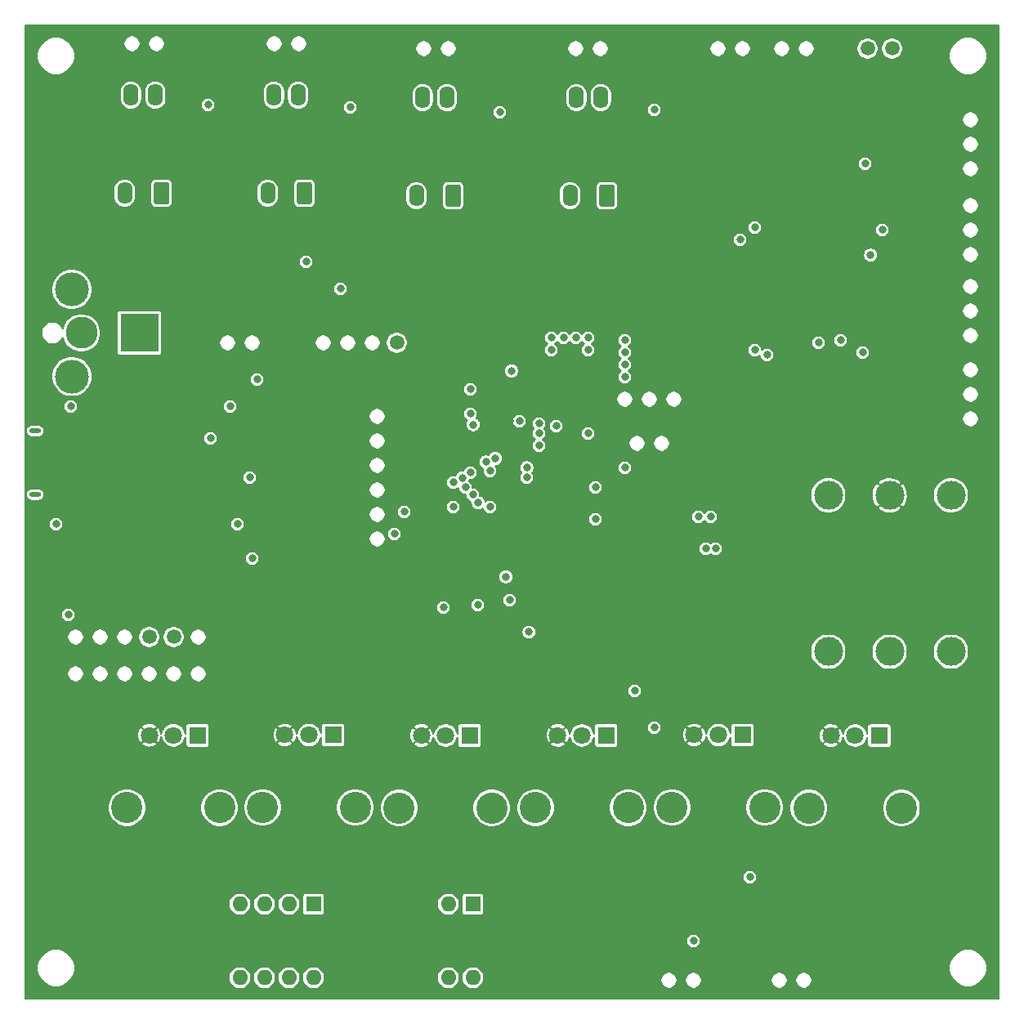
<source format=gbr>
G04 #@! TF.GenerationSoftware,KiCad,Pcbnew,(5.1.5)-3*
G04 #@! TF.CreationDate,2020-04-16T22:09:37-07:00*
G04 #@! TF.ProjectId,Digital_Board_Rev_1,44696769-7461-46c5-9f42-6f6172645f52,rev?*
G04 #@! TF.SameCoordinates,Original*
G04 #@! TF.FileFunction,Copper,L3,Inr*
G04 #@! TF.FilePolarity,Positive*
%FSLAX46Y46*%
G04 Gerber Fmt 4.6, Leading zero omitted, Abs format (unit mm)*
G04 Created by KiCad (PCBNEW (5.1.5)-3) date 2020-04-16 22:09:37*
%MOMM*%
%LPD*%
G04 APERTURE LIST*
%ADD10O,1.200000X0.500000*%
%ADD11C,1.506220*%
%ADD12C,3.500000*%
%ADD13C,3.300000*%
%ADD14R,4.000000X4.000000*%
%ADD15C,3.000000*%
%ADD16O,1.570000X2.290000*%
%ADD17C,0.100000*%
%ADD18O,1.600000X1.600000*%
%ADD19R,1.600000X1.600000*%
%ADD20C,3.240000*%
%ADD21C,1.800000*%
%ADD22R,1.800000X1.800000*%
%ADD23C,0.800000*%
%ADD24C,0.203200*%
G04 APERTURE END LIST*
D10*
X26794000Y-74420000D03*
X26794000Y-67820000D03*
D11*
X115570000Y-28194000D03*
X113030000Y-28194000D03*
D12*
X30592000Y-62158000D03*
X30592000Y-53158000D03*
D13*
X31592000Y-57658000D03*
D14*
X37592000Y-57658000D03*
D15*
X121666000Y-74478000D03*
X115316000Y-74478000D03*
X121666000Y-90678000D03*
X115316000Y-90678000D03*
X108966000Y-74478000D03*
X108966000Y-90678000D03*
D16*
X39240860Y-33010320D03*
X36710860Y-33010320D03*
X36070860Y-43170320D03*
G04 #@! TA.AperFunction,ViaPad*
D17*
G36*
X40440698Y-42026522D02*
G01*
X40464930Y-42030117D01*
X40488694Y-42036069D01*
X40511759Y-42044322D01*
X40533905Y-42054796D01*
X40554917Y-42067390D01*
X40574594Y-42081983D01*
X40592745Y-42098435D01*
X40609197Y-42116586D01*
X40623790Y-42136263D01*
X40636384Y-42157275D01*
X40646858Y-42179421D01*
X40655111Y-42202486D01*
X40661063Y-42226250D01*
X40664658Y-42250482D01*
X40665860Y-42274950D01*
X40665860Y-44065690D01*
X40664658Y-44090158D01*
X40661063Y-44114390D01*
X40655111Y-44138154D01*
X40646858Y-44161219D01*
X40636384Y-44183365D01*
X40623790Y-44204377D01*
X40609197Y-44224054D01*
X40592745Y-44242205D01*
X40574594Y-44258657D01*
X40554917Y-44273250D01*
X40533905Y-44285844D01*
X40511759Y-44296318D01*
X40488694Y-44304571D01*
X40464930Y-44310523D01*
X40440698Y-44314118D01*
X40416230Y-44315320D01*
X39345490Y-44315320D01*
X39321022Y-44314118D01*
X39296790Y-44310523D01*
X39273026Y-44304571D01*
X39249961Y-44296318D01*
X39227815Y-44285844D01*
X39206803Y-44273250D01*
X39187126Y-44258657D01*
X39168975Y-44242205D01*
X39152523Y-44224054D01*
X39137930Y-44204377D01*
X39125336Y-44183365D01*
X39114862Y-44161219D01*
X39106609Y-44138154D01*
X39100657Y-44114390D01*
X39097062Y-44090158D01*
X39095860Y-44065690D01*
X39095860Y-42274950D01*
X39097062Y-42250482D01*
X39100657Y-42226250D01*
X39106609Y-42202486D01*
X39114862Y-42179421D01*
X39125336Y-42157275D01*
X39137930Y-42136263D01*
X39152523Y-42116586D01*
X39168975Y-42098435D01*
X39187126Y-42081983D01*
X39206803Y-42067390D01*
X39227815Y-42054796D01*
X39249961Y-42044322D01*
X39273026Y-42036069D01*
X39296790Y-42030117D01*
X39321022Y-42026522D01*
X39345490Y-42025320D01*
X40416230Y-42025320D01*
X40440698Y-42026522D01*
G37*
G04 #@! TD.AperFunction*
D16*
X54050860Y-33010320D03*
X51520860Y-33010320D03*
X50880860Y-43170320D03*
G04 #@! TA.AperFunction,ViaPad*
D17*
G36*
X55250698Y-42026522D02*
G01*
X55274930Y-42030117D01*
X55298694Y-42036069D01*
X55321759Y-42044322D01*
X55343905Y-42054796D01*
X55364917Y-42067390D01*
X55384594Y-42081983D01*
X55402745Y-42098435D01*
X55419197Y-42116586D01*
X55433790Y-42136263D01*
X55446384Y-42157275D01*
X55456858Y-42179421D01*
X55465111Y-42202486D01*
X55471063Y-42226250D01*
X55474658Y-42250482D01*
X55475860Y-42274950D01*
X55475860Y-44065690D01*
X55474658Y-44090158D01*
X55471063Y-44114390D01*
X55465111Y-44138154D01*
X55456858Y-44161219D01*
X55446384Y-44183365D01*
X55433790Y-44204377D01*
X55419197Y-44224054D01*
X55402745Y-44242205D01*
X55384594Y-44258657D01*
X55364917Y-44273250D01*
X55343905Y-44285844D01*
X55321759Y-44296318D01*
X55298694Y-44304571D01*
X55274930Y-44310523D01*
X55250698Y-44314118D01*
X55226230Y-44315320D01*
X54155490Y-44315320D01*
X54131022Y-44314118D01*
X54106790Y-44310523D01*
X54083026Y-44304571D01*
X54059961Y-44296318D01*
X54037815Y-44285844D01*
X54016803Y-44273250D01*
X53997126Y-44258657D01*
X53978975Y-44242205D01*
X53962523Y-44224054D01*
X53947930Y-44204377D01*
X53935336Y-44183365D01*
X53924862Y-44161219D01*
X53916609Y-44138154D01*
X53910657Y-44114390D01*
X53907062Y-44090158D01*
X53905860Y-44065690D01*
X53905860Y-42274950D01*
X53907062Y-42250482D01*
X53910657Y-42226250D01*
X53916609Y-42202486D01*
X53924862Y-42179421D01*
X53935336Y-42157275D01*
X53947930Y-42136263D01*
X53962523Y-42116586D01*
X53978975Y-42098435D01*
X53997126Y-42081983D01*
X54016803Y-42067390D01*
X54037815Y-42054796D01*
X54059961Y-42044322D01*
X54083026Y-42036069D01*
X54106790Y-42030117D01*
X54131022Y-42026522D01*
X54155490Y-42025320D01*
X55226230Y-42025320D01*
X55250698Y-42026522D01*
G37*
G04 #@! TD.AperFunction*
D16*
X69464000Y-33274000D03*
X66934000Y-33274000D03*
X66294000Y-43434000D03*
G04 #@! TA.AperFunction,ViaPad*
D17*
G36*
X70663838Y-42290202D02*
G01*
X70688070Y-42293797D01*
X70711834Y-42299749D01*
X70734899Y-42308002D01*
X70757045Y-42318476D01*
X70778057Y-42331070D01*
X70797734Y-42345663D01*
X70815885Y-42362115D01*
X70832337Y-42380266D01*
X70846930Y-42399943D01*
X70859524Y-42420955D01*
X70869998Y-42443101D01*
X70878251Y-42466166D01*
X70884203Y-42489930D01*
X70887798Y-42514162D01*
X70889000Y-42538630D01*
X70889000Y-44329370D01*
X70887798Y-44353838D01*
X70884203Y-44378070D01*
X70878251Y-44401834D01*
X70869998Y-44424899D01*
X70859524Y-44447045D01*
X70846930Y-44468057D01*
X70832337Y-44487734D01*
X70815885Y-44505885D01*
X70797734Y-44522337D01*
X70778057Y-44536930D01*
X70757045Y-44549524D01*
X70734899Y-44559998D01*
X70711834Y-44568251D01*
X70688070Y-44574203D01*
X70663838Y-44577798D01*
X70639370Y-44579000D01*
X69568630Y-44579000D01*
X69544162Y-44577798D01*
X69519930Y-44574203D01*
X69496166Y-44568251D01*
X69473101Y-44559998D01*
X69450955Y-44549524D01*
X69429943Y-44536930D01*
X69410266Y-44522337D01*
X69392115Y-44505885D01*
X69375663Y-44487734D01*
X69361070Y-44468057D01*
X69348476Y-44447045D01*
X69338002Y-44424899D01*
X69329749Y-44401834D01*
X69323797Y-44378070D01*
X69320202Y-44353838D01*
X69319000Y-44329370D01*
X69319000Y-42538630D01*
X69320202Y-42514162D01*
X69323797Y-42489930D01*
X69329749Y-42466166D01*
X69338002Y-42443101D01*
X69348476Y-42420955D01*
X69361070Y-42399943D01*
X69375663Y-42380266D01*
X69392115Y-42362115D01*
X69410266Y-42345663D01*
X69429943Y-42331070D01*
X69450955Y-42318476D01*
X69473101Y-42308002D01*
X69496166Y-42299749D01*
X69519930Y-42293797D01*
X69544162Y-42290202D01*
X69568630Y-42289000D01*
X70639370Y-42289000D01*
X70663838Y-42290202D01*
G37*
G04 #@! TD.AperFunction*
D16*
X85390860Y-33264320D03*
X82860860Y-33264320D03*
X82220860Y-43424320D03*
G04 #@! TA.AperFunction,ViaPad*
D17*
G36*
X86590698Y-42280522D02*
G01*
X86614930Y-42284117D01*
X86638694Y-42290069D01*
X86661759Y-42298322D01*
X86683905Y-42308796D01*
X86704917Y-42321390D01*
X86724594Y-42335983D01*
X86742745Y-42352435D01*
X86759197Y-42370586D01*
X86773790Y-42390263D01*
X86786384Y-42411275D01*
X86796858Y-42433421D01*
X86805111Y-42456486D01*
X86811063Y-42480250D01*
X86814658Y-42504482D01*
X86815860Y-42528950D01*
X86815860Y-44319690D01*
X86814658Y-44344158D01*
X86811063Y-44368390D01*
X86805111Y-44392154D01*
X86796858Y-44415219D01*
X86786384Y-44437365D01*
X86773790Y-44458377D01*
X86759197Y-44478054D01*
X86742745Y-44496205D01*
X86724594Y-44512657D01*
X86704917Y-44527250D01*
X86683905Y-44539844D01*
X86661759Y-44550318D01*
X86638694Y-44558571D01*
X86614930Y-44564523D01*
X86590698Y-44568118D01*
X86566230Y-44569320D01*
X85495490Y-44569320D01*
X85471022Y-44568118D01*
X85446790Y-44564523D01*
X85423026Y-44558571D01*
X85399961Y-44550318D01*
X85377815Y-44539844D01*
X85356803Y-44527250D01*
X85337126Y-44512657D01*
X85318975Y-44496205D01*
X85302523Y-44478054D01*
X85287930Y-44458377D01*
X85275336Y-44437365D01*
X85264862Y-44415219D01*
X85256609Y-44392154D01*
X85250657Y-44368390D01*
X85247062Y-44344158D01*
X85245860Y-44319690D01*
X85245860Y-42528950D01*
X85247062Y-42504482D01*
X85250657Y-42480250D01*
X85256609Y-42456486D01*
X85264862Y-42433421D01*
X85275336Y-42411275D01*
X85287930Y-42390263D01*
X85302523Y-42370586D01*
X85318975Y-42352435D01*
X85337126Y-42335983D01*
X85356803Y-42321390D01*
X85377815Y-42308796D01*
X85399961Y-42298322D01*
X85423026Y-42290069D01*
X85446790Y-42284117D01*
X85471022Y-42280522D01*
X85495490Y-42279320D01*
X86566230Y-42279320D01*
X86590698Y-42280522D01*
G37*
G04 #@! TD.AperFunction*
D18*
X72136000Y-124460000D03*
X69596000Y-116840000D03*
X69596000Y-124460000D03*
D19*
X72136000Y-116840000D03*
D18*
X55626000Y-124460000D03*
X48006000Y-116840000D03*
X53086000Y-124460000D03*
X50546000Y-116840000D03*
X50546000Y-124460000D03*
X53086000Y-116840000D03*
X48006000Y-124460000D03*
D19*
X55626000Y-116840000D03*
D20*
X116551140Y-106871680D03*
X106951140Y-106871680D03*
D21*
X109251140Y-99371680D03*
X111751140Y-99371680D03*
D22*
X114251140Y-99371680D03*
D20*
X102376000Y-106814000D03*
X92776000Y-106814000D03*
D21*
X95076000Y-99314000D03*
X97576000Y-99314000D03*
D22*
X100076000Y-99314000D03*
D20*
X88235140Y-106847680D03*
X78635140Y-106847680D03*
D21*
X80935140Y-99347680D03*
X83435140Y-99347680D03*
D22*
X85935140Y-99347680D03*
D20*
X74103140Y-106861680D03*
X64503140Y-106861680D03*
D21*
X66803140Y-99361680D03*
X69303140Y-99361680D03*
D22*
X71803140Y-99361680D03*
D20*
X59958000Y-106814000D03*
X50358000Y-106814000D03*
D21*
X52658000Y-99314000D03*
X55158000Y-99314000D03*
D22*
X57658000Y-99314000D03*
D20*
X45909140Y-106837680D03*
X36309140Y-106837680D03*
D21*
X38609140Y-99337680D03*
X41109140Y-99337680D03*
D22*
X43609140Y-99337680D03*
D11*
X64262000Y-58674000D03*
X41148000Y-89154000D03*
X38608000Y-89154000D03*
D23*
X46990000Y-65278000D03*
X44958000Y-68580000D03*
X49784000Y-62484000D03*
X47752000Y-77470000D03*
X49022000Y-72644000D03*
X75946000Y-85344000D03*
X71882000Y-66040000D03*
X64008000Y-78486000D03*
X76962000Y-66802000D03*
X80264000Y-59436000D03*
X80264000Y-58166000D03*
X81534000Y-58166000D03*
X82804000Y-58166000D03*
X84074000Y-58166000D03*
X84074000Y-59436000D03*
X112776000Y-40132000D03*
X112522000Y-59690000D03*
X84836000Y-76962000D03*
X28956000Y-77470000D03*
X30480000Y-65278000D03*
X54864000Y-50292000D03*
X30226000Y-86868000D03*
X33274000Y-73914000D03*
X36322000Y-78740000D03*
X75946000Y-86614000D03*
X68580000Y-68072000D03*
X65786000Y-78994000D03*
X75946000Y-66802000D03*
X56896000Y-62484000D03*
X58293000Y-62103000D03*
X59182000Y-61214000D03*
X91036021Y-31504021D03*
X75034021Y-31645979D03*
X59540021Y-30742021D03*
X45212000Y-30988000D03*
X81534000Y-80518000D03*
X92964000Y-83058000D03*
X114046000Y-38100000D03*
X114046000Y-55372000D03*
X84090237Y-70861154D03*
X31242000Y-96774000D03*
X53086000Y-87376000D03*
X72690701Y-75254051D03*
X44704000Y-34036000D03*
X87884000Y-62230000D03*
X87884000Y-60960000D03*
X87884000Y-59690000D03*
X87884000Y-58420000D03*
X59436000Y-34290000D03*
X74930000Y-34798000D03*
X90932000Y-34544000D03*
X58420000Y-53086000D03*
X87884000Y-71628000D03*
X76144087Y-61599989D03*
X84074000Y-68072000D03*
X72136000Y-74422000D03*
X84836000Y-73660000D03*
X71374000Y-73660000D03*
X71882000Y-72136000D03*
X49276000Y-81026000D03*
X65024000Y-76200000D03*
X77941000Y-88646000D03*
X88900000Y-94742000D03*
X96266000Y-80010000D03*
X95504000Y-76708000D03*
X75556127Y-82922127D03*
X90932000Y-98552000D03*
X97282000Y-80010000D03*
X96774000Y-76708000D03*
X70104000Y-75692000D03*
X70104000Y-73152000D03*
X71049949Y-72690701D03*
X72644000Y-85852000D03*
X69088000Y-86106000D03*
X72169420Y-67151631D03*
X107950000Y-58674000D03*
X113339501Y-49585501D03*
X110236000Y-58420000D03*
X114554000Y-46990000D03*
X71882000Y-63500000D03*
X80772000Y-67310000D03*
X78994000Y-67056000D03*
X78994000Y-68072000D03*
X78994000Y-69342000D03*
X77728653Y-71623347D03*
X77724000Y-72644000D03*
X74473959Y-70653260D03*
X101346000Y-59436000D03*
X101346000Y-46736000D03*
X102616000Y-59944000D03*
X99822000Y-48006000D03*
X94996000Y-120650000D03*
X73914000Y-75692000D03*
X73914001Y-71934439D03*
X73503359Y-71022641D03*
X100838000Y-114046000D03*
D24*
G36*
X126619401Y-126619400D02*
G01*
X25780600Y-126619400D01*
X25780600Y-123251390D01*
X27000400Y-123251390D01*
X27000400Y-123636610D01*
X27075553Y-124014427D01*
X27222970Y-124370324D01*
X27436987Y-124690622D01*
X27709378Y-124963013D01*
X28029676Y-125177030D01*
X28385573Y-125324447D01*
X28763390Y-125399600D01*
X29148610Y-125399600D01*
X29526427Y-125324447D01*
X29882324Y-125177030D01*
X30202622Y-124963013D01*
X30475013Y-124690622D01*
X30689030Y-124370324D01*
X30699029Y-124346183D01*
X46850400Y-124346183D01*
X46850400Y-124573817D01*
X46894809Y-124797076D01*
X46981921Y-125007382D01*
X47108387Y-125196652D01*
X47269348Y-125357613D01*
X47458618Y-125484079D01*
X47668924Y-125571191D01*
X47892183Y-125615600D01*
X48119817Y-125615600D01*
X48343076Y-125571191D01*
X48553382Y-125484079D01*
X48742652Y-125357613D01*
X48903613Y-125196652D01*
X49030079Y-125007382D01*
X49117191Y-124797076D01*
X49161600Y-124573817D01*
X49161600Y-124346183D01*
X49390400Y-124346183D01*
X49390400Y-124573817D01*
X49434809Y-124797076D01*
X49521921Y-125007382D01*
X49648387Y-125196652D01*
X49809348Y-125357613D01*
X49998618Y-125484079D01*
X50208924Y-125571191D01*
X50432183Y-125615600D01*
X50659817Y-125615600D01*
X50883076Y-125571191D01*
X51093382Y-125484079D01*
X51282652Y-125357613D01*
X51443613Y-125196652D01*
X51570079Y-125007382D01*
X51657191Y-124797076D01*
X51701600Y-124573817D01*
X51701600Y-124346183D01*
X51930400Y-124346183D01*
X51930400Y-124573817D01*
X51974809Y-124797076D01*
X52061921Y-125007382D01*
X52188387Y-125196652D01*
X52349348Y-125357613D01*
X52538618Y-125484079D01*
X52748924Y-125571191D01*
X52972183Y-125615600D01*
X53199817Y-125615600D01*
X53423076Y-125571191D01*
X53633382Y-125484079D01*
X53822652Y-125357613D01*
X53983613Y-125196652D01*
X54110079Y-125007382D01*
X54197191Y-124797076D01*
X54241600Y-124573817D01*
X54241600Y-124346183D01*
X54470400Y-124346183D01*
X54470400Y-124573817D01*
X54514809Y-124797076D01*
X54601921Y-125007382D01*
X54728387Y-125196652D01*
X54889348Y-125357613D01*
X55078618Y-125484079D01*
X55288924Y-125571191D01*
X55512183Y-125615600D01*
X55739817Y-125615600D01*
X55963076Y-125571191D01*
X56173382Y-125484079D01*
X56362652Y-125357613D01*
X56523613Y-125196652D01*
X56650079Y-125007382D01*
X56737191Y-124797076D01*
X56781600Y-124573817D01*
X56781600Y-124346183D01*
X68440400Y-124346183D01*
X68440400Y-124573817D01*
X68484809Y-124797076D01*
X68571921Y-125007382D01*
X68698387Y-125196652D01*
X68859348Y-125357613D01*
X69048618Y-125484079D01*
X69258924Y-125571191D01*
X69482183Y-125615600D01*
X69709817Y-125615600D01*
X69933076Y-125571191D01*
X70143382Y-125484079D01*
X70332652Y-125357613D01*
X70493613Y-125196652D01*
X70620079Y-125007382D01*
X70707191Y-124797076D01*
X70751600Y-124573817D01*
X70751600Y-124346183D01*
X70980400Y-124346183D01*
X70980400Y-124573817D01*
X71024809Y-124797076D01*
X71111921Y-125007382D01*
X71238387Y-125196652D01*
X71399348Y-125357613D01*
X71588618Y-125484079D01*
X71798924Y-125571191D01*
X72022183Y-125615600D01*
X72249817Y-125615600D01*
X72473076Y-125571191D01*
X72683382Y-125484079D01*
X72872652Y-125357613D01*
X73033613Y-125196652D01*
X73160079Y-125007382D01*
X73247191Y-124797076D01*
X73280460Y-124629818D01*
X91601290Y-124629818D01*
X91601290Y-124798182D01*
X91634136Y-124963310D01*
X91698565Y-125118857D01*
X91792103Y-125258846D01*
X91911154Y-125377897D01*
X92051143Y-125471435D01*
X92206690Y-125535864D01*
X92371818Y-125568710D01*
X92540182Y-125568710D01*
X92705310Y-125535864D01*
X92860857Y-125471435D01*
X93000846Y-125377897D01*
X93119897Y-125258846D01*
X93213435Y-125118857D01*
X93277864Y-124963310D01*
X93310710Y-124798182D01*
X93310710Y-124629818D01*
X94141290Y-124629818D01*
X94141290Y-124798182D01*
X94174136Y-124963310D01*
X94238565Y-125118857D01*
X94332103Y-125258846D01*
X94451154Y-125377897D01*
X94591143Y-125471435D01*
X94746690Y-125535864D01*
X94911818Y-125568710D01*
X95080182Y-125568710D01*
X95245310Y-125535864D01*
X95400857Y-125471435D01*
X95540846Y-125377897D01*
X95659897Y-125258846D01*
X95753435Y-125118857D01*
X95817864Y-124963310D01*
X95850710Y-124798182D01*
X95850710Y-124629818D01*
X103031290Y-124629818D01*
X103031290Y-124798182D01*
X103064136Y-124963310D01*
X103128565Y-125118857D01*
X103222103Y-125258846D01*
X103341154Y-125377897D01*
X103481143Y-125471435D01*
X103636690Y-125535864D01*
X103801818Y-125568710D01*
X103970182Y-125568710D01*
X104135310Y-125535864D01*
X104290857Y-125471435D01*
X104430846Y-125377897D01*
X104549897Y-125258846D01*
X104643435Y-125118857D01*
X104707864Y-124963310D01*
X104740710Y-124798182D01*
X104740710Y-124629818D01*
X105571290Y-124629818D01*
X105571290Y-124798182D01*
X105604136Y-124963310D01*
X105668565Y-125118857D01*
X105762103Y-125258846D01*
X105881154Y-125377897D01*
X106021143Y-125471435D01*
X106176690Y-125535864D01*
X106341818Y-125568710D01*
X106510182Y-125568710D01*
X106675310Y-125535864D01*
X106830857Y-125471435D01*
X106970846Y-125377897D01*
X107089897Y-125258846D01*
X107183435Y-125118857D01*
X107247864Y-124963310D01*
X107280710Y-124798182D01*
X107280710Y-124629818D01*
X107247864Y-124464690D01*
X107183435Y-124309143D01*
X107089897Y-124169154D01*
X106970846Y-124050103D01*
X106830857Y-123956565D01*
X106675310Y-123892136D01*
X106510182Y-123859290D01*
X106341818Y-123859290D01*
X106176690Y-123892136D01*
X106021143Y-123956565D01*
X105881154Y-124050103D01*
X105762103Y-124169154D01*
X105668565Y-124309143D01*
X105604136Y-124464690D01*
X105571290Y-124629818D01*
X104740710Y-124629818D01*
X104707864Y-124464690D01*
X104643435Y-124309143D01*
X104549897Y-124169154D01*
X104430846Y-124050103D01*
X104290857Y-123956565D01*
X104135310Y-123892136D01*
X103970182Y-123859290D01*
X103801818Y-123859290D01*
X103636690Y-123892136D01*
X103481143Y-123956565D01*
X103341154Y-124050103D01*
X103222103Y-124169154D01*
X103128565Y-124309143D01*
X103064136Y-124464690D01*
X103031290Y-124629818D01*
X95850710Y-124629818D01*
X95817864Y-124464690D01*
X95753435Y-124309143D01*
X95659897Y-124169154D01*
X95540846Y-124050103D01*
X95400857Y-123956565D01*
X95245310Y-123892136D01*
X95080182Y-123859290D01*
X94911818Y-123859290D01*
X94746690Y-123892136D01*
X94591143Y-123956565D01*
X94451154Y-124050103D01*
X94332103Y-124169154D01*
X94238565Y-124309143D01*
X94174136Y-124464690D01*
X94141290Y-124629818D01*
X93310710Y-124629818D01*
X93277864Y-124464690D01*
X93213435Y-124309143D01*
X93119897Y-124169154D01*
X93000846Y-124050103D01*
X92860857Y-123956565D01*
X92705310Y-123892136D01*
X92540182Y-123859290D01*
X92371818Y-123859290D01*
X92206690Y-123892136D01*
X92051143Y-123956565D01*
X91911154Y-124050103D01*
X91792103Y-124169154D01*
X91698565Y-124309143D01*
X91634136Y-124464690D01*
X91601290Y-124629818D01*
X73280460Y-124629818D01*
X73291600Y-124573817D01*
X73291600Y-124346183D01*
X73247191Y-124122924D01*
X73160079Y-123912618D01*
X73033613Y-123723348D01*
X72872652Y-123562387D01*
X72683382Y-123435921D01*
X72473076Y-123348809D01*
X72249817Y-123304400D01*
X72022183Y-123304400D01*
X71798924Y-123348809D01*
X71588618Y-123435921D01*
X71399348Y-123562387D01*
X71238387Y-123723348D01*
X71111921Y-123912618D01*
X71024809Y-124122924D01*
X70980400Y-124346183D01*
X70751600Y-124346183D01*
X70707191Y-124122924D01*
X70620079Y-123912618D01*
X70493613Y-123723348D01*
X70332652Y-123562387D01*
X70143382Y-123435921D01*
X69933076Y-123348809D01*
X69709817Y-123304400D01*
X69482183Y-123304400D01*
X69258924Y-123348809D01*
X69048618Y-123435921D01*
X68859348Y-123562387D01*
X68698387Y-123723348D01*
X68571921Y-123912618D01*
X68484809Y-124122924D01*
X68440400Y-124346183D01*
X56781600Y-124346183D01*
X56737191Y-124122924D01*
X56650079Y-123912618D01*
X56523613Y-123723348D01*
X56362652Y-123562387D01*
X56173382Y-123435921D01*
X55963076Y-123348809D01*
X55739817Y-123304400D01*
X55512183Y-123304400D01*
X55288924Y-123348809D01*
X55078618Y-123435921D01*
X54889348Y-123562387D01*
X54728387Y-123723348D01*
X54601921Y-123912618D01*
X54514809Y-124122924D01*
X54470400Y-124346183D01*
X54241600Y-124346183D01*
X54197191Y-124122924D01*
X54110079Y-123912618D01*
X53983613Y-123723348D01*
X53822652Y-123562387D01*
X53633382Y-123435921D01*
X53423076Y-123348809D01*
X53199817Y-123304400D01*
X52972183Y-123304400D01*
X52748924Y-123348809D01*
X52538618Y-123435921D01*
X52349348Y-123562387D01*
X52188387Y-123723348D01*
X52061921Y-123912618D01*
X51974809Y-124122924D01*
X51930400Y-124346183D01*
X51701600Y-124346183D01*
X51657191Y-124122924D01*
X51570079Y-123912618D01*
X51443613Y-123723348D01*
X51282652Y-123562387D01*
X51093382Y-123435921D01*
X50883076Y-123348809D01*
X50659817Y-123304400D01*
X50432183Y-123304400D01*
X50208924Y-123348809D01*
X49998618Y-123435921D01*
X49809348Y-123562387D01*
X49648387Y-123723348D01*
X49521921Y-123912618D01*
X49434809Y-124122924D01*
X49390400Y-124346183D01*
X49161600Y-124346183D01*
X49117191Y-124122924D01*
X49030079Y-123912618D01*
X48903613Y-123723348D01*
X48742652Y-123562387D01*
X48553382Y-123435921D01*
X48343076Y-123348809D01*
X48119817Y-123304400D01*
X47892183Y-123304400D01*
X47668924Y-123348809D01*
X47458618Y-123435921D01*
X47269348Y-123562387D01*
X47108387Y-123723348D01*
X46981921Y-123912618D01*
X46894809Y-124122924D01*
X46850400Y-124346183D01*
X30699029Y-124346183D01*
X30836447Y-124014427D01*
X30911600Y-123636610D01*
X30911600Y-123251390D01*
X121488400Y-123251390D01*
X121488400Y-123636610D01*
X121563553Y-124014427D01*
X121710970Y-124370324D01*
X121924987Y-124690622D01*
X122197378Y-124963013D01*
X122517676Y-125177030D01*
X122873573Y-125324447D01*
X123251390Y-125399600D01*
X123636610Y-125399600D01*
X124014427Y-125324447D01*
X124370324Y-125177030D01*
X124690622Y-124963013D01*
X124963013Y-124690622D01*
X125177030Y-124370324D01*
X125324447Y-124014427D01*
X125399600Y-123636610D01*
X125399600Y-123251390D01*
X125324447Y-122873573D01*
X125177030Y-122517676D01*
X124963013Y-122197378D01*
X124690622Y-121924987D01*
X124370324Y-121710970D01*
X124014427Y-121563553D01*
X123636610Y-121488400D01*
X123251390Y-121488400D01*
X122873573Y-121563553D01*
X122517676Y-121710970D01*
X122197378Y-121924987D01*
X121924987Y-122197378D01*
X121710970Y-122517676D01*
X121563553Y-122873573D01*
X121488400Y-123251390D01*
X30911600Y-123251390D01*
X30836447Y-122873573D01*
X30689030Y-122517676D01*
X30475013Y-122197378D01*
X30202622Y-121924987D01*
X29882324Y-121710970D01*
X29526427Y-121563553D01*
X29148610Y-121488400D01*
X28763390Y-121488400D01*
X28385573Y-121563553D01*
X28029676Y-121710970D01*
X27709378Y-121924987D01*
X27436987Y-122197378D01*
X27222970Y-122517676D01*
X27075553Y-122873573D01*
X27000400Y-123251390D01*
X25780600Y-123251390D01*
X25780600Y-120575580D01*
X94240400Y-120575580D01*
X94240400Y-120724420D01*
X94269437Y-120870400D01*
X94326396Y-121007911D01*
X94409087Y-121131667D01*
X94514333Y-121236913D01*
X94638089Y-121319604D01*
X94775600Y-121376563D01*
X94921580Y-121405600D01*
X95070420Y-121405600D01*
X95216400Y-121376563D01*
X95353911Y-121319604D01*
X95477667Y-121236913D01*
X95582913Y-121131667D01*
X95665604Y-121007911D01*
X95722563Y-120870400D01*
X95751600Y-120724420D01*
X95751600Y-120575580D01*
X95722563Y-120429600D01*
X95665604Y-120292089D01*
X95582913Y-120168333D01*
X95477667Y-120063087D01*
X95353911Y-119980396D01*
X95216400Y-119923437D01*
X95070420Y-119894400D01*
X94921580Y-119894400D01*
X94775600Y-119923437D01*
X94638089Y-119980396D01*
X94514333Y-120063087D01*
X94409087Y-120168333D01*
X94326396Y-120292089D01*
X94269437Y-120429600D01*
X94240400Y-120575580D01*
X25780600Y-120575580D01*
X25780600Y-116726183D01*
X46850400Y-116726183D01*
X46850400Y-116953817D01*
X46894809Y-117177076D01*
X46981921Y-117387382D01*
X47108387Y-117576652D01*
X47269348Y-117737613D01*
X47458618Y-117864079D01*
X47668924Y-117951191D01*
X47892183Y-117995600D01*
X48119817Y-117995600D01*
X48343076Y-117951191D01*
X48553382Y-117864079D01*
X48742652Y-117737613D01*
X48903613Y-117576652D01*
X49030079Y-117387382D01*
X49117191Y-117177076D01*
X49161600Y-116953817D01*
X49161600Y-116726183D01*
X49390400Y-116726183D01*
X49390400Y-116953817D01*
X49434809Y-117177076D01*
X49521921Y-117387382D01*
X49648387Y-117576652D01*
X49809348Y-117737613D01*
X49998618Y-117864079D01*
X50208924Y-117951191D01*
X50432183Y-117995600D01*
X50659817Y-117995600D01*
X50883076Y-117951191D01*
X51093382Y-117864079D01*
X51282652Y-117737613D01*
X51443613Y-117576652D01*
X51570079Y-117387382D01*
X51657191Y-117177076D01*
X51701600Y-116953817D01*
X51701600Y-116726183D01*
X51930400Y-116726183D01*
X51930400Y-116953817D01*
X51974809Y-117177076D01*
X52061921Y-117387382D01*
X52188387Y-117576652D01*
X52349348Y-117737613D01*
X52538618Y-117864079D01*
X52748924Y-117951191D01*
X52972183Y-117995600D01*
X53199817Y-117995600D01*
X53423076Y-117951191D01*
X53633382Y-117864079D01*
X53822652Y-117737613D01*
X53983613Y-117576652D01*
X54110079Y-117387382D01*
X54197191Y-117177076D01*
X54241600Y-116953817D01*
X54241600Y-116726183D01*
X54197191Y-116502924D01*
X54110079Y-116292618D01*
X53983613Y-116103348D01*
X53920265Y-116040000D01*
X54468680Y-116040000D01*
X54468680Y-117640000D01*
X54475546Y-117709710D01*
X54495879Y-117776740D01*
X54528899Y-117838516D01*
X54573337Y-117892663D01*
X54627484Y-117937101D01*
X54689260Y-117970121D01*
X54756290Y-117990454D01*
X54826000Y-117997320D01*
X56426000Y-117997320D01*
X56495710Y-117990454D01*
X56562740Y-117970121D01*
X56624516Y-117937101D01*
X56678663Y-117892663D01*
X56723101Y-117838516D01*
X56756121Y-117776740D01*
X56776454Y-117709710D01*
X56783320Y-117640000D01*
X56783320Y-116726183D01*
X68440400Y-116726183D01*
X68440400Y-116953817D01*
X68484809Y-117177076D01*
X68571921Y-117387382D01*
X68698387Y-117576652D01*
X68859348Y-117737613D01*
X69048618Y-117864079D01*
X69258924Y-117951191D01*
X69482183Y-117995600D01*
X69709817Y-117995600D01*
X69933076Y-117951191D01*
X70143382Y-117864079D01*
X70332652Y-117737613D01*
X70493613Y-117576652D01*
X70620079Y-117387382D01*
X70707191Y-117177076D01*
X70751600Y-116953817D01*
X70751600Y-116726183D01*
X70707191Y-116502924D01*
X70620079Y-116292618D01*
X70493613Y-116103348D01*
X70430265Y-116040000D01*
X70978680Y-116040000D01*
X70978680Y-117640000D01*
X70985546Y-117709710D01*
X71005879Y-117776740D01*
X71038899Y-117838516D01*
X71083337Y-117892663D01*
X71137484Y-117937101D01*
X71199260Y-117970121D01*
X71266290Y-117990454D01*
X71336000Y-117997320D01*
X72936000Y-117997320D01*
X73005710Y-117990454D01*
X73072740Y-117970121D01*
X73134516Y-117937101D01*
X73188663Y-117892663D01*
X73233101Y-117838516D01*
X73266121Y-117776740D01*
X73286454Y-117709710D01*
X73293320Y-117640000D01*
X73293320Y-116040000D01*
X73286454Y-115970290D01*
X73266121Y-115903260D01*
X73233101Y-115841484D01*
X73188663Y-115787337D01*
X73134516Y-115742899D01*
X73072740Y-115709879D01*
X73005710Y-115689546D01*
X72936000Y-115682680D01*
X71336000Y-115682680D01*
X71266290Y-115689546D01*
X71199260Y-115709879D01*
X71137484Y-115742899D01*
X71083337Y-115787337D01*
X71038899Y-115841484D01*
X71005879Y-115903260D01*
X70985546Y-115970290D01*
X70978680Y-116040000D01*
X70430265Y-116040000D01*
X70332652Y-115942387D01*
X70143382Y-115815921D01*
X69933076Y-115728809D01*
X69709817Y-115684400D01*
X69482183Y-115684400D01*
X69258924Y-115728809D01*
X69048618Y-115815921D01*
X68859348Y-115942387D01*
X68698387Y-116103348D01*
X68571921Y-116292618D01*
X68484809Y-116502924D01*
X68440400Y-116726183D01*
X56783320Y-116726183D01*
X56783320Y-116040000D01*
X56776454Y-115970290D01*
X56756121Y-115903260D01*
X56723101Y-115841484D01*
X56678663Y-115787337D01*
X56624516Y-115742899D01*
X56562740Y-115709879D01*
X56495710Y-115689546D01*
X56426000Y-115682680D01*
X54826000Y-115682680D01*
X54756290Y-115689546D01*
X54689260Y-115709879D01*
X54627484Y-115742899D01*
X54573337Y-115787337D01*
X54528899Y-115841484D01*
X54495879Y-115903260D01*
X54475546Y-115970290D01*
X54468680Y-116040000D01*
X53920265Y-116040000D01*
X53822652Y-115942387D01*
X53633382Y-115815921D01*
X53423076Y-115728809D01*
X53199817Y-115684400D01*
X52972183Y-115684400D01*
X52748924Y-115728809D01*
X52538618Y-115815921D01*
X52349348Y-115942387D01*
X52188387Y-116103348D01*
X52061921Y-116292618D01*
X51974809Y-116502924D01*
X51930400Y-116726183D01*
X51701600Y-116726183D01*
X51657191Y-116502924D01*
X51570079Y-116292618D01*
X51443613Y-116103348D01*
X51282652Y-115942387D01*
X51093382Y-115815921D01*
X50883076Y-115728809D01*
X50659817Y-115684400D01*
X50432183Y-115684400D01*
X50208924Y-115728809D01*
X49998618Y-115815921D01*
X49809348Y-115942387D01*
X49648387Y-116103348D01*
X49521921Y-116292618D01*
X49434809Y-116502924D01*
X49390400Y-116726183D01*
X49161600Y-116726183D01*
X49117191Y-116502924D01*
X49030079Y-116292618D01*
X48903613Y-116103348D01*
X48742652Y-115942387D01*
X48553382Y-115815921D01*
X48343076Y-115728809D01*
X48119817Y-115684400D01*
X47892183Y-115684400D01*
X47668924Y-115728809D01*
X47458618Y-115815921D01*
X47269348Y-115942387D01*
X47108387Y-116103348D01*
X46981921Y-116292618D01*
X46894809Y-116502924D01*
X46850400Y-116726183D01*
X25780600Y-116726183D01*
X25780600Y-113971580D01*
X100082400Y-113971580D01*
X100082400Y-114120420D01*
X100111437Y-114266400D01*
X100168396Y-114403911D01*
X100251087Y-114527667D01*
X100356333Y-114632913D01*
X100480089Y-114715604D01*
X100617600Y-114772563D01*
X100763580Y-114801600D01*
X100912420Y-114801600D01*
X101058400Y-114772563D01*
X101195911Y-114715604D01*
X101319667Y-114632913D01*
X101424913Y-114527667D01*
X101507604Y-114403911D01*
X101564563Y-114266400D01*
X101593600Y-114120420D01*
X101593600Y-113971580D01*
X101564563Y-113825600D01*
X101507604Y-113688089D01*
X101424913Y-113564333D01*
X101319667Y-113459087D01*
X101195911Y-113376396D01*
X101058400Y-113319437D01*
X100912420Y-113290400D01*
X100763580Y-113290400D01*
X100617600Y-113319437D01*
X100480089Y-113376396D01*
X100356333Y-113459087D01*
X100251087Y-113564333D01*
X100168396Y-113688089D01*
X100111437Y-113825600D01*
X100082400Y-113971580D01*
X25780600Y-113971580D01*
X25780600Y-106643100D01*
X34333540Y-106643100D01*
X34333540Y-107032260D01*
X34409461Y-107413941D01*
X34558386Y-107773477D01*
X34774591Y-108097052D01*
X35049768Y-108372229D01*
X35373343Y-108588434D01*
X35732879Y-108737359D01*
X36114560Y-108813280D01*
X36503720Y-108813280D01*
X36885401Y-108737359D01*
X37244937Y-108588434D01*
X37568512Y-108372229D01*
X37843689Y-108097052D01*
X38059894Y-107773477D01*
X38208819Y-107413941D01*
X38284740Y-107032260D01*
X38284740Y-106643100D01*
X43933540Y-106643100D01*
X43933540Y-107032260D01*
X44009461Y-107413941D01*
X44158386Y-107773477D01*
X44374591Y-108097052D01*
X44649768Y-108372229D01*
X44973343Y-108588434D01*
X45332879Y-108737359D01*
X45714560Y-108813280D01*
X46103720Y-108813280D01*
X46485401Y-108737359D01*
X46844937Y-108588434D01*
X47168512Y-108372229D01*
X47443689Y-108097052D01*
X47659894Y-107773477D01*
X47808819Y-107413941D01*
X47884740Y-107032260D01*
X47884740Y-106643100D01*
X47880030Y-106619420D01*
X48382400Y-106619420D01*
X48382400Y-107008580D01*
X48458321Y-107390261D01*
X48607246Y-107749797D01*
X48823451Y-108073372D01*
X49098628Y-108348549D01*
X49422203Y-108564754D01*
X49781739Y-108713679D01*
X50163420Y-108789600D01*
X50552580Y-108789600D01*
X50934261Y-108713679D01*
X51293797Y-108564754D01*
X51617372Y-108348549D01*
X51892549Y-108073372D01*
X52108754Y-107749797D01*
X52257679Y-107390261D01*
X52333600Y-107008580D01*
X52333600Y-106619420D01*
X57982400Y-106619420D01*
X57982400Y-107008580D01*
X58058321Y-107390261D01*
X58207246Y-107749797D01*
X58423451Y-108073372D01*
X58698628Y-108348549D01*
X59022203Y-108564754D01*
X59381739Y-108713679D01*
X59763420Y-108789600D01*
X60152580Y-108789600D01*
X60534261Y-108713679D01*
X60893797Y-108564754D01*
X61217372Y-108348549D01*
X61492549Y-108073372D01*
X61708754Y-107749797D01*
X61857679Y-107390261D01*
X61933600Y-107008580D01*
X61933600Y-106667100D01*
X62527540Y-106667100D01*
X62527540Y-107056260D01*
X62603461Y-107437941D01*
X62752386Y-107797477D01*
X62968591Y-108121052D01*
X63243768Y-108396229D01*
X63567343Y-108612434D01*
X63926879Y-108761359D01*
X64308560Y-108837280D01*
X64697720Y-108837280D01*
X65079401Y-108761359D01*
X65438937Y-108612434D01*
X65762512Y-108396229D01*
X66037689Y-108121052D01*
X66253894Y-107797477D01*
X66402819Y-107437941D01*
X66478740Y-107056260D01*
X66478740Y-106667100D01*
X72127540Y-106667100D01*
X72127540Y-107056260D01*
X72203461Y-107437941D01*
X72352386Y-107797477D01*
X72568591Y-108121052D01*
X72843768Y-108396229D01*
X73167343Y-108612434D01*
X73526879Y-108761359D01*
X73908560Y-108837280D01*
X74297720Y-108837280D01*
X74679401Y-108761359D01*
X75038937Y-108612434D01*
X75362512Y-108396229D01*
X75637689Y-108121052D01*
X75853894Y-107797477D01*
X76002819Y-107437941D01*
X76078740Y-107056260D01*
X76078740Y-106667100D01*
X76075956Y-106653100D01*
X76659540Y-106653100D01*
X76659540Y-107042260D01*
X76735461Y-107423941D01*
X76884386Y-107783477D01*
X77100591Y-108107052D01*
X77375768Y-108382229D01*
X77699343Y-108598434D01*
X78058879Y-108747359D01*
X78440560Y-108823280D01*
X78829720Y-108823280D01*
X79211401Y-108747359D01*
X79570937Y-108598434D01*
X79894512Y-108382229D01*
X80169689Y-108107052D01*
X80385894Y-107783477D01*
X80534819Y-107423941D01*
X80610740Y-107042260D01*
X80610740Y-106653100D01*
X86259540Y-106653100D01*
X86259540Y-107042260D01*
X86335461Y-107423941D01*
X86484386Y-107783477D01*
X86700591Y-108107052D01*
X86975768Y-108382229D01*
X87299343Y-108598434D01*
X87658879Y-108747359D01*
X88040560Y-108823280D01*
X88429720Y-108823280D01*
X88811401Y-108747359D01*
X89170937Y-108598434D01*
X89494512Y-108382229D01*
X89769689Y-108107052D01*
X89985894Y-107783477D01*
X90134819Y-107423941D01*
X90210740Y-107042260D01*
X90210740Y-106653100D01*
X90204041Y-106619420D01*
X90800400Y-106619420D01*
X90800400Y-107008580D01*
X90876321Y-107390261D01*
X91025246Y-107749797D01*
X91241451Y-108073372D01*
X91516628Y-108348549D01*
X91840203Y-108564754D01*
X92199739Y-108713679D01*
X92581420Y-108789600D01*
X92970580Y-108789600D01*
X93352261Y-108713679D01*
X93711797Y-108564754D01*
X94035372Y-108348549D01*
X94310549Y-108073372D01*
X94526754Y-107749797D01*
X94675679Y-107390261D01*
X94751600Y-107008580D01*
X94751600Y-106619420D01*
X100400400Y-106619420D01*
X100400400Y-107008580D01*
X100476321Y-107390261D01*
X100625246Y-107749797D01*
X100841451Y-108073372D01*
X101116628Y-108348549D01*
X101440203Y-108564754D01*
X101799739Y-108713679D01*
X102181420Y-108789600D01*
X102570580Y-108789600D01*
X102952261Y-108713679D01*
X103311797Y-108564754D01*
X103635372Y-108348549D01*
X103910549Y-108073372D01*
X104126754Y-107749797D01*
X104275679Y-107390261D01*
X104351600Y-107008580D01*
X104351600Y-106677100D01*
X104975540Y-106677100D01*
X104975540Y-107066260D01*
X105051461Y-107447941D01*
X105200386Y-107807477D01*
X105416591Y-108131052D01*
X105691768Y-108406229D01*
X106015343Y-108622434D01*
X106374879Y-108771359D01*
X106756560Y-108847280D01*
X107145720Y-108847280D01*
X107527401Y-108771359D01*
X107886937Y-108622434D01*
X108210512Y-108406229D01*
X108485689Y-108131052D01*
X108701894Y-107807477D01*
X108850819Y-107447941D01*
X108926740Y-107066260D01*
X108926740Y-106677100D01*
X114575540Y-106677100D01*
X114575540Y-107066260D01*
X114651461Y-107447941D01*
X114800386Y-107807477D01*
X115016591Y-108131052D01*
X115291768Y-108406229D01*
X115615343Y-108622434D01*
X115974879Y-108771359D01*
X116356560Y-108847280D01*
X116745720Y-108847280D01*
X117127401Y-108771359D01*
X117486937Y-108622434D01*
X117810512Y-108406229D01*
X118085689Y-108131052D01*
X118301894Y-107807477D01*
X118450819Y-107447941D01*
X118526740Y-107066260D01*
X118526740Y-106677100D01*
X118450819Y-106295419D01*
X118301894Y-105935883D01*
X118085689Y-105612308D01*
X117810512Y-105337131D01*
X117486937Y-105120926D01*
X117127401Y-104972001D01*
X116745720Y-104896080D01*
X116356560Y-104896080D01*
X115974879Y-104972001D01*
X115615343Y-105120926D01*
X115291768Y-105337131D01*
X115016591Y-105612308D01*
X114800386Y-105935883D01*
X114651461Y-106295419D01*
X114575540Y-106677100D01*
X108926740Y-106677100D01*
X108850819Y-106295419D01*
X108701894Y-105935883D01*
X108485689Y-105612308D01*
X108210512Y-105337131D01*
X107886937Y-105120926D01*
X107527401Y-104972001D01*
X107145720Y-104896080D01*
X106756560Y-104896080D01*
X106374879Y-104972001D01*
X106015343Y-105120926D01*
X105691768Y-105337131D01*
X105416591Y-105612308D01*
X105200386Y-105935883D01*
X105051461Y-106295419D01*
X104975540Y-106677100D01*
X104351600Y-106677100D01*
X104351600Y-106619420D01*
X104275679Y-106237739D01*
X104126754Y-105878203D01*
X103910549Y-105554628D01*
X103635372Y-105279451D01*
X103311797Y-105063246D01*
X102952261Y-104914321D01*
X102570580Y-104838400D01*
X102181420Y-104838400D01*
X101799739Y-104914321D01*
X101440203Y-105063246D01*
X101116628Y-105279451D01*
X100841451Y-105554628D01*
X100625246Y-105878203D01*
X100476321Y-106237739D01*
X100400400Y-106619420D01*
X94751600Y-106619420D01*
X94675679Y-106237739D01*
X94526754Y-105878203D01*
X94310549Y-105554628D01*
X94035372Y-105279451D01*
X93711797Y-105063246D01*
X93352261Y-104914321D01*
X92970580Y-104838400D01*
X92581420Y-104838400D01*
X92199739Y-104914321D01*
X91840203Y-105063246D01*
X91516628Y-105279451D01*
X91241451Y-105554628D01*
X91025246Y-105878203D01*
X90876321Y-106237739D01*
X90800400Y-106619420D01*
X90204041Y-106619420D01*
X90134819Y-106271419D01*
X89985894Y-105911883D01*
X89769689Y-105588308D01*
X89494512Y-105313131D01*
X89170937Y-105096926D01*
X88811401Y-104948001D01*
X88429720Y-104872080D01*
X88040560Y-104872080D01*
X87658879Y-104948001D01*
X87299343Y-105096926D01*
X86975768Y-105313131D01*
X86700591Y-105588308D01*
X86484386Y-105911883D01*
X86335461Y-106271419D01*
X86259540Y-106653100D01*
X80610740Y-106653100D01*
X80534819Y-106271419D01*
X80385894Y-105911883D01*
X80169689Y-105588308D01*
X79894512Y-105313131D01*
X79570937Y-105096926D01*
X79211401Y-104948001D01*
X78829720Y-104872080D01*
X78440560Y-104872080D01*
X78058879Y-104948001D01*
X77699343Y-105096926D01*
X77375768Y-105313131D01*
X77100591Y-105588308D01*
X76884386Y-105911883D01*
X76735461Y-106271419D01*
X76659540Y-106653100D01*
X76075956Y-106653100D01*
X76002819Y-106285419D01*
X75853894Y-105925883D01*
X75637689Y-105602308D01*
X75362512Y-105327131D01*
X75038937Y-105110926D01*
X74679401Y-104962001D01*
X74297720Y-104886080D01*
X73908560Y-104886080D01*
X73526879Y-104962001D01*
X73167343Y-105110926D01*
X72843768Y-105327131D01*
X72568591Y-105602308D01*
X72352386Y-105925883D01*
X72203461Y-106285419D01*
X72127540Y-106667100D01*
X66478740Y-106667100D01*
X66402819Y-106285419D01*
X66253894Y-105925883D01*
X66037689Y-105602308D01*
X65762512Y-105327131D01*
X65438937Y-105110926D01*
X65079401Y-104962001D01*
X64697720Y-104886080D01*
X64308560Y-104886080D01*
X63926879Y-104962001D01*
X63567343Y-105110926D01*
X63243768Y-105327131D01*
X62968591Y-105602308D01*
X62752386Y-105925883D01*
X62603461Y-106285419D01*
X62527540Y-106667100D01*
X61933600Y-106667100D01*
X61933600Y-106619420D01*
X61857679Y-106237739D01*
X61708754Y-105878203D01*
X61492549Y-105554628D01*
X61217372Y-105279451D01*
X60893797Y-105063246D01*
X60534261Y-104914321D01*
X60152580Y-104838400D01*
X59763420Y-104838400D01*
X59381739Y-104914321D01*
X59022203Y-105063246D01*
X58698628Y-105279451D01*
X58423451Y-105554628D01*
X58207246Y-105878203D01*
X58058321Y-106237739D01*
X57982400Y-106619420D01*
X52333600Y-106619420D01*
X52257679Y-106237739D01*
X52108754Y-105878203D01*
X51892549Y-105554628D01*
X51617372Y-105279451D01*
X51293797Y-105063246D01*
X50934261Y-104914321D01*
X50552580Y-104838400D01*
X50163420Y-104838400D01*
X49781739Y-104914321D01*
X49422203Y-105063246D01*
X49098628Y-105279451D01*
X48823451Y-105554628D01*
X48607246Y-105878203D01*
X48458321Y-106237739D01*
X48382400Y-106619420D01*
X47880030Y-106619420D01*
X47808819Y-106261419D01*
X47659894Y-105901883D01*
X47443689Y-105578308D01*
X47168512Y-105303131D01*
X46844937Y-105086926D01*
X46485401Y-104938001D01*
X46103720Y-104862080D01*
X45714560Y-104862080D01*
X45332879Y-104938001D01*
X44973343Y-105086926D01*
X44649768Y-105303131D01*
X44374591Y-105578308D01*
X44158386Y-105901883D01*
X44009461Y-106261419D01*
X43933540Y-106643100D01*
X38284740Y-106643100D01*
X38208819Y-106261419D01*
X38059894Y-105901883D01*
X37843689Y-105578308D01*
X37568512Y-105303131D01*
X37244937Y-105086926D01*
X36885401Y-104938001D01*
X36503720Y-104862080D01*
X36114560Y-104862080D01*
X35732879Y-104938001D01*
X35373343Y-105086926D01*
X35049768Y-105303131D01*
X34774591Y-105578308D01*
X34558386Y-105901883D01*
X34409461Y-106261419D01*
X34333540Y-106643100D01*
X25780600Y-106643100D01*
X25780600Y-100184723D01*
X37798018Y-100184723D01*
X37888246Y-100373119D01*
X38104102Y-100493863D01*
X38339366Y-100570176D01*
X38584997Y-100599124D01*
X38831556Y-100579596D01*
X39069568Y-100512341D01*
X39289886Y-100399945D01*
X39330034Y-100373119D01*
X39420262Y-100184723D01*
X38609140Y-99373601D01*
X37798018Y-100184723D01*
X25780600Y-100184723D01*
X25780600Y-99313537D01*
X37347696Y-99313537D01*
X37367224Y-99560096D01*
X37434479Y-99798108D01*
X37546875Y-100018426D01*
X37573701Y-100058574D01*
X37762097Y-100148802D01*
X38573219Y-99337680D01*
X38645061Y-99337680D01*
X39456183Y-100148802D01*
X39644579Y-100058574D01*
X39765323Y-99842718D01*
X39841636Y-99607454D01*
X39856878Y-99478125D01*
X39901792Y-99703925D01*
X39996442Y-99932429D01*
X40133852Y-100138078D01*
X40308742Y-100312968D01*
X40514391Y-100450378D01*
X40742895Y-100545028D01*
X40985474Y-100593280D01*
X41232806Y-100593280D01*
X41475385Y-100545028D01*
X41703889Y-100450378D01*
X41909538Y-100312968D01*
X42084428Y-100138078D01*
X42221838Y-99932429D01*
X42316488Y-99703925D01*
X42351820Y-99526299D01*
X42351820Y-100237680D01*
X42358686Y-100307390D01*
X42379019Y-100374420D01*
X42412039Y-100436196D01*
X42456477Y-100490343D01*
X42510624Y-100534781D01*
X42572400Y-100567801D01*
X42639430Y-100588134D01*
X42709140Y-100595000D01*
X44509140Y-100595000D01*
X44578850Y-100588134D01*
X44645880Y-100567801D01*
X44707656Y-100534781D01*
X44761803Y-100490343D01*
X44806241Y-100436196D01*
X44839261Y-100374420D01*
X44859594Y-100307390D01*
X44866460Y-100237680D01*
X44866460Y-100161043D01*
X51846878Y-100161043D01*
X51937106Y-100349439D01*
X52152962Y-100470183D01*
X52388226Y-100546496D01*
X52633857Y-100575444D01*
X52880416Y-100555916D01*
X53118428Y-100488661D01*
X53338746Y-100376265D01*
X53378894Y-100349439D01*
X53469122Y-100161043D01*
X52658000Y-99349921D01*
X51846878Y-100161043D01*
X44866460Y-100161043D01*
X44866460Y-99289857D01*
X51396556Y-99289857D01*
X51416084Y-99536416D01*
X51483339Y-99774428D01*
X51595735Y-99994746D01*
X51622561Y-100034894D01*
X51810957Y-100125122D01*
X52622079Y-99314000D01*
X52693921Y-99314000D01*
X53505043Y-100125122D01*
X53693439Y-100034894D01*
X53814183Y-99819038D01*
X53890496Y-99583774D01*
X53905738Y-99454445D01*
X53950652Y-99680245D01*
X54045302Y-99908749D01*
X54182712Y-100114398D01*
X54357602Y-100289288D01*
X54563251Y-100426698D01*
X54791755Y-100521348D01*
X55034334Y-100569600D01*
X55281666Y-100569600D01*
X55524245Y-100521348D01*
X55752749Y-100426698D01*
X55958398Y-100289288D01*
X56133288Y-100114398D01*
X56270698Y-99908749D01*
X56365348Y-99680245D01*
X56400680Y-99502619D01*
X56400680Y-100214000D01*
X56407546Y-100283710D01*
X56427879Y-100350740D01*
X56460899Y-100412516D01*
X56505337Y-100466663D01*
X56559484Y-100511101D01*
X56621260Y-100544121D01*
X56688290Y-100564454D01*
X56758000Y-100571320D01*
X58558000Y-100571320D01*
X58627710Y-100564454D01*
X58694740Y-100544121D01*
X58756516Y-100511101D01*
X58810663Y-100466663D01*
X58855101Y-100412516D01*
X58888121Y-100350740D01*
X58908454Y-100283710D01*
X58915320Y-100214000D01*
X58915320Y-100208723D01*
X65992018Y-100208723D01*
X66082246Y-100397119D01*
X66298102Y-100517863D01*
X66533366Y-100594176D01*
X66778997Y-100623124D01*
X67025556Y-100603596D01*
X67263568Y-100536341D01*
X67483886Y-100423945D01*
X67524034Y-100397119D01*
X67614262Y-100208723D01*
X66803140Y-99397601D01*
X65992018Y-100208723D01*
X58915320Y-100208723D01*
X58915320Y-99337537D01*
X65541696Y-99337537D01*
X65561224Y-99584096D01*
X65628479Y-99822108D01*
X65740875Y-100042426D01*
X65767701Y-100082574D01*
X65956097Y-100172802D01*
X66767219Y-99361680D01*
X66839061Y-99361680D01*
X67650183Y-100172802D01*
X67838579Y-100082574D01*
X67959323Y-99866718D01*
X68035636Y-99631454D01*
X68050878Y-99502125D01*
X68095792Y-99727925D01*
X68190442Y-99956429D01*
X68327852Y-100162078D01*
X68502742Y-100336968D01*
X68708391Y-100474378D01*
X68936895Y-100569028D01*
X69179474Y-100617280D01*
X69426806Y-100617280D01*
X69669385Y-100569028D01*
X69897889Y-100474378D01*
X70103538Y-100336968D01*
X70278428Y-100162078D01*
X70415838Y-99956429D01*
X70510488Y-99727925D01*
X70545820Y-99550299D01*
X70545820Y-100261680D01*
X70552686Y-100331390D01*
X70573019Y-100398420D01*
X70606039Y-100460196D01*
X70650477Y-100514343D01*
X70704624Y-100558781D01*
X70766400Y-100591801D01*
X70833430Y-100612134D01*
X70903140Y-100619000D01*
X72703140Y-100619000D01*
X72772850Y-100612134D01*
X72839880Y-100591801D01*
X72901656Y-100558781D01*
X72955803Y-100514343D01*
X73000241Y-100460196D01*
X73033261Y-100398420D01*
X73053594Y-100331390D01*
X73060460Y-100261680D01*
X73060460Y-100194723D01*
X80124018Y-100194723D01*
X80214246Y-100383119D01*
X80430102Y-100503863D01*
X80665366Y-100580176D01*
X80910997Y-100609124D01*
X81157556Y-100589596D01*
X81395568Y-100522341D01*
X81615886Y-100409945D01*
X81656034Y-100383119D01*
X81746262Y-100194723D01*
X80935140Y-99383601D01*
X80124018Y-100194723D01*
X73060460Y-100194723D01*
X73060460Y-99323537D01*
X79673696Y-99323537D01*
X79693224Y-99570096D01*
X79760479Y-99808108D01*
X79872875Y-100028426D01*
X79899701Y-100068574D01*
X80088097Y-100158802D01*
X80899219Y-99347680D01*
X80971061Y-99347680D01*
X81782183Y-100158802D01*
X81970579Y-100068574D01*
X82091323Y-99852718D01*
X82167636Y-99617454D01*
X82182878Y-99488125D01*
X82227792Y-99713925D01*
X82322442Y-99942429D01*
X82459852Y-100148078D01*
X82634742Y-100322968D01*
X82840391Y-100460378D01*
X83068895Y-100555028D01*
X83311474Y-100603280D01*
X83558806Y-100603280D01*
X83801385Y-100555028D01*
X84029889Y-100460378D01*
X84235538Y-100322968D01*
X84410428Y-100148078D01*
X84547838Y-99942429D01*
X84642488Y-99713925D01*
X84677820Y-99536299D01*
X84677820Y-100247680D01*
X84684686Y-100317390D01*
X84705019Y-100384420D01*
X84738039Y-100446196D01*
X84782477Y-100500343D01*
X84836624Y-100544781D01*
X84898400Y-100577801D01*
X84965430Y-100598134D01*
X85035140Y-100605000D01*
X86835140Y-100605000D01*
X86904850Y-100598134D01*
X86971880Y-100577801D01*
X87033656Y-100544781D01*
X87087803Y-100500343D01*
X87132241Y-100446196D01*
X87165261Y-100384420D01*
X87185594Y-100317390D01*
X87192460Y-100247680D01*
X87192460Y-100161043D01*
X94264878Y-100161043D01*
X94355106Y-100349439D01*
X94570962Y-100470183D01*
X94806226Y-100546496D01*
X95051857Y-100575444D01*
X95298416Y-100555916D01*
X95536428Y-100488661D01*
X95756746Y-100376265D01*
X95796894Y-100349439D01*
X95887122Y-100161043D01*
X95076000Y-99349921D01*
X94264878Y-100161043D01*
X87192460Y-100161043D01*
X87192460Y-98477580D01*
X90176400Y-98477580D01*
X90176400Y-98626420D01*
X90205437Y-98772400D01*
X90262396Y-98909911D01*
X90345087Y-99033667D01*
X90450333Y-99138913D01*
X90574089Y-99221604D01*
X90711600Y-99278563D01*
X90857580Y-99307600D01*
X91006420Y-99307600D01*
X91095620Y-99289857D01*
X93814556Y-99289857D01*
X93834084Y-99536416D01*
X93901339Y-99774428D01*
X94013735Y-99994746D01*
X94040561Y-100034894D01*
X94228957Y-100125122D01*
X95040079Y-99314000D01*
X95111921Y-99314000D01*
X95923043Y-100125122D01*
X96111439Y-100034894D01*
X96232183Y-99819038D01*
X96308496Y-99583774D01*
X96323738Y-99454445D01*
X96368652Y-99680245D01*
X96463302Y-99908749D01*
X96600712Y-100114398D01*
X96775602Y-100289288D01*
X96981251Y-100426698D01*
X97209755Y-100521348D01*
X97452334Y-100569600D01*
X97699666Y-100569600D01*
X97942245Y-100521348D01*
X98170749Y-100426698D01*
X98376398Y-100289288D01*
X98551288Y-100114398D01*
X98688698Y-99908749D01*
X98783348Y-99680245D01*
X98818680Y-99502619D01*
X98818680Y-100214000D01*
X98825546Y-100283710D01*
X98845879Y-100350740D01*
X98878899Y-100412516D01*
X98923337Y-100466663D01*
X98977484Y-100511101D01*
X99039260Y-100544121D01*
X99106290Y-100564454D01*
X99176000Y-100571320D01*
X100976000Y-100571320D01*
X101045710Y-100564454D01*
X101112740Y-100544121D01*
X101174516Y-100511101D01*
X101228663Y-100466663D01*
X101273101Y-100412516D01*
X101306121Y-100350740D01*
X101326454Y-100283710D01*
X101332854Y-100218723D01*
X108440018Y-100218723D01*
X108530246Y-100407119D01*
X108746102Y-100527863D01*
X108981366Y-100604176D01*
X109226997Y-100633124D01*
X109473556Y-100613596D01*
X109711568Y-100546341D01*
X109931886Y-100433945D01*
X109972034Y-100407119D01*
X110062262Y-100218723D01*
X109251140Y-99407601D01*
X108440018Y-100218723D01*
X101332854Y-100218723D01*
X101333320Y-100214000D01*
X101333320Y-99347537D01*
X107989696Y-99347537D01*
X108009224Y-99594096D01*
X108076479Y-99832108D01*
X108188875Y-100052426D01*
X108215701Y-100092574D01*
X108404097Y-100182802D01*
X109215219Y-99371680D01*
X109287061Y-99371680D01*
X110098183Y-100182802D01*
X110286579Y-100092574D01*
X110407323Y-99876718D01*
X110483636Y-99641454D01*
X110498878Y-99512125D01*
X110543792Y-99737925D01*
X110638442Y-99966429D01*
X110775852Y-100172078D01*
X110950742Y-100346968D01*
X111156391Y-100484378D01*
X111384895Y-100579028D01*
X111627474Y-100627280D01*
X111874806Y-100627280D01*
X112117385Y-100579028D01*
X112345889Y-100484378D01*
X112551538Y-100346968D01*
X112726428Y-100172078D01*
X112863838Y-99966429D01*
X112958488Y-99737925D01*
X112993820Y-99560299D01*
X112993820Y-100271680D01*
X113000686Y-100341390D01*
X113021019Y-100408420D01*
X113054039Y-100470196D01*
X113098477Y-100524343D01*
X113152624Y-100568781D01*
X113214400Y-100601801D01*
X113281430Y-100622134D01*
X113351140Y-100629000D01*
X115151140Y-100629000D01*
X115220850Y-100622134D01*
X115287880Y-100601801D01*
X115349656Y-100568781D01*
X115403803Y-100524343D01*
X115448241Y-100470196D01*
X115481261Y-100408420D01*
X115501594Y-100341390D01*
X115508460Y-100271680D01*
X115508460Y-98471680D01*
X115501594Y-98401970D01*
X115481261Y-98334940D01*
X115448241Y-98273164D01*
X115403803Y-98219017D01*
X115349656Y-98174579D01*
X115287880Y-98141559D01*
X115220850Y-98121226D01*
X115151140Y-98114360D01*
X113351140Y-98114360D01*
X113281430Y-98121226D01*
X113214400Y-98141559D01*
X113152624Y-98174579D01*
X113098477Y-98219017D01*
X113054039Y-98273164D01*
X113021019Y-98334940D01*
X113000686Y-98401970D01*
X112993820Y-98471680D01*
X112993820Y-99183061D01*
X112958488Y-99005435D01*
X112863838Y-98776931D01*
X112726428Y-98571282D01*
X112551538Y-98396392D01*
X112345889Y-98258982D01*
X112117385Y-98164332D01*
X111874806Y-98116080D01*
X111627474Y-98116080D01*
X111384895Y-98164332D01*
X111156391Y-98258982D01*
X110950742Y-98396392D01*
X110775852Y-98571282D01*
X110638442Y-98776931D01*
X110543792Y-99005435D01*
X110499357Y-99228823D01*
X110493056Y-99149264D01*
X110425801Y-98911252D01*
X110313405Y-98690934D01*
X110286579Y-98650786D01*
X110098183Y-98560558D01*
X109287061Y-99371680D01*
X109215219Y-99371680D01*
X108404097Y-98560558D01*
X108215701Y-98650786D01*
X108094957Y-98866642D01*
X108018644Y-99101906D01*
X107989696Y-99347537D01*
X101333320Y-99347537D01*
X101333320Y-98524637D01*
X108440018Y-98524637D01*
X109251140Y-99335759D01*
X110062262Y-98524637D01*
X109972034Y-98336241D01*
X109756178Y-98215497D01*
X109520914Y-98139184D01*
X109275283Y-98110236D01*
X109028724Y-98129764D01*
X108790712Y-98197019D01*
X108570394Y-98309415D01*
X108530246Y-98336241D01*
X108440018Y-98524637D01*
X101333320Y-98524637D01*
X101333320Y-98414000D01*
X101326454Y-98344290D01*
X101306121Y-98277260D01*
X101273101Y-98215484D01*
X101228663Y-98161337D01*
X101174516Y-98116899D01*
X101112740Y-98083879D01*
X101045710Y-98063546D01*
X100976000Y-98056680D01*
X99176000Y-98056680D01*
X99106290Y-98063546D01*
X99039260Y-98083879D01*
X98977484Y-98116899D01*
X98923337Y-98161337D01*
X98878899Y-98215484D01*
X98845879Y-98277260D01*
X98825546Y-98344290D01*
X98818680Y-98414000D01*
X98818680Y-99125381D01*
X98783348Y-98947755D01*
X98688698Y-98719251D01*
X98551288Y-98513602D01*
X98376398Y-98338712D01*
X98170749Y-98201302D01*
X97942245Y-98106652D01*
X97699666Y-98058400D01*
X97452334Y-98058400D01*
X97209755Y-98106652D01*
X96981251Y-98201302D01*
X96775602Y-98338712D01*
X96600712Y-98513602D01*
X96463302Y-98719251D01*
X96368652Y-98947755D01*
X96324217Y-99171143D01*
X96317916Y-99091584D01*
X96250661Y-98853572D01*
X96138265Y-98633254D01*
X96111439Y-98593106D01*
X95923043Y-98502878D01*
X95111921Y-99314000D01*
X95040079Y-99314000D01*
X94228957Y-98502878D01*
X94040561Y-98593106D01*
X93919817Y-98808962D01*
X93843504Y-99044226D01*
X93814556Y-99289857D01*
X91095620Y-99289857D01*
X91152400Y-99278563D01*
X91289911Y-99221604D01*
X91413667Y-99138913D01*
X91518913Y-99033667D01*
X91601604Y-98909911D01*
X91658563Y-98772400D01*
X91687600Y-98626420D01*
X91687600Y-98477580D01*
X91685487Y-98466957D01*
X94264878Y-98466957D01*
X95076000Y-99278079D01*
X95887122Y-98466957D01*
X95796894Y-98278561D01*
X95581038Y-98157817D01*
X95345774Y-98081504D01*
X95100143Y-98052556D01*
X94853584Y-98072084D01*
X94615572Y-98139339D01*
X94395254Y-98251735D01*
X94355106Y-98278561D01*
X94264878Y-98466957D01*
X91685487Y-98466957D01*
X91658563Y-98331600D01*
X91601604Y-98194089D01*
X91518913Y-98070333D01*
X91413667Y-97965087D01*
X91289911Y-97882396D01*
X91152400Y-97825437D01*
X91006420Y-97796400D01*
X90857580Y-97796400D01*
X90711600Y-97825437D01*
X90574089Y-97882396D01*
X90450333Y-97965087D01*
X90345087Y-98070333D01*
X90262396Y-98194089D01*
X90205437Y-98331600D01*
X90176400Y-98477580D01*
X87192460Y-98477580D01*
X87192460Y-98447680D01*
X87185594Y-98377970D01*
X87165261Y-98310940D01*
X87132241Y-98249164D01*
X87087803Y-98195017D01*
X87033656Y-98150579D01*
X86971880Y-98117559D01*
X86904850Y-98097226D01*
X86835140Y-98090360D01*
X85035140Y-98090360D01*
X84965430Y-98097226D01*
X84898400Y-98117559D01*
X84836624Y-98150579D01*
X84782477Y-98195017D01*
X84738039Y-98249164D01*
X84705019Y-98310940D01*
X84684686Y-98377970D01*
X84677820Y-98447680D01*
X84677820Y-99159061D01*
X84642488Y-98981435D01*
X84547838Y-98752931D01*
X84410428Y-98547282D01*
X84235538Y-98372392D01*
X84029889Y-98234982D01*
X83801385Y-98140332D01*
X83558806Y-98092080D01*
X83311474Y-98092080D01*
X83068895Y-98140332D01*
X82840391Y-98234982D01*
X82634742Y-98372392D01*
X82459852Y-98547282D01*
X82322442Y-98752931D01*
X82227792Y-98981435D01*
X82183357Y-99204823D01*
X82177056Y-99125264D01*
X82109801Y-98887252D01*
X81997405Y-98666934D01*
X81970579Y-98626786D01*
X81782183Y-98536558D01*
X80971061Y-99347680D01*
X80899219Y-99347680D01*
X80088097Y-98536558D01*
X79899701Y-98626786D01*
X79778957Y-98842642D01*
X79702644Y-99077906D01*
X79673696Y-99323537D01*
X73060460Y-99323537D01*
X73060460Y-98500637D01*
X80124018Y-98500637D01*
X80935140Y-99311759D01*
X81746262Y-98500637D01*
X81656034Y-98312241D01*
X81440178Y-98191497D01*
X81204914Y-98115184D01*
X80959283Y-98086236D01*
X80712724Y-98105764D01*
X80474712Y-98173019D01*
X80254394Y-98285415D01*
X80214246Y-98312241D01*
X80124018Y-98500637D01*
X73060460Y-98500637D01*
X73060460Y-98461680D01*
X73053594Y-98391970D01*
X73033261Y-98324940D01*
X73000241Y-98263164D01*
X72955803Y-98209017D01*
X72901656Y-98164579D01*
X72839880Y-98131559D01*
X72772850Y-98111226D01*
X72703140Y-98104360D01*
X70903140Y-98104360D01*
X70833430Y-98111226D01*
X70766400Y-98131559D01*
X70704624Y-98164579D01*
X70650477Y-98209017D01*
X70606039Y-98263164D01*
X70573019Y-98324940D01*
X70552686Y-98391970D01*
X70545820Y-98461680D01*
X70545820Y-99173061D01*
X70510488Y-98995435D01*
X70415838Y-98766931D01*
X70278428Y-98561282D01*
X70103538Y-98386392D01*
X69897889Y-98248982D01*
X69669385Y-98154332D01*
X69426806Y-98106080D01*
X69179474Y-98106080D01*
X68936895Y-98154332D01*
X68708391Y-98248982D01*
X68502742Y-98386392D01*
X68327852Y-98561282D01*
X68190442Y-98766931D01*
X68095792Y-98995435D01*
X68051357Y-99218823D01*
X68045056Y-99139264D01*
X67977801Y-98901252D01*
X67865405Y-98680934D01*
X67838579Y-98640786D01*
X67650183Y-98550558D01*
X66839061Y-99361680D01*
X66767219Y-99361680D01*
X65956097Y-98550558D01*
X65767701Y-98640786D01*
X65646957Y-98856642D01*
X65570644Y-99091906D01*
X65541696Y-99337537D01*
X58915320Y-99337537D01*
X58915320Y-98514637D01*
X65992018Y-98514637D01*
X66803140Y-99325759D01*
X67614262Y-98514637D01*
X67524034Y-98326241D01*
X67308178Y-98205497D01*
X67072914Y-98129184D01*
X66827283Y-98100236D01*
X66580724Y-98119764D01*
X66342712Y-98187019D01*
X66122394Y-98299415D01*
X66082246Y-98326241D01*
X65992018Y-98514637D01*
X58915320Y-98514637D01*
X58915320Y-98414000D01*
X58908454Y-98344290D01*
X58888121Y-98277260D01*
X58855101Y-98215484D01*
X58810663Y-98161337D01*
X58756516Y-98116899D01*
X58694740Y-98083879D01*
X58627710Y-98063546D01*
X58558000Y-98056680D01*
X56758000Y-98056680D01*
X56688290Y-98063546D01*
X56621260Y-98083879D01*
X56559484Y-98116899D01*
X56505337Y-98161337D01*
X56460899Y-98215484D01*
X56427879Y-98277260D01*
X56407546Y-98344290D01*
X56400680Y-98414000D01*
X56400680Y-99125381D01*
X56365348Y-98947755D01*
X56270698Y-98719251D01*
X56133288Y-98513602D01*
X55958398Y-98338712D01*
X55752749Y-98201302D01*
X55524245Y-98106652D01*
X55281666Y-98058400D01*
X55034334Y-98058400D01*
X54791755Y-98106652D01*
X54563251Y-98201302D01*
X54357602Y-98338712D01*
X54182712Y-98513602D01*
X54045302Y-98719251D01*
X53950652Y-98947755D01*
X53906217Y-99171143D01*
X53899916Y-99091584D01*
X53832661Y-98853572D01*
X53720265Y-98633254D01*
X53693439Y-98593106D01*
X53505043Y-98502878D01*
X52693921Y-99314000D01*
X52622079Y-99314000D01*
X51810957Y-98502878D01*
X51622561Y-98593106D01*
X51501817Y-98808962D01*
X51425504Y-99044226D01*
X51396556Y-99289857D01*
X44866460Y-99289857D01*
X44866460Y-98466957D01*
X51846878Y-98466957D01*
X52658000Y-99278079D01*
X53469122Y-98466957D01*
X53378894Y-98278561D01*
X53163038Y-98157817D01*
X52927774Y-98081504D01*
X52682143Y-98052556D01*
X52435584Y-98072084D01*
X52197572Y-98139339D01*
X51977254Y-98251735D01*
X51937106Y-98278561D01*
X51846878Y-98466957D01*
X44866460Y-98466957D01*
X44866460Y-98437680D01*
X44859594Y-98367970D01*
X44839261Y-98300940D01*
X44806241Y-98239164D01*
X44761803Y-98185017D01*
X44707656Y-98140579D01*
X44645880Y-98107559D01*
X44578850Y-98087226D01*
X44509140Y-98080360D01*
X42709140Y-98080360D01*
X42639430Y-98087226D01*
X42572400Y-98107559D01*
X42510624Y-98140579D01*
X42456477Y-98185017D01*
X42412039Y-98239164D01*
X42379019Y-98300940D01*
X42358686Y-98367970D01*
X42351820Y-98437680D01*
X42351820Y-99149061D01*
X42316488Y-98971435D01*
X42221838Y-98742931D01*
X42084428Y-98537282D01*
X41909538Y-98362392D01*
X41703889Y-98224982D01*
X41475385Y-98130332D01*
X41232806Y-98082080D01*
X40985474Y-98082080D01*
X40742895Y-98130332D01*
X40514391Y-98224982D01*
X40308742Y-98362392D01*
X40133852Y-98537282D01*
X39996442Y-98742931D01*
X39901792Y-98971435D01*
X39857357Y-99194823D01*
X39851056Y-99115264D01*
X39783801Y-98877252D01*
X39671405Y-98656934D01*
X39644579Y-98616786D01*
X39456183Y-98526558D01*
X38645061Y-99337680D01*
X38573219Y-99337680D01*
X37762097Y-98526558D01*
X37573701Y-98616786D01*
X37452957Y-98832642D01*
X37376644Y-99067906D01*
X37347696Y-99313537D01*
X25780600Y-99313537D01*
X25780600Y-98490637D01*
X37798018Y-98490637D01*
X38609140Y-99301759D01*
X39420262Y-98490637D01*
X39330034Y-98302241D01*
X39114178Y-98181497D01*
X38878914Y-98105184D01*
X38633283Y-98076236D01*
X38386724Y-98095764D01*
X38148712Y-98163019D01*
X37928394Y-98275415D01*
X37888246Y-98302241D01*
X37798018Y-98490637D01*
X25780600Y-98490637D01*
X25780600Y-94667580D01*
X88144400Y-94667580D01*
X88144400Y-94816420D01*
X88173437Y-94962400D01*
X88230396Y-95099911D01*
X88313087Y-95223667D01*
X88418333Y-95328913D01*
X88542089Y-95411604D01*
X88679600Y-95468563D01*
X88825580Y-95497600D01*
X88974420Y-95497600D01*
X89120400Y-95468563D01*
X89257911Y-95411604D01*
X89381667Y-95328913D01*
X89486913Y-95223667D01*
X89569604Y-95099911D01*
X89626563Y-94962400D01*
X89655600Y-94816420D01*
X89655600Y-94667580D01*
X89626563Y-94521600D01*
X89569604Y-94384089D01*
X89486913Y-94260333D01*
X89381667Y-94155087D01*
X89257911Y-94072396D01*
X89120400Y-94015437D01*
X88974420Y-93986400D01*
X88825580Y-93986400D01*
X88679600Y-94015437D01*
X88542089Y-94072396D01*
X88418333Y-94155087D01*
X88313087Y-94260333D01*
X88230396Y-94384089D01*
X88173437Y-94521600D01*
X88144400Y-94667580D01*
X25780600Y-94667580D01*
X25780600Y-92879818D01*
X30133290Y-92879818D01*
X30133290Y-93048182D01*
X30166136Y-93213310D01*
X30230565Y-93368857D01*
X30324103Y-93508846D01*
X30443154Y-93627897D01*
X30583143Y-93721435D01*
X30738690Y-93785864D01*
X30903818Y-93818710D01*
X31072182Y-93818710D01*
X31237310Y-93785864D01*
X31392857Y-93721435D01*
X31532846Y-93627897D01*
X31651897Y-93508846D01*
X31745435Y-93368857D01*
X31809864Y-93213310D01*
X31842710Y-93048182D01*
X31842710Y-92879818D01*
X32673290Y-92879818D01*
X32673290Y-93048182D01*
X32706136Y-93213310D01*
X32770565Y-93368857D01*
X32864103Y-93508846D01*
X32983154Y-93627897D01*
X33123143Y-93721435D01*
X33278690Y-93785864D01*
X33443818Y-93818710D01*
X33612182Y-93818710D01*
X33777310Y-93785864D01*
X33932857Y-93721435D01*
X34072846Y-93627897D01*
X34191897Y-93508846D01*
X34285435Y-93368857D01*
X34349864Y-93213310D01*
X34382710Y-93048182D01*
X34382710Y-92879818D01*
X35213290Y-92879818D01*
X35213290Y-93048182D01*
X35246136Y-93213310D01*
X35310565Y-93368857D01*
X35404103Y-93508846D01*
X35523154Y-93627897D01*
X35663143Y-93721435D01*
X35818690Y-93785864D01*
X35983818Y-93818710D01*
X36152182Y-93818710D01*
X36317310Y-93785864D01*
X36472857Y-93721435D01*
X36612846Y-93627897D01*
X36731897Y-93508846D01*
X36825435Y-93368857D01*
X36889864Y-93213310D01*
X36922710Y-93048182D01*
X36922710Y-92879818D01*
X37753290Y-92879818D01*
X37753290Y-93048182D01*
X37786136Y-93213310D01*
X37850565Y-93368857D01*
X37944103Y-93508846D01*
X38063154Y-93627897D01*
X38203143Y-93721435D01*
X38358690Y-93785864D01*
X38523818Y-93818710D01*
X38692182Y-93818710D01*
X38857310Y-93785864D01*
X39012857Y-93721435D01*
X39152846Y-93627897D01*
X39271897Y-93508846D01*
X39365435Y-93368857D01*
X39429864Y-93213310D01*
X39462710Y-93048182D01*
X39462710Y-92879818D01*
X40293290Y-92879818D01*
X40293290Y-93048182D01*
X40326136Y-93213310D01*
X40390565Y-93368857D01*
X40484103Y-93508846D01*
X40603154Y-93627897D01*
X40743143Y-93721435D01*
X40898690Y-93785864D01*
X41063818Y-93818710D01*
X41232182Y-93818710D01*
X41397310Y-93785864D01*
X41552857Y-93721435D01*
X41692846Y-93627897D01*
X41811897Y-93508846D01*
X41905435Y-93368857D01*
X41969864Y-93213310D01*
X42002710Y-93048182D01*
X42002710Y-92879818D01*
X42833290Y-92879818D01*
X42833290Y-93048182D01*
X42866136Y-93213310D01*
X42930565Y-93368857D01*
X43024103Y-93508846D01*
X43143154Y-93627897D01*
X43283143Y-93721435D01*
X43438690Y-93785864D01*
X43603818Y-93818710D01*
X43772182Y-93818710D01*
X43937310Y-93785864D01*
X44092857Y-93721435D01*
X44232846Y-93627897D01*
X44351897Y-93508846D01*
X44445435Y-93368857D01*
X44509864Y-93213310D01*
X44542710Y-93048182D01*
X44542710Y-92879818D01*
X44509864Y-92714690D01*
X44445435Y-92559143D01*
X44351897Y-92419154D01*
X44232846Y-92300103D01*
X44092857Y-92206565D01*
X43937310Y-92142136D01*
X43772182Y-92109290D01*
X43603818Y-92109290D01*
X43438690Y-92142136D01*
X43283143Y-92206565D01*
X43143154Y-92300103D01*
X43024103Y-92419154D01*
X42930565Y-92559143D01*
X42866136Y-92714690D01*
X42833290Y-92879818D01*
X42002710Y-92879818D01*
X41969864Y-92714690D01*
X41905435Y-92559143D01*
X41811897Y-92419154D01*
X41692846Y-92300103D01*
X41552857Y-92206565D01*
X41397310Y-92142136D01*
X41232182Y-92109290D01*
X41063818Y-92109290D01*
X40898690Y-92142136D01*
X40743143Y-92206565D01*
X40603154Y-92300103D01*
X40484103Y-92419154D01*
X40390565Y-92559143D01*
X40326136Y-92714690D01*
X40293290Y-92879818D01*
X39462710Y-92879818D01*
X39429864Y-92714690D01*
X39365435Y-92559143D01*
X39271897Y-92419154D01*
X39152846Y-92300103D01*
X39012857Y-92206565D01*
X38857310Y-92142136D01*
X38692182Y-92109290D01*
X38523818Y-92109290D01*
X38358690Y-92142136D01*
X38203143Y-92206565D01*
X38063154Y-92300103D01*
X37944103Y-92419154D01*
X37850565Y-92559143D01*
X37786136Y-92714690D01*
X37753290Y-92879818D01*
X36922710Y-92879818D01*
X36889864Y-92714690D01*
X36825435Y-92559143D01*
X36731897Y-92419154D01*
X36612846Y-92300103D01*
X36472857Y-92206565D01*
X36317310Y-92142136D01*
X36152182Y-92109290D01*
X35983818Y-92109290D01*
X35818690Y-92142136D01*
X35663143Y-92206565D01*
X35523154Y-92300103D01*
X35404103Y-92419154D01*
X35310565Y-92559143D01*
X35246136Y-92714690D01*
X35213290Y-92879818D01*
X34382710Y-92879818D01*
X34349864Y-92714690D01*
X34285435Y-92559143D01*
X34191897Y-92419154D01*
X34072846Y-92300103D01*
X33932857Y-92206565D01*
X33777310Y-92142136D01*
X33612182Y-92109290D01*
X33443818Y-92109290D01*
X33278690Y-92142136D01*
X33123143Y-92206565D01*
X32983154Y-92300103D01*
X32864103Y-92419154D01*
X32770565Y-92559143D01*
X32706136Y-92714690D01*
X32673290Y-92879818D01*
X31842710Y-92879818D01*
X31809864Y-92714690D01*
X31745435Y-92559143D01*
X31651897Y-92419154D01*
X31532846Y-92300103D01*
X31392857Y-92206565D01*
X31237310Y-92142136D01*
X31072182Y-92109290D01*
X30903818Y-92109290D01*
X30738690Y-92142136D01*
X30583143Y-92206565D01*
X30443154Y-92300103D01*
X30324103Y-92419154D01*
X30230565Y-92559143D01*
X30166136Y-92714690D01*
X30133290Y-92879818D01*
X25780600Y-92879818D01*
X25780600Y-90495239D01*
X107110400Y-90495239D01*
X107110400Y-90860761D01*
X107181710Y-91219258D01*
X107321589Y-91556956D01*
X107524662Y-91860876D01*
X107783124Y-92119338D01*
X108087044Y-92322411D01*
X108424742Y-92462290D01*
X108783239Y-92533600D01*
X109148761Y-92533600D01*
X109507258Y-92462290D01*
X109844956Y-92322411D01*
X110148876Y-92119338D01*
X110407338Y-91860876D01*
X110610411Y-91556956D01*
X110750290Y-91219258D01*
X110821600Y-90860761D01*
X110821600Y-90495239D01*
X113460400Y-90495239D01*
X113460400Y-90860761D01*
X113531710Y-91219258D01*
X113671589Y-91556956D01*
X113874662Y-91860876D01*
X114133124Y-92119338D01*
X114437044Y-92322411D01*
X114774742Y-92462290D01*
X115133239Y-92533600D01*
X115498761Y-92533600D01*
X115857258Y-92462290D01*
X116194956Y-92322411D01*
X116498876Y-92119338D01*
X116757338Y-91860876D01*
X116960411Y-91556956D01*
X117100290Y-91219258D01*
X117171600Y-90860761D01*
X117171600Y-90495239D01*
X119810400Y-90495239D01*
X119810400Y-90860761D01*
X119881710Y-91219258D01*
X120021589Y-91556956D01*
X120224662Y-91860876D01*
X120483124Y-92119338D01*
X120787044Y-92322411D01*
X121124742Y-92462290D01*
X121483239Y-92533600D01*
X121848761Y-92533600D01*
X122207258Y-92462290D01*
X122544956Y-92322411D01*
X122848876Y-92119338D01*
X123107338Y-91860876D01*
X123310411Y-91556956D01*
X123450290Y-91219258D01*
X123521600Y-90860761D01*
X123521600Y-90495239D01*
X123450290Y-90136742D01*
X123310411Y-89799044D01*
X123107338Y-89495124D01*
X122848876Y-89236662D01*
X122544956Y-89033589D01*
X122207258Y-88893710D01*
X121848761Y-88822400D01*
X121483239Y-88822400D01*
X121124742Y-88893710D01*
X120787044Y-89033589D01*
X120483124Y-89236662D01*
X120224662Y-89495124D01*
X120021589Y-89799044D01*
X119881710Y-90136742D01*
X119810400Y-90495239D01*
X117171600Y-90495239D01*
X117100290Y-90136742D01*
X116960411Y-89799044D01*
X116757338Y-89495124D01*
X116498876Y-89236662D01*
X116194956Y-89033589D01*
X115857258Y-88893710D01*
X115498761Y-88822400D01*
X115133239Y-88822400D01*
X114774742Y-88893710D01*
X114437044Y-89033589D01*
X114133124Y-89236662D01*
X113874662Y-89495124D01*
X113671589Y-89799044D01*
X113531710Y-90136742D01*
X113460400Y-90495239D01*
X110821600Y-90495239D01*
X110750290Y-90136742D01*
X110610411Y-89799044D01*
X110407338Y-89495124D01*
X110148876Y-89236662D01*
X109844956Y-89033589D01*
X109507258Y-88893710D01*
X109148761Y-88822400D01*
X108783239Y-88822400D01*
X108424742Y-88893710D01*
X108087044Y-89033589D01*
X107783124Y-89236662D01*
X107524662Y-89495124D01*
X107321589Y-89799044D01*
X107181710Y-90136742D01*
X107110400Y-90495239D01*
X25780600Y-90495239D01*
X25780600Y-89069818D01*
X30133290Y-89069818D01*
X30133290Y-89238182D01*
X30166136Y-89403310D01*
X30230565Y-89558857D01*
X30324103Y-89698846D01*
X30443154Y-89817897D01*
X30583143Y-89911435D01*
X30738690Y-89975864D01*
X30903818Y-90008710D01*
X31072182Y-90008710D01*
X31237310Y-89975864D01*
X31392857Y-89911435D01*
X31532846Y-89817897D01*
X31651897Y-89698846D01*
X31745435Y-89558857D01*
X31809864Y-89403310D01*
X31842710Y-89238182D01*
X31842710Y-89069818D01*
X32673290Y-89069818D01*
X32673290Y-89238182D01*
X32706136Y-89403310D01*
X32770565Y-89558857D01*
X32864103Y-89698846D01*
X32983154Y-89817897D01*
X33123143Y-89911435D01*
X33278690Y-89975864D01*
X33443818Y-90008710D01*
X33612182Y-90008710D01*
X33777310Y-89975864D01*
X33932857Y-89911435D01*
X34072846Y-89817897D01*
X34191897Y-89698846D01*
X34285435Y-89558857D01*
X34349864Y-89403310D01*
X34382710Y-89238182D01*
X34382710Y-89069818D01*
X35213290Y-89069818D01*
X35213290Y-89238182D01*
X35246136Y-89403310D01*
X35310565Y-89558857D01*
X35404103Y-89698846D01*
X35523154Y-89817897D01*
X35663143Y-89911435D01*
X35818690Y-89975864D01*
X35983818Y-90008710D01*
X36152182Y-90008710D01*
X36317310Y-89975864D01*
X36472857Y-89911435D01*
X36612846Y-89817897D01*
X36731897Y-89698846D01*
X36825435Y-89558857D01*
X36889864Y-89403310D01*
X36922710Y-89238182D01*
X36922710Y-89069818D01*
X36917735Y-89044802D01*
X37499290Y-89044802D01*
X37499290Y-89263198D01*
X37541897Y-89477399D01*
X37625474Y-89679171D01*
X37746808Y-89860762D01*
X37901238Y-90015192D01*
X38082829Y-90136526D01*
X38284601Y-90220103D01*
X38498802Y-90262710D01*
X38717198Y-90262710D01*
X38931399Y-90220103D01*
X39133171Y-90136526D01*
X39314762Y-90015192D01*
X39469192Y-89860762D01*
X39590526Y-89679171D01*
X39674103Y-89477399D01*
X39716710Y-89263198D01*
X39716710Y-89044802D01*
X40039290Y-89044802D01*
X40039290Y-89263198D01*
X40081897Y-89477399D01*
X40165474Y-89679171D01*
X40286808Y-89860762D01*
X40441238Y-90015192D01*
X40622829Y-90136526D01*
X40824601Y-90220103D01*
X41038802Y-90262710D01*
X41257198Y-90262710D01*
X41471399Y-90220103D01*
X41673171Y-90136526D01*
X41854762Y-90015192D01*
X42009192Y-89860762D01*
X42130526Y-89679171D01*
X42214103Y-89477399D01*
X42256710Y-89263198D01*
X42256710Y-89069818D01*
X42833290Y-89069818D01*
X42833290Y-89238182D01*
X42866136Y-89403310D01*
X42930565Y-89558857D01*
X43024103Y-89698846D01*
X43143154Y-89817897D01*
X43283143Y-89911435D01*
X43438690Y-89975864D01*
X43603818Y-90008710D01*
X43772182Y-90008710D01*
X43937310Y-89975864D01*
X44092857Y-89911435D01*
X44232846Y-89817897D01*
X44351897Y-89698846D01*
X44445435Y-89558857D01*
X44509864Y-89403310D01*
X44542710Y-89238182D01*
X44542710Y-89069818D01*
X44509864Y-88904690D01*
X44445435Y-88749143D01*
X44351897Y-88609154D01*
X44314323Y-88571580D01*
X77185400Y-88571580D01*
X77185400Y-88720420D01*
X77214437Y-88866400D01*
X77271396Y-89003911D01*
X77354087Y-89127667D01*
X77459333Y-89232913D01*
X77583089Y-89315604D01*
X77720600Y-89372563D01*
X77866580Y-89401600D01*
X78015420Y-89401600D01*
X78161400Y-89372563D01*
X78298911Y-89315604D01*
X78422667Y-89232913D01*
X78527913Y-89127667D01*
X78610604Y-89003911D01*
X78667563Y-88866400D01*
X78696600Y-88720420D01*
X78696600Y-88571580D01*
X78667563Y-88425600D01*
X78610604Y-88288089D01*
X78527913Y-88164333D01*
X78422667Y-88059087D01*
X78298911Y-87976396D01*
X78161400Y-87919437D01*
X78015420Y-87890400D01*
X77866580Y-87890400D01*
X77720600Y-87919437D01*
X77583089Y-87976396D01*
X77459333Y-88059087D01*
X77354087Y-88164333D01*
X77271396Y-88288089D01*
X77214437Y-88425600D01*
X77185400Y-88571580D01*
X44314323Y-88571580D01*
X44232846Y-88490103D01*
X44092857Y-88396565D01*
X43937310Y-88332136D01*
X43772182Y-88299290D01*
X43603818Y-88299290D01*
X43438690Y-88332136D01*
X43283143Y-88396565D01*
X43143154Y-88490103D01*
X43024103Y-88609154D01*
X42930565Y-88749143D01*
X42866136Y-88904690D01*
X42833290Y-89069818D01*
X42256710Y-89069818D01*
X42256710Y-89044802D01*
X42214103Y-88830601D01*
X42130526Y-88628829D01*
X42009192Y-88447238D01*
X41854762Y-88292808D01*
X41673171Y-88171474D01*
X41471399Y-88087897D01*
X41257198Y-88045290D01*
X41038802Y-88045290D01*
X40824601Y-88087897D01*
X40622829Y-88171474D01*
X40441238Y-88292808D01*
X40286808Y-88447238D01*
X40165474Y-88628829D01*
X40081897Y-88830601D01*
X40039290Y-89044802D01*
X39716710Y-89044802D01*
X39674103Y-88830601D01*
X39590526Y-88628829D01*
X39469192Y-88447238D01*
X39314762Y-88292808D01*
X39133171Y-88171474D01*
X38931399Y-88087897D01*
X38717198Y-88045290D01*
X38498802Y-88045290D01*
X38284601Y-88087897D01*
X38082829Y-88171474D01*
X37901238Y-88292808D01*
X37746808Y-88447238D01*
X37625474Y-88628829D01*
X37541897Y-88830601D01*
X37499290Y-89044802D01*
X36917735Y-89044802D01*
X36889864Y-88904690D01*
X36825435Y-88749143D01*
X36731897Y-88609154D01*
X36612846Y-88490103D01*
X36472857Y-88396565D01*
X36317310Y-88332136D01*
X36152182Y-88299290D01*
X35983818Y-88299290D01*
X35818690Y-88332136D01*
X35663143Y-88396565D01*
X35523154Y-88490103D01*
X35404103Y-88609154D01*
X35310565Y-88749143D01*
X35246136Y-88904690D01*
X35213290Y-89069818D01*
X34382710Y-89069818D01*
X34349864Y-88904690D01*
X34285435Y-88749143D01*
X34191897Y-88609154D01*
X34072846Y-88490103D01*
X33932857Y-88396565D01*
X33777310Y-88332136D01*
X33612182Y-88299290D01*
X33443818Y-88299290D01*
X33278690Y-88332136D01*
X33123143Y-88396565D01*
X32983154Y-88490103D01*
X32864103Y-88609154D01*
X32770565Y-88749143D01*
X32706136Y-88904690D01*
X32673290Y-89069818D01*
X31842710Y-89069818D01*
X31809864Y-88904690D01*
X31745435Y-88749143D01*
X31651897Y-88609154D01*
X31532846Y-88490103D01*
X31392857Y-88396565D01*
X31237310Y-88332136D01*
X31072182Y-88299290D01*
X30903818Y-88299290D01*
X30738690Y-88332136D01*
X30583143Y-88396565D01*
X30443154Y-88490103D01*
X30324103Y-88609154D01*
X30230565Y-88749143D01*
X30166136Y-88904690D01*
X30133290Y-89069818D01*
X25780600Y-89069818D01*
X25780600Y-86793580D01*
X29470400Y-86793580D01*
X29470400Y-86942420D01*
X29499437Y-87088400D01*
X29556396Y-87225911D01*
X29639087Y-87349667D01*
X29744333Y-87454913D01*
X29868089Y-87537604D01*
X30005600Y-87594563D01*
X30151580Y-87623600D01*
X30300420Y-87623600D01*
X30446400Y-87594563D01*
X30583911Y-87537604D01*
X30707667Y-87454913D01*
X30812913Y-87349667D01*
X30895604Y-87225911D01*
X30952563Y-87088400D01*
X30981600Y-86942420D01*
X30981600Y-86793580D01*
X30952563Y-86647600D01*
X30895604Y-86510089D01*
X30812913Y-86386333D01*
X30707667Y-86281087D01*
X30583911Y-86198396D01*
X30446400Y-86141437D01*
X30300420Y-86112400D01*
X30151580Y-86112400D01*
X30005600Y-86141437D01*
X29868089Y-86198396D01*
X29744333Y-86281087D01*
X29639087Y-86386333D01*
X29556396Y-86510089D01*
X29499437Y-86647600D01*
X29470400Y-86793580D01*
X25780600Y-86793580D01*
X25780600Y-86031580D01*
X68332400Y-86031580D01*
X68332400Y-86180420D01*
X68361437Y-86326400D01*
X68418396Y-86463911D01*
X68501087Y-86587667D01*
X68606333Y-86692913D01*
X68730089Y-86775604D01*
X68867600Y-86832563D01*
X69013580Y-86861600D01*
X69162420Y-86861600D01*
X69308400Y-86832563D01*
X69445911Y-86775604D01*
X69569667Y-86692913D01*
X69674913Y-86587667D01*
X69757604Y-86463911D01*
X69814563Y-86326400D01*
X69843600Y-86180420D01*
X69843600Y-86031580D01*
X69814563Y-85885600D01*
X69769820Y-85777580D01*
X71888400Y-85777580D01*
X71888400Y-85926420D01*
X71917437Y-86072400D01*
X71974396Y-86209911D01*
X72057087Y-86333667D01*
X72162333Y-86438913D01*
X72286089Y-86521604D01*
X72423600Y-86578563D01*
X72569580Y-86607600D01*
X72718420Y-86607600D01*
X72864400Y-86578563D01*
X73001911Y-86521604D01*
X73125667Y-86438913D01*
X73230913Y-86333667D01*
X73313604Y-86209911D01*
X73370563Y-86072400D01*
X73399600Y-85926420D01*
X73399600Y-85777580D01*
X73370563Y-85631600D01*
X73313604Y-85494089D01*
X73230913Y-85370333D01*
X73130160Y-85269580D01*
X75190400Y-85269580D01*
X75190400Y-85418420D01*
X75219437Y-85564400D01*
X75276396Y-85701911D01*
X75359087Y-85825667D01*
X75464333Y-85930913D01*
X75588089Y-86013604D01*
X75725600Y-86070563D01*
X75871580Y-86099600D01*
X76020420Y-86099600D01*
X76166400Y-86070563D01*
X76303911Y-86013604D01*
X76427667Y-85930913D01*
X76532913Y-85825667D01*
X76615604Y-85701911D01*
X76672563Y-85564400D01*
X76701600Y-85418420D01*
X76701600Y-85269580D01*
X76672563Y-85123600D01*
X76615604Y-84986089D01*
X76532913Y-84862333D01*
X76427667Y-84757087D01*
X76303911Y-84674396D01*
X76166400Y-84617437D01*
X76020420Y-84588400D01*
X75871580Y-84588400D01*
X75725600Y-84617437D01*
X75588089Y-84674396D01*
X75464333Y-84757087D01*
X75359087Y-84862333D01*
X75276396Y-84986089D01*
X75219437Y-85123600D01*
X75190400Y-85269580D01*
X73130160Y-85269580D01*
X73125667Y-85265087D01*
X73001911Y-85182396D01*
X72864400Y-85125437D01*
X72718420Y-85096400D01*
X72569580Y-85096400D01*
X72423600Y-85125437D01*
X72286089Y-85182396D01*
X72162333Y-85265087D01*
X72057087Y-85370333D01*
X71974396Y-85494089D01*
X71917437Y-85631600D01*
X71888400Y-85777580D01*
X69769820Y-85777580D01*
X69757604Y-85748089D01*
X69674913Y-85624333D01*
X69569667Y-85519087D01*
X69445911Y-85436396D01*
X69308400Y-85379437D01*
X69162420Y-85350400D01*
X69013580Y-85350400D01*
X68867600Y-85379437D01*
X68730089Y-85436396D01*
X68606333Y-85519087D01*
X68501087Y-85624333D01*
X68418396Y-85748089D01*
X68361437Y-85885600D01*
X68332400Y-86031580D01*
X25780600Y-86031580D01*
X25780600Y-82847707D01*
X74800527Y-82847707D01*
X74800527Y-82996547D01*
X74829564Y-83142527D01*
X74886523Y-83280038D01*
X74969214Y-83403794D01*
X75074460Y-83509040D01*
X75198216Y-83591731D01*
X75335727Y-83648690D01*
X75481707Y-83677727D01*
X75630547Y-83677727D01*
X75776527Y-83648690D01*
X75914038Y-83591731D01*
X76037794Y-83509040D01*
X76143040Y-83403794D01*
X76225731Y-83280038D01*
X76282690Y-83142527D01*
X76311727Y-82996547D01*
X76311727Y-82847707D01*
X76282690Y-82701727D01*
X76225731Y-82564216D01*
X76143040Y-82440460D01*
X76037794Y-82335214D01*
X75914038Y-82252523D01*
X75776527Y-82195564D01*
X75630547Y-82166527D01*
X75481707Y-82166527D01*
X75335727Y-82195564D01*
X75198216Y-82252523D01*
X75074460Y-82335214D01*
X74969214Y-82440460D01*
X74886523Y-82564216D01*
X74829564Y-82701727D01*
X74800527Y-82847707D01*
X25780600Y-82847707D01*
X25780600Y-80951580D01*
X48520400Y-80951580D01*
X48520400Y-81100420D01*
X48549437Y-81246400D01*
X48606396Y-81383911D01*
X48689087Y-81507667D01*
X48794333Y-81612913D01*
X48918089Y-81695604D01*
X49055600Y-81752563D01*
X49201580Y-81781600D01*
X49350420Y-81781600D01*
X49496400Y-81752563D01*
X49633911Y-81695604D01*
X49757667Y-81612913D01*
X49862913Y-81507667D01*
X49945604Y-81383911D01*
X50002563Y-81246400D01*
X50031600Y-81100420D01*
X50031600Y-80951580D01*
X50002563Y-80805600D01*
X49945604Y-80668089D01*
X49862913Y-80544333D01*
X49757667Y-80439087D01*
X49633911Y-80356396D01*
X49496400Y-80299437D01*
X49350420Y-80270400D01*
X49201580Y-80270400D01*
X49055600Y-80299437D01*
X48918089Y-80356396D01*
X48794333Y-80439087D01*
X48689087Y-80544333D01*
X48606396Y-80668089D01*
X48549437Y-80805600D01*
X48520400Y-80951580D01*
X25780600Y-80951580D01*
X25780600Y-79935580D01*
X95510400Y-79935580D01*
X95510400Y-80084420D01*
X95539437Y-80230400D01*
X95596396Y-80367911D01*
X95679087Y-80491667D01*
X95784333Y-80596913D01*
X95908089Y-80679604D01*
X96045600Y-80736563D01*
X96191580Y-80765600D01*
X96340420Y-80765600D01*
X96486400Y-80736563D01*
X96623911Y-80679604D01*
X96747667Y-80596913D01*
X96774000Y-80570580D01*
X96800333Y-80596913D01*
X96924089Y-80679604D01*
X97061600Y-80736563D01*
X97207580Y-80765600D01*
X97356420Y-80765600D01*
X97502400Y-80736563D01*
X97639911Y-80679604D01*
X97763667Y-80596913D01*
X97868913Y-80491667D01*
X97951604Y-80367911D01*
X98008563Y-80230400D01*
X98037600Y-80084420D01*
X98037600Y-79935580D01*
X98008563Y-79789600D01*
X97951604Y-79652089D01*
X97868913Y-79528333D01*
X97763667Y-79423087D01*
X97639911Y-79340396D01*
X97502400Y-79283437D01*
X97356420Y-79254400D01*
X97207580Y-79254400D01*
X97061600Y-79283437D01*
X96924089Y-79340396D01*
X96800333Y-79423087D01*
X96774000Y-79449420D01*
X96747667Y-79423087D01*
X96623911Y-79340396D01*
X96486400Y-79283437D01*
X96340420Y-79254400D01*
X96191580Y-79254400D01*
X96045600Y-79283437D01*
X95908089Y-79340396D01*
X95784333Y-79423087D01*
X95679087Y-79528333D01*
X95596396Y-79652089D01*
X95539437Y-79789600D01*
X95510400Y-79935580D01*
X25780600Y-79935580D01*
X25780600Y-78909818D01*
X61375290Y-78909818D01*
X61375290Y-79078182D01*
X61408136Y-79243310D01*
X61472565Y-79398857D01*
X61566103Y-79538846D01*
X61685154Y-79657897D01*
X61825143Y-79751435D01*
X61980690Y-79815864D01*
X62145818Y-79848710D01*
X62314182Y-79848710D01*
X62479310Y-79815864D01*
X62634857Y-79751435D01*
X62774846Y-79657897D01*
X62893897Y-79538846D01*
X62987435Y-79398857D01*
X63051864Y-79243310D01*
X63084710Y-79078182D01*
X63084710Y-78909818D01*
X63051864Y-78744690D01*
X62987435Y-78589143D01*
X62893897Y-78449154D01*
X62856323Y-78411580D01*
X63252400Y-78411580D01*
X63252400Y-78560420D01*
X63281437Y-78706400D01*
X63338396Y-78843911D01*
X63421087Y-78967667D01*
X63526333Y-79072913D01*
X63650089Y-79155604D01*
X63787600Y-79212563D01*
X63933580Y-79241600D01*
X64082420Y-79241600D01*
X64228400Y-79212563D01*
X64365911Y-79155604D01*
X64489667Y-79072913D01*
X64594913Y-78967667D01*
X64677604Y-78843911D01*
X64734563Y-78706400D01*
X64763600Y-78560420D01*
X64763600Y-78411580D01*
X64734563Y-78265600D01*
X64677604Y-78128089D01*
X64594913Y-78004333D01*
X64489667Y-77899087D01*
X64365911Y-77816396D01*
X64228400Y-77759437D01*
X64082420Y-77730400D01*
X63933580Y-77730400D01*
X63787600Y-77759437D01*
X63650089Y-77816396D01*
X63526333Y-77899087D01*
X63421087Y-78004333D01*
X63338396Y-78128089D01*
X63281437Y-78265600D01*
X63252400Y-78411580D01*
X62856323Y-78411580D01*
X62774846Y-78330103D01*
X62634857Y-78236565D01*
X62479310Y-78172136D01*
X62314182Y-78139290D01*
X62145818Y-78139290D01*
X61980690Y-78172136D01*
X61825143Y-78236565D01*
X61685154Y-78330103D01*
X61566103Y-78449154D01*
X61472565Y-78589143D01*
X61408136Y-78744690D01*
X61375290Y-78909818D01*
X25780600Y-78909818D01*
X25780600Y-77395580D01*
X28200400Y-77395580D01*
X28200400Y-77544420D01*
X28229437Y-77690400D01*
X28286396Y-77827911D01*
X28369087Y-77951667D01*
X28474333Y-78056913D01*
X28598089Y-78139604D01*
X28735600Y-78196563D01*
X28881580Y-78225600D01*
X29030420Y-78225600D01*
X29176400Y-78196563D01*
X29313911Y-78139604D01*
X29437667Y-78056913D01*
X29542913Y-77951667D01*
X29625604Y-77827911D01*
X29682563Y-77690400D01*
X29711600Y-77544420D01*
X29711600Y-77395580D01*
X46996400Y-77395580D01*
X46996400Y-77544420D01*
X47025437Y-77690400D01*
X47082396Y-77827911D01*
X47165087Y-77951667D01*
X47270333Y-78056913D01*
X47394089Y-78139604D01*
X47531600Y-78196563D01*
X47677580Y-78225600D01*
X47826420Y-78225600D01*
X47972400Y-78196563D01*
X48109911Y-78139604D01*
X48233667Y-78056913D01*
X48338913Y-77951667D01*
X48421604Y-77827911D01*
X48478563Y-77690400D01*
X48507600Y-77544420D01*
X48507600Y-77395580D01*
X48478563Y-77249600D01*
X48421604Y-77112089D01*
X48338913Y-76988333D01*
X48233667Y-76883087D01*
X48109911Y-76800396D01*
X47972400Y-76743437D01*
X47826420Y-76714400D01*
X47677580Y-76714400D01*
X47531600Y-76743437D01*
X47394089Y-76800396D01*
X47270333Y-76883087D01*
X47165087Y-76988333D01*
X47082396Y-77112089D01*
X47025437Y-77249600D01*
X46996400Y-77395580D01*
X29711600Y-77395580D01*
X29682563Y-77249600D01*
X29625604Y-77112089D01*
X29542913Y-76988333D01*
X29437667Y-76883087D01*
X29313911Y-76800396D01*
X29176400Y-76743437D01*
X29030420Y-76714400D01*
X28881580Y-76714400D01*
X28735600Y-76743437D01*
X28598089Y-76800396D01*
X28474333Y-76883087D01*
X28369087Y-76988333D01*
X28286396Y-77112089D01*
X28229437Y-77249600D01*
X28200400Y-77395580D01*
X25780600Y-77395580D01*
X25780600Y-76369818D01*
X61375290Y-76369818D01*
X61375290Y-76538182D01*
X61408136Y-76703310D01*
X61472565Y-76858857D01*
X61566103Y-76998846D01*
X61685154Y-77117897D01*
X61825143Y-77211435D01*
X61980690Y-77275864D01*
X62145818Y-77308710D01*
X62314182Y-77308710D01*
X62479310Y-77275864D01*
X62634857Y-77211435D01*
X62774846Y-77117897D01*
X62893897Y-76998846D01*
X62987435Y-76858857D01*
X63051864Y-76703310D01*
X63084710Y-76538182D01*
X63084710Y-76369818D01*
X63051864Y-76204690D01*
X63019096Y-76125580D01*
X64268400Y-76125580D01*
X64268400Y-76274420D01*
X64297437Y-76420400D01*
X64354396Y-76557911D01*
X64437087Y-76681667D01*
X64542333Y-76786913D01*
X64666089Y-76869604D01*
X64803600Y-76926563D01*
X64949580Y-76955600D01*
X65098420Y-76955600D01*
X65244400Y-76926563D01*
X65338513Y-76887580D01*
X84080400Y-76887580D01*
X84080400Y-77036420D01*
X84109437Y-77182400D01*
X84166396Y-77319911D01*
X84249087Y-77443667D01*
X84354333Y-77548913D01*
X84478089Y-77631604D01*
X84615600Y-77688563D01*
X84761580Y-77717600D01*
X84910420Y-77717600D01*
X85056400Y-77688563D01*
X85193911Y-77631604D01*
X85317667Y-77548913D01*
X85422913Y-77443667D01*
X85505604Y-77319911D01*
X85562563Y-77182400D01*
X85591600Y-77036420D01*
X85591600Y-76887580D01*
X85562563Y-76741600D01*
X85517820Y-76633580D01*
X94748400Y-76633580D01*
X94748400Y-76782420D01*
X94777437Y-76928400D01*
X94834396Y-77065911D01*
X94917087Y-77189667D01*
X95022333Y-77294913D01*
X95146089Y-77377604D01*
X95283600Y-77434563D01*
X95429580Y-77463600D01*
X95578420Y-77463600D01*
X95724400Y-77434563D01*
X95861911Y-77377604D01*
X95985667Y-77294913D01*
X96090913Y-77189667D01*
X96139000Y-77117700D01*
X96187087Y-77189667D01*
X96292333Y-77294913D01*
X96416089Y-77377604D01*
X96553600Y-77434563D01*
X96699580Y-77463600D01*
X96848420Y-77463600D01*
X96994400Y-77434563D01*
X97131911Y-77377604D01*
X97255667Y-77294913D01*
X97360913Y-77189667D01*
X97443604Y-77065911D01*
X97500563Y-76928400D01*
X97529600Y-76782420D01*
X97529600Y-76633580D01*
X97500563Y-76487600D01*
X97443604Y-76350089D01*
X97360913Y-76226333D01*
X97255667Y-76121087D01*
X97131911Y-76038396D01*
X96994400Y-75981437D01*
X96848420Y-75952400D01*
X96699580Y-75952400D01*
X96553600Y-75981437D01*
X96416089Y-76038396D01*
X96292333Y-76121087D01*
X96187087Y-76226333D01*
X96139000Y-76298300D01*
X96090913Y-76226333D01*
X95985667Y-76121087D01*
X95861911Y-76038396D01*
X95724400Y-75981437D01*
X95578420Y-75952400D01*
X95429580Y-75952400D01*
X95283600Y-75981437D01*
X95146089Y-76038396D01*
X95022333Y-76121087D01*
X94917087Y-76226333D01*
X94834396Y-76350089D01*
X94777437Y-76487600D01*
X94748400Y-76633580D01*
X85517820Y-76633580D01*
X85505604Y-76604089D01*
X85422913Y-76480333D01*
X85317667Y-76375087D01*
X85193911Y-76292396D01*
X85056400Y-76235437D01*
X84910420Y-76206400D01*
X84761580Y-76206400D01*
X84615600Y-76235437D01*
X84478089Y-76292396D01*
X84354333Y-76375087D01*
X84249087Y-76480333D01*
X84166396Y-76604089D01*
X84109437Y-76741600D01*
X84080400Y-76887580D01*
X65338513Y-76887580D01*
X65381911Y-76869604D01*
X65505667Y-76786913D01*
X65610913Y-76681667D01*
X65693604Y-76557911D01*
X65750563Y-76420400D01*
X65779600Y-76274420D01*
X65779600Y-76125580D01*
X65750563Y-75979600D01*
X65693604Y-75842089D01*
X65610913Y-75718333D01*
X65510160Y-75617580D01*
X69348400Y-75617580D01*
X69348400Y-75766420D01*
X69377437Y-75912400D01*
X69434396Y-76049911D01*
X69517087Y-76173667D01*
X69622333Y-76278913D01*
X69746089Y-76361604D01*
X69883600Y-76418563D01*
X70029580Y-76447600D01*
X70178420Y-76447600D01*
X70324400Y-76418563D01*
X70461911Y-76361604D01*
X70585667Y-76278913D01*
X70690913Y-76173667D01*
X70773604Y-76049911D01*
X70830563Y-75912400D01*
X70859600Y-75766420D01*
X70859600Y-75617580D01*
X70830563Y-75471600D01*
X70773604Y-75334089D01*
X70690913Y-75210333D01*
X70585667Y-75105087D01*
X70461911Y-75022396D01*
X70324400Y-74965437D01*
X70178420Y-74936400D01*
X70029580Y-74936400D01*
X69883600Y-74965437D01*
X69746089Y-75022396D01*
X69622333Y-75105087D01*
X69517087Y-75210333D01*
X69434396Y-75334089D01*
X69377437Y-75471600D01*
X69348400Y-75617580D01*
X65510160Y-75617580D01*
X65505667Y-75613087D01*
X65381911Y-75530396D01*
X65244400Y-75473437D01*
X65098420Y-75444400D01*
X64949580Y-75444400D01*
X64803600Y-75473437D01*
X64666089Y-75530396D01*
X64542333Y-75613087D01*
X64437087Y-75718333D01*
X64354396Y-75842089D01*
X64297437Y-75979600D01*
X64268400Y-76125580D01*
X63019096Y-76125580D01*
X62987435Y-76049143D01*
X62893897Y-75909154D01*
X62774846Y-75790103D01*
X62634857Y-75696565D01*
X62479310Y-75632136D01*
X62314182Y-75599290D01*
X62145818Y-75599290D01*
X61980690Y-75632136D01*
X61825143Y-75696565D01*
X61685154Y-75790103D01*
X61566103Y-75909154D01*
X61472565Y-76049143D01*
X61408136Y-76204690D01*
X61375290Y-76369818D01*
X25780600Y-76369818D01*
X25780600Y-74420000D01*
X25835470Y-74420000D01*
X25847163Y-74538718D01*
X25881792Y-74652874D01*
X25938026Y-74758081D01*
X26013704Y-74850296D01*
X26105919Y-74925974D01*
X26211126Y-74982208D01*
X26325282Y-75016837D01*
X26414252Y-75025600D01*
X27173748Y-75025600D01*
X27262718Y-75016837D01*
X27376874Y-74982208D01*
X27482081Y-74925974D01*
X27574296Y-74850296D01*
X27649974Y-74758081D01*
X27706208Y-74652874D01*
X27740837Y-74538718D01*
X27752530Y-74420000D01*
X27740837Y-74301282D01*
X27706208Y-74187126D01*
X27649974Y-74081919D01*
X27574296Y-73989704D01*
X27482081Y-73914026D01*
X27376874Y-73857792D01*
X27284657Y-73829818D01*
X61375290Y-73829818D01*
X61375290Y-73998182D01*
X61408136Y-74163310D01*
X61472565Y-74318857D01*
X61566103Y-74458846D01*
X61685154Y-74577897D01*
X61825143Y-74671435D01*
X61980690Y-74735864D01*
X62145818Y-74768710D01*
X62314182Y-74768710D01*
X62479310Y-74735864D01*
X62634857Y-74671435D01*
X62774846Y-74577897D01*
X62893897Y-74458846D01*
X62987435Y-74318857D01*
X63051864Y-74163310D01*
X63084710Y-73998182D01*
X63084710Y-73829818D01*
X63051864Y-73664690D01*
X62987435Y-73509143D01*
X62893897Y-73369154D01*
X62774846Y-73250103D01*
X62634857Y-73156565D01*
X62479310Y-73092136D01*
X62406133Y-73077580D01*
X69348400Y-73077580D01*
X69348400Y-73226420D01*
X69377437Y-73372400D01*
X69434396Y-73509911D01*
X69517087Y-73633667D01*
X69622333Y-73738913D01*
X69746089Y-73821604D01*
X69883600Y-73878563D01*
X70029580Y-73907600D01*
X70178420Y-73907600D01*
X70324400Y-73878563D01*
X70461911Y-73821604D01*
X70585667Y-73738913D01*
X70618400Y-73706180D01*
X70618400Y-73734420D01*
X70647437Y-73880400D01*
X70704396Y-74017911D01*
X70787087Y-74141667D01*
X70892333Y-74246913D01*
X71016089Y-74329604D01*
X71153600Y-74386563D01*
X71299580Y-74415600D01*
X71380400Y-74415600D01*
X71380400Y-74496420D01*
X71409437Y-74642400D01*
X71466396Y-74779911D01*
X71549087Y-74903667D01*
X71654333Y-75008913D01*
X71778089Y-75091604D01*
X71915600Y-75148563D01*
X71940303Y-75153477D01*
X71935101Y-75179631D01*
X71935101Y-75328471D01*
X71964138Y-75474451D01*
X72021097Y-75611962D01*
X72103788Y-75735718D01*
X72209034Y-75840964D01*
X72332790Y-75923655D01*
X72470301Y-75980614D01*
X72616281Y-76009651D01*
X72765121Y-76009651D01*
X72911101Y-75980614D01*
X73048612Y-75923655D01*
X73172368Y-75840964D01*
X73173085Y-75840247D01*
X73187437Y-75912400D01*
X73244396Y-76049911D01*
X73327087Y-76173667D01*
X73432333Y-76278913D01*
X73556089Y-76361604D01*
X73693600Y-76418563D01*
X73839580Y-76447600D01*
X73988420Y-76447600D01*
X74134400Y-76418563D01*
X74271911Y-76361604D01*
X74395667Y-76278913D01*
X74500913Y-76173667D01*
X74583604Y-76049911D01*
X74640563Y-75912400D01*
X74669600Y-75766420D01*
X74669600Y-75617580D01*
X74640563Y-75471600D01*
X74583604Y-75334089D01*
X74500913Y-75210333D01*
X74395667Y-75105087D01*
X74271911Y-75022396D01*
X74134400Y-74965437D01*
X73988420Y-74936400D01*
X73839580Y-74936400D01*
X73693600Y-74965437D01*
X73556089Y-75022396D01*
X73432333Y-75105087D01*
X73431616Y-75105804D01*
X73417264Y-75033651D01*
X73360305Y-74896140D01*
X73277614Y-74772384D01*
X73172368Y-74667138D01*
X73048612Y-74584447D01*
X72911101Y-74527488D01*
X72886398Y-74522574D01*
X72891600Y-74496420D01*
X72891600Y-74347580D01*
X72862563Y-74201600D01*
X72805604Y-74064089D01*
X72722913Y-73940333D01*
X72617667Y-73835087D01*
X72493911Y-73752396D01*
X72356400Y-73695437D01*
X72210420Y-73666400D01*
X72129600Y-73666400D01*
X72129600Y-73585580D01*
X84080400Y-73585580D01*
X84080400Y-73734420D01*
X84109437Y-73880400D01*
X84166396Y-74017911D01*
X84249087Y-74141667D01*
X84354333Y-74246913D01*
X84478089Y-74329604D01*
X84615600Y-74386563D01*
X84761580Y-74415600D01*
X84910420Y-74415600D01*
X85056400Y-74386563D01*
X85193911Y-74329604D01*
X85245341Y-74295239D01*
X107110400Y-74295239D01*
X107110400Y-74660761D01*
X107181710Y-75019258D01*
X107321589Y-75356956D01*
X107524662Y-75660876D01*
X107783124Y-75919338D01*
X108087044Y-76122411D01*
X108424742Y-76262290D01*
X108783239Y-76333600D01*
X109148761Y-76333600D01*
X109507258Y-76262290D01*
X109844956Y-76122411D01*
X110148876Y-75919338D01*
X110316788Y-75751426D01*
X114078495Y-75751426D01*
X114240679Y-76001265D01*
X114558515Y-76181781D01*
X114905461Y-76296821D01*
X115268183Y-76341965D01*
X115632744Y-76315478D01*
X115985132Y-76218379D01*
X116311806Y-76054397D01*
X116391321Y-76001265D01*
X116553505Y-75751426D01*
X115316000Y-74513921D01*
X114078495Y-75751426D01*
X110316788Y-75751426D01*
X110407338Y-75660876D01*
X110610411Y-75356956D01*
X110750290Y-75019258D01*
X110821600Y-74660761D01*
X110821600Y-74430183D01*
X113452035Y-74430183D01*
X113478522Y-74794744D01*
X113575621Y-75147132D01*
X113739603Y-75473806D01*
X113792735Y-75553321D01*
X114042574Y-75715505D01*
X115280079Y-74478000D01*
X115351921Y-74478000D01*
X116589426Y-75715505D01*
X116839265Y-75553321D01*
X117019781Y-75235485D01*
X117134821Y-74888539D01*
X117179965Y-74525817D01*
X117163213Y-74295239D01*
X119810400Y-74295239D01*
X119810400Y-74660761D01*
X119881710Y-75019258D01*
X120021589Y-75356956D01*
X120224662Y-75660876D01*
X120483124Y-75919338D01*
X120787044Y-76122411D01*
X121124742Y-76262290D01*
X121483239Y-76333600D01*
X121848761Y-76333600D01*
X122207258Y-76262290D01*
X122544956Y-76122411D01*
X122848876Y-75919338D01*
X123107338Y-75660876D01*
X123310411Y-75356956D01*
X123450290Y-75019258D01*
X123521600Y-74660761D01*
X123521600Y-74295239D01*
X123450290Y-73936742D01*
X123310411Y-73599044D01*
X123107338Y-73295124D01*
X122848876Y-73036662D01*
X122544956Y-72833589D01*
X122207258Y-72693710D01*
X121848761Y-72622400D01*
X121483239Y-72622400D01*
X121124742Y-72693710D01*
X120787044Y-72833589D01*
X120483124Y-73036662D01*
X120224662Y-73295124D01*
X120021589Y-73599044D01*
X119881710Y-73936742D01*
X119810400Y-74295239D01*
X117163213Y-74295239D01*
X117153478Y-74161256D01*
X117056379Y-73808868D01*
X116892397Y-73482194D01*
X116839265Y-73402679D01*
X116589426Y-73240495D01*
X115351921Y-74478000D01*
X115280079Y-74478000D01*
X114042574Y-73240495D01*
X113792735Y-73402679D01*
X113612219Y-73720515D01*
X113497179Y-74067461D01*
X113452035Y-74430183D01*
X110821600Y-74430183D01*
X110821600Y-74295239D01*
X110750290Y-73936742D01*
X110610411Y-73599044D01*
X110407338Y-73295124D01*
X110316788Y-73204574D01*
X114078495Y-73204574D01*
X115316000Y-74442079D01*
X116553505Y-73204574D01*
X116391321Y-72954735D01*
X116073485Y-72774219D01*
X115726539Y-72659179D01*
X115363817Y-72614035D01*
X114999256Y-72640522D01*
X114646868Y-72737621D01*
X114320194Y-72901603D01*
X114240679Y-72954735D01*
X114078495Y-73204574D01*
X110316788Y-73204574D01*
X110148876Y-73036662D01*
X109844956Y-72833589D01*
X109507258Y-72693710D01*
X109148761Y-72622400D01*
X108783239Y-72622400D01*
X108424742Y-72693710D01*
X108087044Y-72833589D01*
X107783124Y-73036662D01*
X107524662Y-73295124D01*
X107321589Y-73599044D01*
X107181710Y-73936742D01*
X107110400Y-74295239D01*
X85245341Y-74295239D01*
X85317667Y-74246913D01*
X85422913Y-74141667D01*
X85505604Y-74017911D01*
X85562563Y-73880400D01*
X85591600Y-73734420D01*
X85591600Y-73585580D01*
X85562563Y-73439600D01*
X85505604Y-73302089D01*
X85422913Y-73178333D01*
X85317667Y-73073087D01*
X85193911Y-72990396D01*
X85056400Y-72933437D01*
X84910420Y-72904400D01*
X84761580Y-72904400D01*
X84615600Y-72933437D01*
X84478089Y-72990396D01*
X84354333Y-73073087D01*
X84249087Y-73178333D01*
X84166396Y-73302089D01*
X84109437Y-73439600D01*
X84080400Y-73585580D01*
X72129600Y-73585580D01*
X72100563Y-73439600D01*
X72043604Y-73302089D01*
X71960913Y-73178333D01*
X71855667Y-73073087D01*
X71741119Y-72996548D01*
X71776512Y-72911101D01*
X71781426Y-72886398D01*
X71807580Y-72891600D01*
X71956420Y-72891600D01*
X72102400Y-72862563D01*
X72239911Y-72805604D01*
X72363667Y-72722913D01*
X72468913Y-72617667D01*
X72551604Y-72493911D01*
X72608563Y-72356400D01*
X72637600Y-72210420D01*
X72637600Y-72061580D01*
X72608563Y-71915600D01*
X72551604Y-71778089D01*
X72468913Y-71654333D01*
X72363667Y-71549087D01*
X72239911Y-71466396D01*
X72102400Y-71409437D01*
X71956420Y-71380400D01*
X71807580Y-71380400D01*
X71661600Y-71409437D01*
X71524089Y-71466396D01*
X71400333Y-71549087D01*
X71295087Y-71654333D01*
X71212396Y-71778089D01*
X71155437Y-71915600D01*
X71150523Y-71940303D01*
X71124369Y-71935101D01*
X70975529Y-71935101D01*
X70829549Y-71964138D01*
X70692038Y-72021097D01*
X70568282Y-72103788D01*
X70463036Y-72209034D01*
X70380345Y-72332790D01*
X70339396Y-72431649D01*
X70324400Y-72425437D01*
X70178420Y-72396400D01*
X70029580Y-72396400D01*
X69883600Y-72425437D01*
X69746089Y-72482396D01*
X69622333Y-72565087D01*
X69517087Y-72670333D01*
X69434396Y-72794089D01*
X69377437Y-72931600D01*
X69348400Y-73077580D01*
X62406133Y-73077580D01*
X62314182Y-73059290D01*
X62145818Y-73059290D01*
X61980690Y-73092136D01*
X61825143Y-73156565D01*
X61685154Y-73250103D01*
X61566103Y-73369154D01*
X61472565Y-73509143D01*
X61408136Y-73664690D01*
X61375290Y-73829818D01*
X27284657Y-73829818D01*
X27262718Y-73823163D01*
X27173748Y-73814400D01*
X26414252Y-73814400D01*
X26325282Y-73823163D01*
X26211126Y-73857792D01*
X26105919Y-73914026D01*
X26013704Y-73989704D01*
X25938026Y-74081919D01*
X25881792Y-74187126D01*
X25847163Y-74301282D01*
X25835470Y-74420000D01*
X25780600Y-74420000D01*
X25780600Y-72569580D01*
X48266400Y-72569580D01*
X48266400Y-72718420D01*
X48295437Y-72864400D01*
X48352396Y-73001911D01*
X48435087Y-73125667D01*
X48540333Y-73230913D01*
X48664089Y-73313604D01*
X48801600Y-73370563D01*
X48947580Y-73399600D01*
X49096420Y-73399600D01*
X49242400Y-73370563D01*
X49379911Y-73313604D01*
X49503667Y-73230913D01*
X49608913Y-73125667D01*
X49691604Y-73001911D01*
X49748563Y-72864400D01*
X49777600Y-72718420D01*
X49777600Y-72569580D01*
X49748563Y-72423600D01*
X49691604Y-72286089D01*
X49608913Y-72162333D01*
X49503667Y-72057087D01*
X49379911Y-71974396D01*
X49242400Y-71917437D01*
X49096420Y-71888400D01*
X48947580Y-71888400D01*
X48801600Y-71917437D01*
X48664089Y-71974396D01*
X48540333Y-72057087D01*
X48435087Y-72162333D01*
X48352396Y-72286089D01*
X48295437Y-72423600D01*
X48266400Y-72569580D01*
X25780600Y-72569580D01*
X25780600Y-71289818D01*
X61375290Y-71289818D01*
X61375290Y-71458182D01*
X61408136Y-71623310D01*
X61472565Y-71778857D01*
X61566103Y-71918846D01*
X61685154Y-72037897D01*
X61825143Y-72131435D01*
X61980690Y-72195864D01*
X62145818Y-72228710D01*
X62314182Y-72228710D01*
X62479310Y-72195864D01*
X62634857Y-72131435D01*
X62774846Y-72037897D01*
X62893897Y-71918846D01*
X62987435Y-71778857D01*
X63051864Y-71623310D01*
X63084710Y-71458182D01*
X63084710Y-71289818D01*
X63051864Y-71124690D01*
X62987435Y-70969143D01*
X62973456Y-70948221D01*
X72747759Y-70948221D01*
X72747759Y-71097061D01*
X72776796Y-71243041D01*
X72833755Y-71380552D01*
X72916446Y-71504308D01*
X73021692Y-71609554D01*
X73145448Y-71692245D01*
X73188994Y-71710282D01*
X73187438Y-71714039D01*
X73158401Y-71860019D01*
X73158401Y-72008859D01*
X73187438Y-72154839D01*
X73244397Y-72292350D01*
X73327088Y-72416106D01*
X73432334Y-72521352D01*
X73556090Y-72604043D01*
X73693601Y-72661002D01*
X73839581Y-72690039D01*
X73988421Y-72690039D01*
X74134401Y-72661002D01*
X74271912Y-72604043D01*
X74323489Y-72569580D01*
X76968400Y-72569580D01*
X76968400Y-72718420D01*
X76997437Y-72864400D01*
X77054396Y-73001911D01*
X77137087Y-73125667D01*
X77242333Y-73230913D01*
X77366089Y-73313604D01*
X77503600Y-73370563D01*
X77649580Y-73399600D01*
X77798420Y-73399600D01*
X77944400Y-73370563D01*
X78081911Y-73313604D01*
X78205667Y-73230913D01*
X78310913Y-73125667D01*
X78393604Y-73001911D01*
X78450563Y-72864400D01*
X78479600Y-72718420D01*
X78479600Y-72569580D01*
X78450563Y-72423600D01*
X78393604Y-72286089D01*
X78310913Y-72162333D01*
X78284580Y-72136000D01*
X78315566Y-72105014D01*
X78398257Y-71981258D01*
X78455216Y-71843747D01*
X78484253Y-71697767D01*
X78484253Y-71553580D01*
X87128400Y-71553580D01*
X87128400Y-71702420D01*
X87157437Y-71848400D01*
X87214396Y-71985911D01*
X87297087Y-72109667D01*
X87402333Y-72214913D01*
X87526089Y-72297604D01*
X87663600Y-72354563D01*
X87809580Y-72383600D01*
X87958420Y-72383600D01*
X88104400Y-72354563D01*
X88241911Y-72297604D01*
X88365667Y-72214913D01*
X88470913Y-72109667D01*
X88553604Y-71985911D01*
X88610563Y-71848400D01*
X88639600Y-71702420D01*
X88639600Y-71553580D01*
X88610563Y-71407600D01*
X88553604Y-71270089D01*
X88470913Y-71146333D01*
X88365667Y-71041087D01*
X88241911Y-70958396D01*
X88104400Y-70901437D01*
X87958420Y-70872400D01*
X87809580Y-70872400D01*
X87663600Y-70901437D01*
X87526089Y-70958396D01*
X87402333Y-71041087D01*
X87297087Y-71146333D01*
X87214396Y-71270089D01*
X87157437Y-71407600D01*
X87128400Y-71553580D01*
X78484253Y-71553580D01*
X78484253Y-71548927D01*
X78455216Y-71402947D01*
X78398257Y-71265436D01*
X78315566Y-71141680D01*
X78210320Y-71036434D01*
X78086564Y-70953743D01*
X77949053Y-70896784D01*
X77803073Y-70867747D01*
X77654233Y-70867747D01*
X77508253Y-70896784D01*
X77370742Y-70953743D01*
X77246986Y-71036434D01*
X77141740Y-71141680D01*
X77059049Y-71265436D01*
X77002090Y-71402947D01*
X76973053Y-71548927D01*
X76973053Y-71697767D01*
X77002090Y-71843747D01*
X77059049Y-71981258D01*
X77141740Y-72105014D01*
X77168073Y-72131347D01*
X77137087Y-72162333D01*
X77054396Y-72286089D01*
X76997437Y-72423600D01*
X76968400Y-72569580D01*
X74323489Y-72569580D01*
X74395668Y-72521352D01*
X74500914Y-72416106D01*
X74583605Y-72292350D01*
X74640564Y-72154839D01*
X74669601Y-72008859D01*
X74669601Y-71860019D01*
X74640564Y-71714039D01*
X74583605Y-71576528D01*
X74500914Y-71452772D01*
X74457002Y-71408860D01*
X74548379Y-71408860D01*
X74694359Y-71379823D01*
X74831870Y-71322864D01*
X74955626Y-71240173D01*
X75060872Y-71134927D01*
X75143563Y-71011171D01*
X75200522Y-70873660D01*
X75229559Y-70727680D01*
X75229559Y-70578840D01*
X75200522Y-70432860D01*
X75143563Y-70295349D01*
X75060872Y-70171593D01*
X74955626Y-70066347D01*
X74831870Y-69983656D01*
X74694359Y-69926697D01*
X74548379Y-69897660D01*
X74399539Y-69897660D01*
X74253559Y-69926697D01*
X74116048Y-69983656D01*
X73992292Y-70066347D01*
X73887046Y-70171593D01*
X73804355Y-70295349D01*
X73792294Y-70324466D01*
X73723759Y-70296078D01*
X73577779Y-70267041D01*
X73428939Y-70267041D01*
X73282959Y-70296078D01*
X73145448Y-70353037D01*
X73021692Y-70435728D01*
X72916446Y-70540974D01*
X72833755Y-70664730D01*
X72776796Y-70802241D01*
X72747759Y-70948221D01*
X62973456Y-70948221D01*
X62893897Y-70829154D01*
X62774846Y-70710103D01*
X62634857Y-70616565D01*
X62479310Y-70552136D01*
X62314182Y-70519290D01*
X62145818Y-70519290D01*
X61980690Y-70552136D01*
X61825143Y-70616565D01*
X61685154Y-70710103D01*
X61566103Y-70829154D01*
X61472565Y-70969143D01*
X61408136Y-71124690D01*
X61375290Y-71289818D01*
X25780600Y-71289818D01*
X25780600Y-68505580D01*
X44202400Y-68505580D01*
X44202400Y-68654420D01*
X44231437Y-68800400D01*
X44288396Y-68937911D01*
X44371087Y-69061667D01*
X44476333Y-69166913D01*
X44600089Y-69249604D01*
X44737600Y-69306563D01*
X44883580Y-69335600D01*
X45032420Y-69335600D01*
X45178400Y-69306563D01*
X45315911Y-69249604D01*
X45439667Y-69166913D01*
X45544913Y-69061667D01*
X45627604Y-68937911D01*
X45684563Y-68800400D01*
X45694624Y-68749818D01*
X61375290Y-68749818D01*
X61375290Y-68918182D01*
X61408136Y-69083310D01*
X61472565Y-69238857D01*
X61566103Y-69378846D01*
X61685154Y-69497897D01*
X61825143Y-69591435D01*
X61980690Y-69655864D01*
X62145818Y-69688710D01*
X62314182Y-69688710D01*
X62479310Y-69655864D01*
X62634857Y-69591435D01*
X62774846Y-69497897D01*
X62893897Y-69378846D01*
X62987435Y-69238857D01*
X63051864Y-69083310D01*
X63084710Y-68918182D01*
X63084710Y-68749818D01*
X63051864Y-68584690D01*
X62987435Y-68429143D01*
X62893897Y-68289154D01*
X62774846Y-68170103D01*
X62634857Y-68076565D01*
X62479310Y-68012136D01*
X62314182Y-67979290D01*
X62145818Y-67979290D01*
X61980690Y-68012136D01*
X61825143Y-68076565D01*
X61685154Y-68170103D01*
X61566103Y-68289154D01*
X61472565Y-68429143D01*
X61408136Y-68584690D01*
X61375290Y-68749818D01*
X45694624Y-68749818D01*
X45713600Y-68654420D01*
X45713600Y-68505580D01*
X45684563Y-68359600D01*
X45627604Y-68222089D01*
X45544913Y-68098333D01*
X45439667Y-67993087D01*
X45315911Y-67910396D01*
X45178400Y-67853437D01*
X45032420Y-67824400D01*
X44883580Y-67824400D01*
X44737600Y-67853437D01*
X44600089Y-67910396D01*
X44476333Y-67993087D01*
X44371087Y-68098333D01*
X44288396Y-68222089D01*
X44231437Y-68359600D01*
X44202400Y-68505580D01*
X25780600Y-68505580D01*
X25780600Y-67820000D01*
X25835470Y-67820000D01*
X25847163Y-67938718D01*
X25881792Y-68052874D01*
X25938026Y-68158081D01*
X26013704Y-68250296D01*
X26105919Y-68325974D01*
X26211126Y-68382208D01*
X26325282Y-68416837D01*
X26414252Y-68425600D01*
X27173748Y-68425600D01*
X27262718Y-68416837D01*
X27376874Y-68382208D01*
X27482081Y-68325974D01*
X27574296Y-68250296D01*
X27649974Y-68158081D01*
X27706208Y-68052874D01*
X27740837Y-67938718D01*
X27752530Y-67820000D01*
X27740837Y-67701282D01*
X27706208Y-67587126D01*
X27649974Y-67481919D01*
X27574296Y-67389704D01*
X27482081Y-67314026D01*
X27376874Y-67257792D01*
X27262718Y-67223163D01*
X27173748Y-67214400D01*
X26414252Y-67214400D01*
X26325282Y-67223163D01*
X26211126Y-67257792D01*
X26105919Y-67314026D01*
X26013704Y-67389704D01*
X25938026Y-67481919D01*
X25881792Y-67587126D01*
X25847163Y-67701282D01*
X25835470Y-67820000D01*
X25780600Y-67820000D01*
X25780600Y-66209818D01*
X61375290Y-66209818D01*
X61375290Y-66378182D01*
X61408136Y-66543310D01*
X61472565Y-66698857D01*
X61566103Y-66838846D01*
X61685154Y-66957897D01*
X61825143Y-67051435D01*
X61980690Y-67115864D01*
X62145818Y-67148710D01*
X62314182Y-67148710D01*
X62479310Y-67115864D01*
X62634857Y-67051435D01*
X62774846Y-66957897D01*
X62893897Y-66838846D01*
X62987435Y-66698857D01*
X63051864Y-66543310D01*
X63084710Y-66378182D01*
X63084710Y-66209818D01*
X63051864Y-66044690D01*
X63019096Y-65965580D01*
X71126400Y-65965580D01*
X71126400Y-66114420D01*
X71155437Y-66260400D01*
X71212396Y-66397911D01*
X71295087Y-66521667D01*
X71400333Y-66626913D01*
X71524089Y-66709604D01*
X71549099Y-66719963D01*
X71499816Y-66793720D01*
X71442857Y-66931231D01*
X71413820Y-67077211D01*
X71413820Y-67226051D01*
X71442857Y-67372031D01*
X71499816Y-67509542D01*
X71582507Y-67633298D01*
X71687753Y-67738544D01*
X71811509Y-67821235D01*
X71949020Y-67878194D01*
X72095000Y-67907231D01*
X72243840Y-67907231D01*
X72389820Y-67878194D01*
X72527331Y-67821235D01*
X72651087Y-67738544D01*
X72756333Y-67633298D01*
X72839024Y-67509542D01*
X72895983Y-67372031D01*
X72925020Y-67226051D01*
X72925020Y-67077211D01*
X72895983Y-66931231D01*
X72839024Y-66793720D01*
X72794831Y-66727580D01*
X76206400Y-66727580D01*
X76206400Y-66876420D01*
X76235437Y-67022400D01*
X76292396Y-67159911D01*
X76375087Y-67283667D01*
X76480333Y-67388913D01*
X76604089Y-67471604D01*
X76741600Y-67528563D01*
X76887580Y-67557600D01*
X77036420Y-67557600D01*
X77182400Y-67528563D01*
X77319911Y-67471604D01*
X77443667Y-67388913D01*
X77548913Y-67283667D01*
X77631604Y-67159911D01*
X77688563Y-67022400D01*
X77696682Y-66981580D01*
X78238400Y-66981580D01*
X78238400Y-67130420D01*
X78267437Y-67276400D01*
X78324396Y-67413911D01*
X78407087Y-67537667D01*
X78433420Y-67564000D01*
X78407087Y-67590333D01*
X78324396Y-67714089D01*
X78267437Y-67851600D01*
X78238400Y-67997580D01*
X78238400Y-68146420D01*
X78267437Y-68292400D01*
X78324396Y-68429911D01*
X78407087Y-68553667D01*
X78512333Y-68658913D01*
X78584300Y-68707000D01*
X78512333Y-68755087D01*
X78407087Y-68860333D01*
X78324396Y-68984089D01*
X78267437Y-69121600D01*
X78238400Y-69267580D01*
X78238400Y-69416420D01*
X78267437Y-69562400D01*
X78324396Y-69699911D01*
X78407087Y-69823667D01*
X78512333Y-69928913D01*
X78636089Y-70011604D01*
X78773600Y-70068563D01*
X78919580Y-70097600D01*
X79068420Y-70097600D01*
X79214400Y-70068563D01*
X79351911Y-70011604D01*
X79475667Y-69928913D01*
X79580913Y-69823667D01*
X79663604Y-69699911D01*
X79720563Y-69562400D01*
X79749600Y-69416420D01*
X79749600Y-69267580D01*
X79720563Y-69121600D01*
X79671777Y-69003818D01*
X88299290Y-69003818D01*
X88299290Y-69172182D01*
X88332136Y-69337310D01*
X88396565Y-69492857D01*
X88490103Y-69632846D01*
X88609154Y-69751897D01*
X88749143Y-69845435D01*
X88904690Y-69909864D01*
X89069818Y-69942710D01*
X89238182Y-69942710D01*
X89403310Y-69909864D01*
X89558857Y-69845435D01*
X89698846Y-69751897D01*
X89817897Y-69632846D01*
X89911435Y-69492857D01*
X89975864Y-69337310D01*
X90008710Y-69172182D01*
X90008710Y-69003818D01*
X90839290Y-69003818D01*
X90839290Y-69172182D01*
X90872136Y-69337310D01*
X90936565Y-69492857D01*
X91030103Y-69632846D01*
X91149154Y-69751897D01*
X91289143Y-69845435D01*
X91444690Y-69909864D01*
X91609818Y-69942710D01*
X91778182Y-69942710D01*
X91943310Y-69909864D01*
X92098857Y-69845435D01*
X92238846Y-69751897D01*
X92357897Y-69632846D01*
X92451435Y-69492857D01*
X92515864Y-69337310D01*
X92548710Y-69172182D01*
X92548710Y-69003818D01*
X92515864Y-68838690D01*
X92451435Y-68683143D01*
X92357897Y-68543154D01*
X92238846Y-68424103D01*
X92098857Y-68330565D01*
X91943310Y-68266136D01*
X91778182Y-68233290D01*
X91609818Y-68233290D01*
X91444690Y-68266136D01*
X91289143Y-68330565D01*
X91149154Y-68424103D01*
X91030103Y-68543154D01*
X90936565Y-68683143D01*
X90872136Y-68838690D01*
X90839290Y-69003818D01*
X90008710Y-69003818D01*
X89975864Y-68838690D01*
X89911435Y-68683143D01*
X89817897Y-68543154D01*
X89698846Y-68424103D01*
X89558857Y-68330565D01*
X89403310Y-68266136D01*
X89238182Y-68233290D01*
X89069818Y-68233290D01*
X88904690Y-68266136D01*
X88749143Y-68330565D01*
X88609154Y-68424103D01*
X88490103Y-68543154D01*
X88396565Y-68683143D01*
X88332136Y-68838690D01*
X88299290Y-69003818D01*
X79671777Y-69003818D01*
X79663604Y-68984089D01*
X79580913Y-68860333D01*
X79475667Y-68755087D01*
X79403700Y-68707000D01*
X79475667Y-68658913D01*
X79580913Y-68553667D01*
X79663604Y-68429911D01*
X79720563Y-68292400D01*
X79749600Y-68146420D01*
X79749600Y-67997580D01*
X79720563Y-67851600D01*
X79663604Y-67714089D01*
X79580913Y-67590333D01*
X79554580Y-67564000D01*
X79580913Y-67537667D01*
X79663604Y-67413911D01*
X79720563Y-67276400D01*
X79728682Y-67235580D01*
X80016400Y-67235580D01*
X80016400Y-67384420D01*
X80045437Y-67530400D01*
X80102396Y-67667911D01*
X80185087Y-67791667D01*
X80290333Y-67896913D01*
X80414089Y-67979604D01*
X80551600Y-68036563D01*
X80697580Y-68065600D01*
X80846420Y-68065600D01*
X80992400Y-68036563D01*
X81086513Y-67997580D01*
X83318400Y-67997580D01*
X83318400Y-68146420D01*
X83347437Y-68292400D01*
X83404396Y-68429911D01*
X83487087Y-68553667D01*
X83592333Y-68658913D01*
X83716089Y-68741604D01*
X83853600Y-68798563D01*
X83999580Y-68827600D01*
X84148420Y-68827600D01*
X84294400Y-68798563D01*
X84431911Y-68741604D01*
X84555667Y-68658913D01*
X84660913Y-68553667D01*
X84743604Y-68429911D01*
X84800563Y-68292400D01*
X84829600Y-68146420D01*
X84829600Y-67997580D01*
X84800563Y-67851600D01*
X84743604Y-67714089D01*
X84660913Y-67590333D01*
X84555667Y-67485087D01*
X84431911Y-67402396D01*
X84294400Y-67345437D01*
X84148420Y-67316400D01*
X83999580Y-67316400D01*
X83853600Y-67345437D01*
X83716089Y-67402396D01*
X83592333Y-67485087D01*
X83487087Y-67590333D01*
X83404396Y-67714089D01*
X83347437Y-67851600D01*
X83318400Y-67997580D01*
X81086513Y-67997580D01*
X81129911Y-67979604D01*
X81253667Y-67896913D01*
X81358913Y-67791667D01*
X81441604Y-67667911D01*
X81498563Y-67530400D01*
X81527600Y-67384420D01*
X81527600Y-67235580D01*
X81498563Y-67089600D01*
X81441604Y-66952089D01*
X81358913Y-66828333D01*
X81253667Y-66723087D01*
X81129911Y-66640396D01*
X80992400Y-66583437D01*
X80846420Y-66554400D01*
X80697580Y-66554400D01*
X80551600Y-66583437D01*
X80414089Y-66640396D01*
X80290333Y-66723087D01*
X80185087Y-66828333D01*
X80102396Y-66952089D01*
X80045437Y-67089600D01*
X80016400Y-67235580D01*
X79728682Y-67235580D01*
X79749600Y-67130420D01*
X79749600Y-66981580D01*
X79720563Y-66835600D01*
X79663604Y-66698089D01*
X79580913Y-66574333D01*
X79475667Y-66469087D01*
X79467782Y-66463818D01*
X122843290Y-66463818D01*
X122843290Y-66632182D01*
X122876136Y-66797310D01*
X122940565Y-66952857D01*
X123034103Y-67092846D01*
X123153154Y-67211897D01*
X123293143Y-67305435D01*
X123448690Y-67369864D01*
X123613818Y-67402710D01*
X123782182Y-67402710D01*
X123947310Y-67369864D01*
X124102857Y-67305435D01*
X124242846Y-67211897D01*
X124361897Y-67092846D01*
X124455435Y-66952857D01*
X124519864Y-66797310D01*
X124552710Y-66632182D01*
X124552710Y-66463818D01*
X124519864Y-66298690D01*
X124455435Y-66143143D01*
X124361897Y-66003154D01*
X124242846Y-65884103D01*
X124102857Y-65790565D01*
X123947310Y-65726136D01*
X123782182Y-65693290D01*
X123613818Y-65693290D01*
X123448690Y-65726136D01*
X123293143Y-65790565D01*
X123153154Y-65884103D01*
X123034103Y-66003154D01*
X122940565Y-66143143D01*
X122876136Y-66298690D01*
X122843290Y-66463818D01*
X79467782Y-66463818D01*
X79351911Y-66386396D01*
X79214400Y-66329437D01*
X79068420Y-66300400D01*
X78919580Y-66300400D01*
X78773600Y-66329437D01*
X78636089Y-66386396D01*
X78512333Y-66469087D01*
X78407087Y-66574333D01*
X78324396Y-66698089D01*
X78267437Y-66835600D01*
X78238400Y-66981580D01*
X77696682Y-66981580D01*
X77717600Y-66876420D01*
X77717600Y-66727580D01*
X77688563Y-66581600D01*
X77631604Y-66444089D01*
X77548913Y-66320333D01*
X77443667Y-66215087D01*
X77319911Y-66132396D01*
X77182400Y-66075437D01*
X77036420Y-66046400D01*
X76887580Y-66046400D01*
X76741600Y-66075437D01*
X76604089Y-66132396D01*
X76480333Y-66215087D01*
X76375087Y-66320333D01*
X76292396Y-66444089D01*
X76235437Y-66581600D01*
X76206400Y-66727580D01*
X72794831Y-66727580D01*
X72756333Y-66669964D01*
X72651087Y-66564718D01*
X72527331Y-66482027D01*
X72502321Y-66471668D01*
X72551604Y-66397911D01*
X72608563Y-66260400D01*
X72637600Y-66114420D01*
X72637600Y-65965580D01*
X72608563Y-65819600D01*
X72551604Y-65682089D01*
X72468913Y-65558333D01*
X72363667Y-65453087D01*
X72239911Y-65370396D01*
X72102400Y-65313437D01*
X71956420Y-65284400D01*
X71807580Y-65284400D01*
X71661600Y-65313437D01*
X71524089Y-65370396D01*
X71400333Y-65453087D01*
X71295087Y-65558333D01*
X71212396Y-65682089D01*
X71155437Y-65819600D01*
X71126400Y-65965580D01*
X63019096Y-65965580D01*
X62987435Y-65889143D01*
X62893897Y-65749154D01*
X62774846Y-65630103D01*
X62634857Y-65536565D01*
X62479310Y-65472136D01*
X62314182Y-65439290D01*
X62145818Y-65439290D01*
X61980690Y-65472136D01*
X61825143Y-65536565D01*
X61685154Y-65630103D01*
X61566103Y-65749154D01*
X61472565Y-65889143D01*
X61408136Y-66044690D01*
X61375290Y-66209818D01*
X25780600Y-66209818D01*
X25780600Y-65203580D01*
X29724400Y-65203580D01*
X29724400Y-65352420D01*
X29753437Y-65498400D01*
X29810396Y-65635911D01*
X29893087Y-65759667D01*
X29998333Y-65864913D01*
X30122089Y-65947604D01*
X30259600Y-66004563D01*
X30405580Y-66033600D01*
X30554420Y-66033600D01*
X30700400Y-66004563D01*
X30837911Y-65947604D01*
X30961667Y-65864913D01*
X31066913Y-65759667D01*
X31149604Y-65635911D01*
X31206563Y-65498400D01*
X31235600Y-65352420D01*
X31235600Y-65203580D01*
X46234400Y-65203580D01*
X46234400Y-65352420D01*
X46263437Y-65498400D01*
X46320396Y-65635911D01*
X46403087Y-65759667D01*
X46508333Y-65864913D01*
X46632089Y-65947604D01*
X46769600Y-66004563D01*
X46915580Y-66033600D01*
X47064420Y-66033600D01*
X47210400Y-66004563D01*
X47347911Y-65947604D01*
X47471667Y-65864913D01*
X47576913Y-65759667D01*
X47659604Y-65635911D01*
X47716563Y-65498400D01*
X47745600Y-65352420D01*
X47745600Y-65203580D01*
X47716563Y-65057600D01*
X47659604Y-64920089D01*
X47576913Y-64796333D01*
X47471667Y-64691087D01*
X47347911Y-64608396D01*
X47210400Y-64551437D01*
X47064420Y-64522400D01*
X46915580Y-64522400D01*
X46769600Y-64551437D01*
X46632089Y-64608396D01*
X46508333Y-64691087D01*
X46403087Y-64796333D01*
X46320396Y-64920089D01*
X46263437Y-65057600D01*
X46234400Y-65203580D01*
X31235600Y-65203580D01*
X31206563Y-65057600D01*
X31149604Y-64920089D01*
X31066913Y-64796333D01*
X30961667Y-64691087D01*
X30837911Y-64608396D01*
X30700400Y-64551437D01*
X30554420Y-64522400D01*
X30405580Y-64522400D01*
X30259600Y-64551437D01*
X30122089Y-64608396D01*
X29998333Y-64691087D01*
X29893087Y-64796333D01*
X29810396Y-64920089D01*
X29753437Y-65057600D01*
X29724400Y-65203580D01*
X25780600Y-65203580D01*
X25780600Y-64431818D01*
X87029290Y-64431818D01*
X87029290Y-64600182D01*
X87062136Y-64765310D01*
X87126565Y-64920857D01*
X87220103Y-65060846D01*
X87339154Y-65179897D01*
X87479143Y-65273435D01*
X87634690Y-65337864D01*
X87799818Y-65370710D01*
X87968182Y-65370710D01*
X88133310Y-65337864D01*
X88288857Y-65273435D01*
X88428846Y-65179897D01*
X88547897Y-65060846D01*
X88641435Y-64920857D01*
X88705864Y-64765310D01*
X88738710Y-64600182D01*
X88738710Y-64431818D01*
X89569290Y-64431818D01*
X89569290Y-64600182D01*
X89602136Y-64765310D01*
X89666565Y-64920857D01*
X89760103Y-65060846D01*
X89879154Y-65179897D01*
X90019143Y-65273435D01*
X90174690Y-65337864D01*
X90339818Y-65370710D01*
X90508182Y-65370710D01*
X90673310Y-65337864D01*
X90828857Y-65273435D01*
X90968846Y-65179897D01*
X91087897Y-65060846D01*
X91181435Y-64920857D01*
X91245864Y-64765310D01*
X91278710Y-64600182D01*
X91278710Y-64431818D01*
X92109290Y-64431818D01*
X92109290Y-64600182D01*
X92142136Y-64765310D01*
X92206565Y-64920857D01*
X92300103Y-65060846D01*
X92419154Y-65179897D01*
X92559143Y-65273435D01*
X92714690Y-65337864D01*
X92879818Y-65370710D01*
X93048182Y-65370710D01*
X93213310Y-65337864D01*
X93368857Y-65273435D01*
X93508846Y-65179897D01*
X93627897Y-65060846D01*
X93721435Y-64920857D01*
X93785864Y-64765310D01*
X93818710Y-64600182D01*
X93818710Y-64431818D01*
X93785864Y-64266690D01*
X93721435Y-64111143D01*
X93627897Y-63971154D01*
X93580561Y-63923818D01*
X122843290Y-63923818D01*
X122843290Y-64092182D01*
X122876136Y-64257310D01*
X122940565Y-64412857D01*
X123034103Y-64552846D01*
X123153154Y-64671897D01*
X123293143Y-64765435D01*
X123448690Y-64829864D01*
X123613818Y-64862710D01*
X123782182Y-64862710D01*
X123947310Y-64829864D01*
X124102857Y-64765435D01*
X124242846Y-64671897D01*
X124361897Y-64552846D01*
X124455435Y-64412857D01*
X124519864Y-64257310D01*
X124552710Y-64092182D01*
X124552710Y-63923818D01*
X124519864Y-63758690D01*
X124455435Y-63603143D01*
X124361897Y-63463154D01*
X124242846Y-63344103D01*
X124102857Y-63250565D01*
X123947310Y-63186136D01*
X123782182Y-63153290D01*
X123613818Y-63153290D01*
X123448690Y-63186136D01*
X123293143Y-63250565D01*
X123153154Y-63344103D01*
X123034103Y-63463154D01*
X122940565Y-63603143D01*
X122876136Y-63758690D01*
X122843290Y-63923818D01*
X93580561Y-63923818D01*
X93508846Y-63852103D01*
X93368857Y-63758565D01*
X93213310Y-63694136D01*
X93048182Y-63661290D01*
X92879818Y-63661290D01*
X92714690Y-63694136D01*
X92559143Y-63758565D01*
X92419154Y-63852103D01*
X92300103Y-63971154D01*
X92206565Y-64111143D01*
X92142136Y-64266690D01*
X92109290Y-64431818D01*
X91278710Y-64431818D01*
X91245864Y-64266690D01*
X91181435Y-64111143D01*
X91087897Y-63971154D01*
X90968846Y-63852103D01*
X90828857Y-63758565D01*
X90673310Y-63694136D01*
X90508182Y-63661290D01*
X90339818Y-63661290D01*
X90174690Y-63694136D01*
X90019143Y-63758565D01*
X89879154Y-63852103D01*
X89760103Y-63971154D01*
X89666565Y-64111143D01*
X89602136Y-64266690D01*
X89569290Y-64431818D01*
X88738710Y-64431818D01*
X88705864Y-64266690D01*
X88641435Y-64111143D01*
X88547897Y-63971154D01*
X88428846Y-63852103D01*
X88288857Y-63758565D01*
X88133310Y-63694136D01*
X87968182Y-63661290D01*
X87799818Y-63661290D01*
X87634690Y-63694136D01*
X87479143Y-63758565D01*
X87339154Y-63852103D01*
X87220103Y-63971154D01*
X87126565Y-64111143D01*
X87062136Y-64266690D01*
X87029290Y-64431818D01*
X25780600Y-64431818D01*
X25780600Y-61950617D01*
X28486400Y-61950617D01*
X28486400Y-62365383D01*
X28567317Y-62772181D01*
X28726042Y-63155376D01*
X28956474Y-63500242D01*
X29249758Y-63793526D01*
X29594624Y-64023958D01*
X29977819Y-64182683D01*
X30384617Y-64263600D01*
X30799383Y-64263600D01*
X31206181Y-64182683D01*
X31589376Y-64023958D01*
X31934242Y-63793526D01*
X32227526Y-63500242D01*
X32277413Y-63425580D01*
X71126400Y-63425580D01*
X71126400Y-63574420D01*
X71155437Y-63720400D01*
X71212396Y-63857911D01*
X71295087Y-63981667D01*
X71400333Y-64086913D01*
X71524089Y-64169604D01*
X71661600Y-64226563D01*
X71807580Y-64255600D01*
X71956420Y-64255600D01*
X72102400Y-64226563D01*
X72239911Y-64169604D01*
X72363667Y-64086913D01*
X72468913Y-63981667D01*
X72551604Y-63857911D01*
X72608563Y-63720400D01*
X72637600Y-63574420D01*
X72637600Y-63425580D01*
X72608563Y-63279600D01*
X72551604Y-63142089D01*
X72468913Y-63018333D01*
X72363667Y-62913087D01*
X72239911Y-62830396D01*
X72102400Y-62773437D01*
X71956420Y-62744400D01*
X71807580Y-62744400D01*
X71661600Y-62773437D01*
X71524089Y-62830396D01*
X71400333Y-62913087D01*
X71295087Y-63018333D01*
X71212396Y-63142089D01*
X71155437Y-63279600D01*
X71126400Y-63425580D01*
X32277413Y-63425580D01*
X32457958Y-63155376D01*
X32616683Y-62772181D01*
X32688808Y-62409580D01*
X49028400Y-62409580D01*
X49028400Y-62558420D01*
X49057437Y-62704400D01*
X49114396Y-62841911D01*
X49197087Y-62965667D01*
X49302333Y-63070913D01*
X49426089Y-63153604D01*
X49563600Y-63210563D01*
X49709580Y-63239600D01*
X49858420Y-63239600D01*
X50004400Y-63210563D01*
X50141911Y-63153604D01*
X50265667Y-63070913D01*
X50370913Y-62965667D01*
X50453604Y-62841911D01*
X50510563Y-62704400D01*
X50539600Y-62558420D01*
X50539600Y-62409580D01*
X50510563Y-62263600D01*
X50453604Y-62126089D01*
X50370913Y-62002333D01*
X50265667Y-61897087D01*
X50141911Y-61814396D01*
X50004400Y-61757437D01*
X49858420Y-61728400D01*
X49709580Y-61728400D01*
X49563600Y-61757437D01*
X49426089Y-61814396D01*
X49302333Y-61897087D01*
X49197087Y-62002333D01*
X49114396Y-62126089D01*
X49057437Y-62263600D01*
X49028400Y-62409580D01*
X32688808Y-62409580D01*
X32697600Y-62365383D01*
X32697600Y-61950617D01*
X32616683Y-61543819D01*
X32609124Y-61525569D01*
X75388487Y-61525569D01*
X75388487Y-61674409D01*
X75417524Y-61820389D01*
X75474483Y-61957900D01*
X75557174Y-62081656D01*
X75662420Y-62186902D01*
X75786176Y-62269593D01*
X75923687Y-62326552D01*
X76069667Y-62355589D01*
X76218507Y-62355589D01*
X76364487Y-62326552D01*
X76501998Y-62269593D01*
X76625754Y-62186902D01*
X76731000Y-62081656D01*
X76813691Y-61957900D01*
X76870650Y-61820389D01*
X76899687Y-61674409D01*
X76899687Y-61525569D01*
X76870650Y-61379589D01*
X76813691Y-61242078D01*
X76731000Y-61118322D01*
X76625754Y-61013076D01*
X76501998Y-60930385D01*
X76364487Y-60873426D01*
X76218507Y-60844389D01*
X76069667Y-60844389D01*
X75923687Y-60873426D01*
X75786176Y-60930385D01*
X75662420Y-61013076D01*
X75557174Y-61118322D01*
X75474483Y-61242078D01*
X75417524Y-61379589D01*
X75388487Y-61525569D01*
X32609124Y-61525569D01*
X32457958Y-61160624D01*
X32227526Y-60815758D01*
X31934242Y-60522474D01*
X31589376Y-60292042D01*
X31206181Y-60133317D01*
X30799383Y-60052400D01*
X30384617Y-60052400D01*
X29977819Y-60133317D01*
X29594624Y-60292042D01*
X29249758Y-60522474D01*
X28956474Y-60815758D01*
X28726042Y-61160624D01*
X28567317Y-61543819D01*
X28486400Y-61950617D01*
X25780600Y-61950617D01*
X25780600Y-57544183D01*
X27436400Y-57544183D01*
X27436400Y-57771817D01*
X27480809Y-57995076D01*
X27567921Y-58205382D01*
X27694387Y-58394652D01*
X27855348Y-58555613D01*
X28044618Y-58682079D01*
X28254924Y-58769191D01*
X28478183Y-58813600D01*
X28705817Y-58813600D01*
X28929076Y-58769191D01*
X29139382Y-58682079D01*
X29328652Y-58555613D01*
X29489613Y-58394652D01*
X29616079Y-58205382D01*
X29643041Y-58140290D01*
X29663474Y-58243012D01*
X29814661Y-58608008D01*
X30034149Y-58936495D01*
X30313505Y-59215851D01*
X30641992Y-59435339D01*
X31006988Y-59586526D01*
X31394466Y-59663600D01*
X31789534Y-59663600D01*
X32177012Y-59586526D01*
X32542008Y-59435339D01*
X32870495Y-59215851D01*
X33149851Y-58936495D01*
X33369339Y-58608008D01*
X33520526Y-58243012D01*
X33597600Y-57855534D01*
X33597600Y-57460466D01*
X33520526Y-57072988D01*
X33369339Y-56707992D01*
X33149851Y-56379505D01*
X32870495Y-56100149D01*
X32542008Y-55880661D01*
X32177012Y-55729474D01*
X31817688Y-55658000D01*
X35234680Y-55658000D01*
X35234680Y-59658000D01*
X35241546Y-59727710D01*
X35261879Y-59794740D01*
X35294899Y-59856516D01*
X35339337Y-59910663D01*
X35393484Y-59955101D01*
X35455260Y-59988121D01*
X35522290Y-60008454D01*
X35592000Y-60015320D01*
X39592000Y-60015320D01*
X39661710Y-60008454D01*
X39728740Y-59988121D01*
X39790516Y-59955101D01*
X39844663Y-59910663D01*
X39889101Y-59856516D01*
X39922121Y-59794740D01*
X39942454Y-59727710D01*
X39949320Y-59658000D01*
X39949320Y-58589818D01*
X45881290Y-58589818D01*
X45881290Y-58758182D01*
X45914136Y-58923310D01*
X45978565Y-59078857D01*
X46072103Y-59218846D01*
X46191154Y-59337897D01*
X46331143Y-59431435D01*
X46486690Y-59495864D01*
X46651818Y-59528710D01*
X46820182Y-59528710D01*
X46985310Y-59495864D01*
X47140857Y-59431435D01*
X47280846Y-59337897D01*
X47399897Y-59218846D01*
X47493435Y-59078857D01*
X47557864Y-58923310D01*
X47590710Y-58758182D01*
X47590710Y-58589818D01*
X48421290Y-58589818D01*
X48421290Y-58758182D01*
X48454136Y-58923310D01*
X48518565Y-59078857D01*
X48612103Y-59218846D01*
X48731154Y-59337897D01*
X48871143Y-59431435D01*
X49026690Y-59495864D01*
X49191818Y-59528710D01*
X49360182Y-59528710D01*
X49525310Y-59495864D01*
X49680857Y-59431435D01*
X49820846Y-59337897D01*
X49939897Y-59218846D01*
X50033435Y-59078857D01*
X50097864Y-58923310D01*
X50130710Y-58758182D01*
X50130710Y-58589818D01*
X55787290Y-58589818D01*
X55787290Y-58758182D01*
X55820136Y-58923310D01*
X55884565Y-59078857D01*
X55978103Y-59218846D01*
X56097154Y-59337897D01*
X56237143Y-59431435D01*
X56392690Y-59495864D01*
X56557818Y-59528710D01*
X56726182Y-59528710D01*
X56891310Y-59495864D01*
X57046857Y-59431435D01*
X57186846Y-59337897D01*
X57305897Y-59218846D01*
X57399435Y-59078857D01*
X57463864Y-58923310D01*
X57496710Y-58758182D01*
X57496710Y-58589818D01*
X58327290Y-58589818D01*
X58327290Y-58758182D01*
X58360136Y-58923310D01*
X58424565Y-59078857D01*
X58518103Y-59218846D01*
X58637154Y-59337897D01*
X58777143Y-59431435D01*
X58932690Y-59495864D01*
X59097818Y-59528710D01*
X59266182Y-59528710D01*
X59431310Y-59495864D01*
X59586857Y-59431435D01*
X59726846Y-59337897D01*
X59845897Y-59218846D01*
X59939435Y-59078857D01*
X60003864Y-58923310D01*
X60036710Y-58758182D01*
X60036710Y-58589818D01*
X60867290Y-58589818D01*
X60867290Y-58758182D01*
X60900136Y-58923310D01*
X60964565Y-59078857D01*
X61058103Y-59218846D01*
X61177154Y-59337897D01*
X61317143Y-59431435D01*
X61472690Y-59495864D01*
X61637818Y-59528710D01*
X61806182Y-59528710D01*
X61971310Y-59495864D01*
X62126857Y-59431435D01*
X62266846Y-59337897D01*
X62385897Y-59218846D01*
X62479435Y-59078857D01*
X62543864Y-58923310D01*
X62576710Y-58758182D01*
X62576710Y-58589818D01*
X62571735Y-58564802D01*
X63153290Y-58564802D01*
X63153290Y-58783198D01*
X63195897Y-58997399D01*
X63279474Y-59199171D01*
X63400808Y-59380762D01*
X63555238Y-59535192D01*
X63736829Y-59656526D01*
X63938601Y-59740103D01*
X64152802Y-59782710D01*
X64371198Y-59782710D01*
X64585399Y-59740103D01*
X64787171Y-59656526D01*
X64968762Y-59535192D01*
X65123192Y-59380762D01*
X65244526Y-59199171D01*
X65328103Y-58997399D01*
X65370710Y-58783198D01*
X65370710Y-58564802D01*
X65328103Y-58350601D01*
X65244526Y-58148829D01*
X65206274Y-58091580D01*
X79508400Y-58091580D01*
X79508400Y-58240420D01*
X79537437Y-58386400D01*
X79594396Y-58523911D01*
X79677087Y-58647667D01*
X79782333Y-58752913D01*
X79854300Y-58801000D01*
X79782333Y-58849087D01*
X79677087Y-58954333D01*
X79594396Y-59078089D01*
X79537437Y-59215600D01*
X79508400Y-59361580D01*
X79508400Y-59510420D01*
X79537437Y-59656400D01*
X79594396Y-59793911D01*
X79677087Y-59917667D01*
X79782333Y-60022913D01*
X79906089Y-60105604D01*
X80043600Y-60162563D01*
X80189580Y-60191600D01*
X80338420Y-60191600D01*
X80484400Y-60162563D01*
X80621911Y-60105604D01*
X80745667Y-60022913D01*
X80850913Y-59917667D01*
X80933604Y-59793911D01*
X80990563Y-59656400D01*
X81019600Y-59510420D01*
X81019600Y-59361580D01*
X80990563Y-59215600D01*
X80933604Y-59078089D01*
X80850913Y-58954333D01*
X80745667Y-58849087D01*
X80673700Y-58801000D01*
X80745667Y-58752913D01*
X80850913Y-58647667D01*
X80899000Y-58575700D01*
X80947087Y-58647667D01*
X81052333Y-58752913D01*
X81176089Y-58835604D01*
X81313600Y-58892563D01*
X81459580Y-58921600D01*
X81608420Y-58921600D01*
X81754400Y-58892563D01*
X81891911Y-58835604D01*
X82015667Y-58752913D01*
X82120913Y-58647667D01*
X82169000Y-58575700D01*
X82217087Y-58647667D01*
X82322333Y-58752913D01*
X82446089Y-58835604D01*
X82583600Y-58892563D01*
X82729580Y-58921600D01*
X82878420Y-58921600D01*
X83024400Y-58892563D01*
X83161911Y-58835604D01*
X83285667Y-58752913D01*
X83390913Y-58647667D01*
X83439000Y-58575700D01*
X83487087Y-58647667D01*
X83592333Y-58752913D01*
X83664300Y-58801000D01*
X83592333Y-58849087D01*
X83487087Y-58954333D01*
X83404396Y-59078089D01*
X83347437Y-59215600D01*
X83318400Y-59361580D01*
X83318400Y-59510420D01*
X83347437Y-59656400D01*
X83404396Y-59793911D01*
X83487087Y-59917667D01*
X83592333Y-60022913D01*
X83716089Y-60105604D01*
X83853600Y-60162563D01*
X83999580Y-60191600D01*
X84148420Y-60191600D01*
X84294400Y-60162563D01*
X84431911Y-60105604D01*
X84555667Y-60022913D01*
X84660913Y-59917667D01*
X84743604Y-59793911D01*
X84800563Y-59656400D01*
X84829600Y-59510420D01*
X84829600Y-59361580D01*
X84800563Y-59215600D01*
X84743604Y-59078089D01*
X84660913Y-58954333D01*
X84555667Y-58849087D01*
X84483700Y-58801000D01*
X84555667Y-58752913D01*
X84660913Y-58647667D01*
X84743604Y-58523911D01*
X84800563Y-58386400D01*
X84808682Y-58345580D01*
X87128400Y-58345580D01*
X87128400Y-58494420D01*
X87157437Y-58640400D01*
X87214396Y-58777911D01*
X87297087Y-58901667D01*
X87402333Y-59006913D01*
X87474300Y-59055000D01*
X87402333Y-59103087D01*
X87297087Y-59208333D01*
X87214396Y-59332089D01*
X87157437Y-59469600D01*
X87128400Y-59615580D01*
X87128400Y-59764420D01*
X87157437Y-59910400D01*
X87214396Y-60047911D01*
X87297087Y-60171667D01*
X87402333Y-60276913D01*
X87474300Y-60325000D01*
X87402333Y-60373087D01*
X87297087Y-60478333D01*
X87214396Y-60602089D01*
X87157437Y-60739600D01*
X87128400Y-60885580D01*
X87128400Y-61034420D01*
X87157437Y-61180400D01*
X87214396Y-61317911D01*
X87297087Y-61441667D01*
X87402333Y-61546913D01*
X87474300Y-61595000D01*
X87402333Y-61643087D01*
X87297087Y-61748333D01*
X87214396Y-61872089D01*
X87157437Y-62009600D01*
X87128400Y-62155580D01*
X87128400Y-62304420D01*
X87157437Y-62450400D01*
X87214396Y-62587911D01*
X87297087Y-62711667D01*
X87402333Y-62816913D01*
X87526089Y-62899604D01*
X87663600Y-62956563D01*
X87809580Y-62985600D01*
X87958420Y-62985600D01*
X88104400Y-62956563D01*
X88241911Y-62899604D01*
X88365667Y-62816913D01*
X88470913Y-62711667D01*
X88553604Y-62587911D01*
X88610563Y-62450400D01*
X88639600Y-62304420D01*
X88639600Y-62155580D01*
X88610563Y-62009600D01*
X88553604Y-61872089D01*
X88470913Y-61748333D01*
X88365667Y-61643087D01*
X88293700Y-61595000D01*
X88365667Y-61546913D01*
X88470913Y-61441667D01*
X88509566Y-61383818D01*
X122843290Y-61383818D01*
X122843290Y-61552182D01*
X122876136Y-61717310D01*
X122940565Y-61872857D01*
X123034103Y-62012846D01*
X123153154Y-62131897D01*
X123293143Y-62225435D01*
X123448690Y-62289864D01*
X123613818Y-62322710D01*
X123782182Y-62322710D01*
X123947310Y-62289864D01*
X124102857Y-62225435D01*
X124242846Y-62131897D01*
X124361897Y-62012846D01*
X124455435Y-61872857D01*
X124519864Y-61717310D01*
X124552710Y-61552182D01*
X124552710Y-61383818D01*
X124519864Y-61218690D01*
X124455435Y-61063143D01*
X124361897Y-60923154D01*
X124242846Y-60804103D01*
X124102857Y-60710565D01*
X123947310Y-60646136D01*
X123782182Y-60613290D01*
X123613818Y-60613290D01*
X123448690Y-60646136D01*
X123293143Y-60710565D01*
X123153154Y-60804103D01*
X123034103Y-60923154D01*
X122940565Y-61063143D01*
X122876136Y-61218690D01*
X122843290Y-61383818D01*
X88509566Y-61383818D01*
X88553604Y-61317911D01*
X88610563Y-61180400D01*
X88639600Y-61034420D01*
X88639600Y-60885580D01*
X88610563Y-60739600D01*
X88553604Y-60602089D01*
X88470913Y-60478333D01*
X88365667Y-60373087D01*
X88293700Y-60325000D01*
X88365667Y-60276913D01*
X88470913Y-60171667D01*
X88553604Y-60047911D01*
X88610563Y-59910400D01*
X88639600Y-59764420D01*
X88639600Y-59615580D01*
X88610563Y-59469600D01*
X88565820Y-59361580D01*
X100590400Y-59361580D01*
X100590400Y-59510420D01*
X100619437Y-59656400D01*
X100676396Y-59793911D01*
X100759087Y-59917667D01*
X100864333Y-60022913D01*
X100988089Y-60105604D01*
X101125600Y-60162563D01*
X101271580Y-60191600D01*
X101420420Y-60191600D01*
X101566400Y-60162563D01*
X101703911Y-60105604D01*
X101827667Y-60022913D01*
X101860400Y-59990180D01*
X101860400Y-60018420D01*
X101889437Y-60164400D01*
X101946396Y-60301911D01*
X102029087Y-60425667D01*
X102134333Y-60530913D01*
X102258089Y-60613604D01*
X102395600Y-60670563D01*
X102541580Y-60699600D01*
X102690420Y-60699600D01*
X102836400Y-60670563D01*
X102973911Y-60613604D01*
X103097667Y-60530913D01*
X103202913Y-60425667D01*
X103285604Y-60301911D01*
X103342563Y-60164400D01*
X103371600Y-60018420D01*
X103371600Y-59869580D01*
X103342563Y-59723600D01*
X103297820Y-59615580D01*
X111766400Y-59615580D01*
X111766400Y-59764420D01*
X111795437Y-59910400D01*
X111852396Y-60047911D01*
X111935087Y-60171667D01*
X112040333Y-60276913D01*
X112164089Y-60359604D01*
X112301600Y-60416563D01*
X112447580Y-60445600D01*
X112596420Y-60445600D01*
X112742400Y-60416563D01*
X112879911Y-60359604D01*
X113003667Y-60276913D01*
X113108913Y-60171667D01*
X113191604Y-60047911D01*
X113248563Y-59910400D01*
X113277600Y-59764420D01*
X113277600Y-59615580D01*
X113248563Y-59469600D01*
X113191604Y-59332089D01*
X113108913Y-59208333D01*
X113003667Y-59103087D01*
X112879911Y-59020396D01*
X112742400Y-58963437D01*
X112596420Y-58934400D01*
X112447580Y-58934400D01*
X112301600Y-58963437D01*
X112164089Y-59020396D01*
X112040333Y-59103087D01*
X111935087Y-59208333D01*
X111852396Y-59332089D01*
X111795437Y-59469600D01*
X111766400Y-59615580D01*
X103297820Y-59615580D01*
X103285604Y-59586089D01*
X103202913Y-59462333D01*
X103097667Y-59357087D01*
X102973911Y-59274396D01*
X102836400Y-59217437D01*
X102690420Y-59188400D01*
X102541580Y-59188400D01*
X102395600Y-59217437D01*
X102258089Y-59274396D01*
X102134333Y-59357087D01*
X102101600Y-59389820D01*
X102101600Y-59361580D01*
X102072563Y-59215600D01*
X102015604Y-59078089D01*
X101932913Y-58954333D01*
X101827667Y-58849087D01*
X101703911Y-58766396D01*
X101566400Y-58709437D01*
X101420420Y-58680400D01*
X101271580Y-58680400D01*
X101125600Y-58709437D01*
X100988089Y-58766396D01*
X100864333Y-58849087D01*
X100759087Y-58954333D01*
X100676396Y-59078089D01*
X100619437Y-59215600D01*
X100590400Y-59361580D01*
X88565820Y-59361580D01*
X88553604Y-59332089D01*
X88470913Y-59208333D01*
X88365667Y-59103087D01*
X88293700Y-59055000D01*
X88365667Y-59006913D01*
X88470913Y-58901667D01*
X88553604Y-58777911D01*
X88610563Y-58640400D01*
X88618682Y-58599580D01*
X107194400Y-58599580D01*
X107194400Y-58748420D01*
X107223437Y-58894400D01*
X107280396Y-59031911D01*
X107363087Y-59155667D01*
X107468333Y-59260913D01*
X107592089Y-59343604D01*
X107729600Y-59400563D01*
X107875580Y-59429600D01*
X108024420Y-59429600D01*
X108170400Y-59400563D01*
X108307911Y-59343604D01*
X108431667Y-59260913D01*
X108536913Y-59155667D01*
X108619604Y-59031911D01*
X108676563Y-58894400D01*
X108705600Y-58748420D01*
X108705600Y-58599580D01*
X108676563Y-58453600D01*
X108631820Y-58345580D01*
X109480400Y-58345580D01*
X109480400Y-58494420D01*
X109509437Y-58640400D01*
X109566396Y-58777911D01*
X109649087Y-58901667D01*
X109754333Y-59006913D01*
X109878089Y-59089604D01*
X110015600Y-59146563D01*
X110161580Y-59175600D01*
X110310420Y-59175600D01*
X110456400Y-59146563D01*
X110593911Y-59089604D01*
X110717667Y-59006913D01*
X110822913Y-58901667D01*
X110905604Y-58777911D01*
X110962563Y-58640400D01*
X110991600Y-58494420D01*
X110991600Y-58345580D01*
X110962563Y-58199600D01*
X110905604Y-58062089D01*
X110822913Y-57938333D01*
X110717667Y-57833087D01*
X110709782Y-57827818D01*
X122843290Y-57827818D01*
X122843290Y-57996182D01*
X122876136Y-58161310D01*
X122940565Y-58316857D01*
X123034103Y-58456846D01*
X123153154Y-58575897D01*
X123293143Y-58669435D01*
X123448690Y-58733864D01*
X123613818Y-58766710D01*
X123782182Y-58766710D01*
X123947310Y-58733864D01*
X124102857Y-58669435D01*
X124242846Y-58575897D01*
X124361897Y-58456846D01*
X124455435Y-58316857D01*
X124519864Y-58161310D01*
X124552710Y-57996182D01*
X124552710Y-57827818D01*
X124519864Y-57662690D01*
X124455435Y-57507143D01*
X124361897Y-57367154D01*
X124242846Y-57248103D01*
X124102857Y-57154565D01*
X123947310Y-57090136D01*
X123782182Y-57057290D01*
X123613818Y-57057290D01*
X123448690Y-57090136D01*
X123293143Y-57154565D01*
X123153154Y-57248103D01*
X123034103Y-57367154D01*
X122940565Y-57507143D01*
X122876136Y-57662690D01*
X122843290Y-57827818D01*
X110709782Y-57827818D01*
X110593911Y-57750396D01*
X110456400Y-57693437D01*
X110310420Y-57664400D01*
X110161580Y-57664400D01*
X110015600Y-57693437D01*
X109878089Y-57750396D01*
X109754333Y-57833087D01*
X109649087Y-57938333D01*
X109566396Y-58062089D01*
X109509437Y-58199600D01*
X109480400Y-58345580D01*
X108631820Y-58345580D01*
X108619604Y-58316089D01*
X108536913Y-58192333D01*
X108431667Y-58087087D01*
X108307911Y-58004396D01*
X108170400Y-57947437D01*
X108024420Y-57918400D01*
X107875580Y-57918400D01*
X107729600Y-57947437D01*
X107592089Y-58004396D01*
X107468333Y-58087087D01*
X107363087Y-58192333D01*
X107280396Y-58316089D01*
X107223437Y-58453600D01*
X107194400Y-58599580D01*
X88618682Y-58599580D01*
X88639600Y-58494420D01*
X88639600Y-58345580D01*
X88610563Y-58199600D01*
X88553604Y-58062089D01*
X88470913Y-57938333D01*
X88365667Y-57833087D01*
X88241911Y-57750396D01*
X88104400Y-57693437D01*
X87958420Y-57664400D01*
X87809580Y-57664400D01*
X87663600Y-57693437D01*
X87526089Y-57750396D01*
X87402333Y-57833087D01*
X87297087Y-57938333D01*
X87214396Y-58062089D01*
X87157437Y-58199600D01*
X87128400Y-58345580D01*
X84808682Y-58345580D01*
X84829600Y-58240420D01*
X84829600Y-58091580D01*
X84800563Y-57945600D01*
X84743604Y-57808089D01*
X84660913Y-57684333D01*
X84555667Y-57579087D01*
X84431911Y-57496396D01*
X84294400Y-57439437D01*
X84148420Y-57410400D01*
X83999580Y-57410400D01*
X83853600Y-57439437D01*
X83716089Y-57496396D01*
X83592333Y-57579087D01*
X83487087Y-57684333D01*
X83439000Y-57756300D01*
X83390913Y-57684333D01*
X83285667Y-57579087D01*
X83161911Y-57496396D01*
X83024400Y-57439437D01*
X82878420Y-57410400D01*
X82729580Y-57410400D01*
X82583600Y-57439437D01*
X82446089Y-57496396D01*
X82322333Y-57579087D01*
X82217087Y-57684333D01*
X82169000Y-57756300D01*
X82120913Y-57684333D01*
X82015667Y-57579087D01*
X81891911Y-57496396D01*
X81754400Y-57439437D01*
X81608420Y-57410400D01*
X81459580Y-57410400D01*
X81313600Y-57439437D01*
X81176089Y-57496396D01*
X81052333Y-57579087D01*
X80947087Y-57684333D01*
X80899000Y-57756300D01*
X80850913Y-57684333D01*
X80745667Y-57579087D01*
X80621911Y-57496396D01*
X80484400Y-57439437D01*
X80338420Y-57410400D01*
X80189580Y-57410400D01*
X80043600Y-57439437D01*
X79906089Y-57496396D01*
X79782333Y-57579087D01*
X79677087Y-57684333D01*
X79594396Y-57808089D01*
X79537437Y-57945600D01*
X79508400Y-58091580D01*
X65206274Y-58091580D01*
X65123192Y-57967238D01*
X64968762Y-57812808D01*
X64787171Y-57691474D01*
X64585399Y-57607897D01*
X64371198Y-57565290D01*
X64152802Y-57565290D01*
X63938601Y-57607897D01*
X63736829Y-57691474D01*
X63555238Y-57812808D01*
X63400808Y-57967238D01*
X63279474Y-58148829D01*
X63195897Y-58350601D01*
X63153290Y-58564802D01*
X62571735Y-58564802D01*
X62543864Y-58424690D01*
X62479435Y-58269143D01*
X62385897Y-58129154D01*
X62266846Y-58010103D01*
X62126857Y-57916565D01*
X61971310Y-57852136D01*
X61806182Y-57819290D01*
X61637818Y-57819290D01*
X61472690Y-57852136D01*
X61317143Y-57916565D01*
X61177154Y-58010103D01*
X61058103Y-58129154D01*
X60964565Y-58269143D01*
X60900136Y-58424690D01*
X60867290Y-58589818D01*
X60036710Y-58589818D01*
X60003864Y-58424690D01*
X59939435Y-58269143D01*
X59845897Y-58129154D01*
X59726846Y-58010103D01*
X59586857Y-57916565D01*
X59431310Y-57852136D01*
X59266182Y-57819290D01*
X59097818Y-57819290D01*
X58932690Y-57852136D01*
X58777143Y-57916565D01*
X58637154Y-58010103D01*
X58518103Y-58129154D01*
X58424565Y-58269143D01*
X58360136Y-58424690D01*
X58327290Y-58589818D01*
X57496710Y-58589818D01*
X57463864Y-58424690D01*
X57399435Y-58269143D01*
X57305897Y-58129154D01*
X57186846Y-58010103D01*
X57046857Y-57916565D01*
X56891310Y-57852136D01*
X56726182Y-57819290D01*
X56557818Y-57819290D01*
X56392690Y-57852136D01*
X56237143Y-57916565D01*
X56097154Y-58010103D01*
X55978103Y-58129154D01*
X55884565Y-58269143D01*
X55820136Y-58424690D01*
X55787290Y-58589818D01*
X50130710Y-58589818D01*
X50097864Y-58424690D01*
X50033435Y-58269143D01*
X49939897Y-58129154D01*
X49820846Y-58010103D01*
X49680857Y-57916565D01*
X49525310Y-57852136D01*
X49360182Y-57819290D01*
X49191818Y-57819290D01*
X49026690Y-57852136D01*
X48871143Y-57916565D01*
X48731154Y-58010103D01*
X48612103Y-58129154D01*
X48518565Y-58269143D01*
X48454136Y-58424690D01*
X48421290Y-58589818D01*
X47590710Y-58589818D01*
X47557864Y-58424690D01*
X47493435Y-58269143D01*
X47399897Y-58129154D01*
X47280846Y-58010103D01*
X47140857Y-57916565D01*
X46985310Y-57852136D01*
X46820182Y-57819290D01*
X46651818Y-57819290D01*
X46486690Y-57852136D01*
X46331143Y-57916565D01*
X46191154Y-58010103D01*
X46072103Y-58129154D01*
X45978565Y-58269143D01*
X45914136Y-58424690D01*
X45881290Y-58589818D01*
X39949320Y-58589818D01*
X39949320Y-55658000D01*
X39942454Y-55588290D01*
X39922121Y-55521260D01*
X39889101Y-55459484D01*
X39844663Y-55405337D01*
X39790516Y-55360899D01*
X39728740Y-55327879D01*
X39661710Y-55307546D01*
X39592000Y-55300680D01*
X35592000Y-55300680D01*
X35522290Y-55307546D01*
X35455260Y-55327879D01*
X35393484Y-55360899D01*
X35339337Y-55405337D01*
X35294899Y-55459484D01*
X35261879Y-55521260D01*
X35241546Y-55588290D01*
X35234680Y-55658000D01*
X31817688Y-55658000D01*
X31789534Y-55652400D01*
X31394466Y-55652400D01*
X31006988Y-55729474D01*
X30641992Y-55880661D01*
X30313505Y-56100149D01*
X30034149Y-56379505D01*
X29814661Y-56707992D01*
X29663474Y-57072988D01*
X29643041Y-57175710D01*
X29616079Y-57110618D01*
X29489613Y-56921348D01*
X29328652Y-56760387D01*
X29139382Y-56633921D01*
X28929076Y-56546809D01*
X28705817Y-56502400D01*
X28478183Y-56502400D01*
X28254924Y-56546809D01*
X28044618Y-56633921D01*
X27855348Y-56760387D01*
X27694387Y-56921348D01*
X27567921Y-57110618D01*
X27480809Y-57320924D01*
X27436400Y-57544183D01*
X25780600Y-57544183D01*
X25780600Y-55287818D01*
X122843290Y-55287818D01*
X122843290Y-55456182D01*
X122876136Y-55621310D01*
X122940565Y-55776857D01*
X123034103Y-55916846D01*
X123153154Y-56035897D01*
X123293143Y-56129435D01*
X123448690Y-56193864D01*
X123613818Y-56226710D01*
X123782182Y-56226710D01*
X123947310Y-56193864D01*
X124102857Y-56129435D01*
X124242846Y-56035897D01*
X124361897Y-55916846D01*
X124455435Y-55776857D01*
X124519864Y-55621310D01*
X124552710Y-55456182D01*
X124552710Y-55287818D01*
X124519864Y-55122690D01*
X124455435Y-54967143D01*
X124361897Y-54827154D01*
X124242846Y-54708103D01*
X124102857Y-54614565D01*
X123947310Y-54550136D01*
X123782182Y-54517290D01*
X123613818Y-54517290D01*
X123448690Y-54550136D01*
X123293143Y-54614565D01*
X123153154Y-54708103D01*
X123034103Y-54827154D01*
X122940565Y-54967143D01*
X122876136Y-55122690D01*
X122843290Y-55287818D01*
X25780600Y-55287818D01*
X25780600Y-52950617D01*
X28486400Y-52950617D01*
X28486400Y-53365383D01*
X28567317Y-53772181D01*
X28726042Y-54155376D01*
X28956474Y-54500242D01*
X29249758Y-54793526D01*
X29594624Y-55023958D01*
X29977819Y-55182683D01*
X30384617Y-55263600D01*
X30799383Y-55263600D01*
X31206181Y-55182683D01*
X31589376Y-55023958D01*
X31934242Y-54793526D01*
X32227526Y-54500242D01*
X32457958Y-54155376D01*
X32616683Y-53772181D01*
X32697600Y-53365383D01*
X32697600Y-53011580D01*
X57664400Y-53011580D01*
X57664400Y-53160420D01*
X57693437Y-53306400D01*
X57750396Y-53443911D01*
X57833087Y-53567667D01*
X57938333Y-53672913D01*
X58062089Y-53755604D01*
X58199600Y-53812563D01*
X58345580Y-53841600D01*
X58494420Y-53841600D01*
X58640400Y-53812563D01*
X58777911Y-53755604D01*
X58901667Y-53672913D01*
X59006913Y-53567667D01*
X59089604Y-53443911D01*
X59146563Y-53306400D01*
X59175600Y-53160420D01*
X59175600Y-53011580D01*
X59146563Y-52865600D01*
X59097777Y-52747818D01*
X122843290Y-52747818D01*
X122843290Y-52916182D01*
X122876136Y-53081310D01*
X122940565Y-53236857D01*
X123034103Y-53376846D01*
X123153154Y-53495897D01*
X123293143Y-53589435D01*
X123448690Y-53653864D01*
X123613818Y-53686710D01*
X123782182Y-53686710D01*
X123947310Y-53653864D01*
X124102857Y-53589435D01*
X124242846Y-53495897D01*
X124361897Y-53376846D01*
X124455435Y-53236857D01*
X124519864Y-53081310D01*
X124552710Y-52916182D01*
X124552710Y-52747818D01*
X124519864Y-52582690D01*
X124455435Y-52427143D01*
X124361897Y-52287154D01*
X124242846Y-52168103D01*
X124102857Y-52074565D01*
X123947310Y-52010136D01*
X123782182Y-51977290D01*
X123613818Y-51977290D01*
X123448690Y-52010136D01*
X123293143Y-52074565D01*
X123153154Y-52168103D01*
X123034103Y-52287154D01*
X122940565Y-52427143D01*
X122876136Y-52582690D01*
X122843290Y-52747818D01*
X59097777Y-52747818D01*
X59089604Y-52728089D01*
X59006913Y-52604333D01*
X58901667Y-52499087D01*
X58777911Y-52416396D01*
X58640400Y-52359437D01*
X58494420Y-52330400D01*
X58345580Y-52330400D01*
X58199600Y-52359437D01*
X58062089Y-52416396D01*
X57938333Y-52499087D01*
X57833087Y-52604333D01*
X57750396Y-52728089D01*
X57693437Y-52865600D01*
X57664400Y-53011580D01*
X32697600Y-53011580D01*
X32697600Y-52950617D01*
X32616683Y-52543819D01*
X32457958Y-52160624D01*
X32227526Y-51815758D01*
X31934242Y-51522474D01*
X31589376Y-51292042D01*
X31206181Y-51133317D01*
X30799383Y-51052400D01*
X30384617Y-51052400D01*
X29977819Y-51133317D01*
X29594624Y-51292042D01*
X29249758Y-51522474D01*
X28956474Y-51815758D01*
X28726042Y-52160624D01*
X28567317Y-52543819D01*
X28486400Y-52950617D01*
X25780600Y-52950617D01*
X25780600Y-50217580D01*
X54108400Y-50217580D01*
X54108400Y-50366420D01*
X54137437Y-50512400D01*
X54194396Y-50649911D01*
X54277087Y-50773667D01*
X54382333Y-50878913D01*
X54506089Y-50961604D01*
X54643600Y-51018563D01*
X54789580Y-51047600D01*
X54938420Y-51047600D01*
X55084400Y-51018563D01*
X55221911Y-50961604D01*
X55345667Y-50878913D01*
X55450913Y-50773667D01*
X55533604Y-50649911D01*
X55590563Y-50512400D01*
X55619600Y-50366420D01*
X55619600Y-50217580D01*
X55590563Y-50071600D01*
X55533604Y-49934089D01*
X55450913Y-49810333D01*
X55345667Y-49705087D01*
X55221911Y-49622396D01*
X55084400Y-49565437D01*
X54938420Y-49536400D01*
X54789580Y-49536400D01*
X54643600Y-49565437D01*
X54506089Y-49622396D01*
X54382333Y-49705087D01*
X54277087Y-49810333D01*
X54194396Y-49934089D01*
X54137437Y-50071600D01*
X54108400Y-50217580D01*
X25780600Y-50217580D01*
X25780600Y-49511081D01*
X112583901Y-49511081D01*
X112583901Y-49659921D01*
X112612938Y-49805901D01*
X112669897Y-49943412D01*
X112752588Y-50067168D01*
X112857834Y-50172414D01*
X112981590Y-50255105D01*
X113119101Y-50312064D01*
X113265081Y-50341101D01*
X113413921Y-50341101D01*
X113559901Y-50312064D01*
X113697412Y-50255105D01*
X113821168Y-50172414D01*
X113926414Y-50067168D01*
X114009105Y-49943412D01*
X114066064Y-49805901D01*
X114095101Y-49659921D01*
X114095101Y-49511081D01*
X114082120Y-49445818D01*
X122843290Y-49445818D01*
X122843290Y-49614182D01*
X122876136Y-49779310D01*
X122940565Y-49934857D01*
X123034103Y-50074846D01*
X123153154Y-50193897D01*
X123293143Y-50287435D01*
X123448690Y-50351864D01*
X123613818Y-50384710D01*
X123782182Y-50384710D01*
X123947310Y-50351864D01*
X124102857Y-50287435D01*
X124242846Y-50193897D01*
X124361897Y-50074846D01*
X124455435Y-49934857D01*
X124519864Y-49779310D01*
X124552710Y-49614182D01*
X124552710Y-49445818D01*
X124519864Y-49280690D01*
X124455435Y-49125143D01*
X124361897Y-48985154D01*
X124242846Y-48866103D01*
X124102857Y-48772565D01*
X123947310Y-48708136D01*
X123782182Y-48675290D01*
X123613818Y-48675290D01*
X123448690Y-48708136D01*
X123293143Y-48772565D01*
X123153154Y-48866103D01*
X123034103Y-48985154D01*
X122940565Y-49125143D01*
X122876136Y-49280690D01*
X122843290Y-49445818D01*
X114082120Y-49445818D01*
X114066064Y-49365101D01*
X114009105Y-49227590D01*
X113926414Y-49103834D01*
X113821168Y-48998588D01*
X113697412Y-48915897D01*
X113559901Y-48858938D01*
X113413921Y-48829901D01*
X113265081Y-48829901D01*
X113119101Y-48858938D01*
X112981590Y-48915897D01*
X112857834Y-48998588D01*
X112752588Y-49103834D01*
X112669897Y-49227590D01*
X112612938Y-49365101D01*
X112583901Y-49511081D01*
X25780600Y-49511081D01*
X25780600Y-47931580D01*
X99066400Y-47931580D01*
X99066400Y-48080420D01*
X99095437Y-48226400D01*
X99152396Y-48363911D01*
X99235087Y-48487667D01*
X99340333Y-48592913D01*
X99464089Y-48675604D01*
X99601600Y-48732563D01*
X99747580Y-48761600D01*
X99896420Y-48761600D01*
X100042400Y-48732563D01*
X100179911Y-48675604D01*
X100303667Y-48592913D01*
X100408913Y-48487667D01*
X100491604Y-48363911D01*
X100548563Y-48226400D01*
X100577600Y-48080420D01*
X100577600Y-47931580D01*
X100548563Y-47785600D01*
X100491604Y-47648089D01*
X100408913Y-47524333D01*
X100303667Y-47419087D01*
X100179911Y-47336396D01*
X100042400Y-47279437D01*
X99896420Y-47250400D01*
X99747580Y-47250400D01*
X99601600Y-47279437D01*
X99464089Y-47336396D01*
X99340333Y-47419087D01*
X99235087Y-47524333D01*
X99152396Y-47648089D01*
X99095437Y-47785600D01*
X99066400Y-47931580D01*
X25780600Y-47931580D01*
X25780600Y-46661580D01*
X100590400Y-46661580D01*
X100590400Y-46810420D01*
X100619437Y-46956400D01*
X100676396Y-47093911D01*
X100759087Y-47217667D01*
X100864333Y-47322913D01*
X100988089Y-47405604D01*
X101125600Y-47462563D01*
X101271580Y-47491600D01*
X101420420Y-47491600D01*
X101566400Y-47462563D01*
X101703911Y-47405604D01*
X101827667Y-47322913D01*
X101932913Y-47217667D01*
X102015604Y-47093911D01*
X102072563Y-46956400D01*
X102080682Y-46915580D01*
X113798400Y-46915580D01*
X113798400Y-47064420D01*
X113827437Y-47210400D01*
X113884396Y-47347911D01*
X113967087Y-47471667D01*
X114072333Y-47576913D01*
X114196089Y-47659604D01*
X114333600Y-47716563D01*
X114479580Y-47745600D01*
X114628420Y-47745600D01*
X114774400Y-47716563D01*
X114911911Y-47659604D01*
X115035667Y-47576913D01*
X115140913Y-47471667D01*
X115223604Y-47347911D01*
X115280563Y-47210400D01*
X115309600Y-47064420D01*
X115309600Y-46915580D01*
X115307659Y-46905818D01*
X122843290Y-46905818D01*
X122843290Y-47074182D01*
X122876136Y-47239310D01*
X122940565Y-47394857D01*
X123034103Y-47534846D01*
X123153154Y-47653897D01*
X123293143Y-47747435D01*
X123448690Y-47811864D01*
X123613818Y-47844710D01*
X123782182Y-47844710D01*
X123947310Y-47811864D01*
X124102857Y-47747435D01*
X124242846Y-47653897D01*
X124361897Y-47534846D01*
X124455435Y-47394857D01*
X124519864Y-47239310D01*
X124552710Y-47074182D01*
X124552710Y-46905818D01*
X124519864Y-46740690D01*
X124455435Y-46585143D01*
X124361897Y-46445154D01*
X124242846Y-46326103D01*
X124102857Y-46232565D01*
X123947310Y-46168136D01*
X123782182Y-46135290D01*
X123613818Y-46135290D01*
X123448690Y-46168136D01*
X123293143Y-46232565D01*
X123153154Y-46326103D01*
X123034103Y-46445154D01*
X122940565Y-46585143D01*
X122876136Y-46740690D01*
X122843290Y-46905818D01*
X115307659Y-46905818D01*
X115280563Y-46769600D01*
X115223604Y-46632089D01*
X115140913Y-46508333D01*
X115035667Y-46403087D01*
X114911911Y-46320396D01*
X114774400Y-46263437D01*
X114628420Y-46234400D01*
X114479580Y-46234400D01*
X114333600Y-46263437D01*
X114196089Y-46320396D01*
X114072333Y-46403087D01*
X113967087Y-46508333D01*
X113884396Y-46632089D01*
X113827437Y-46769600D01*
X113798400Y-46915580D01*
X102080682Y-46915580D01*
X102101600Y-46810420D01*
X102101600Y-46661580D01*
X102072563Y-46515600D01*
X102015604Y-46378089D01*
X101932913Y-46254333D01*
X101827667Y-46149087D01*
X101703911Y-46066396D01*
X101566400Y-46009437D01*
X101420420Y-45980400D01*
X101271580Y-45980400D01*
X101125600Y-46009437D01*
X100988089Y-46066396D01*
X100864333Y-46149087D01*
X100759087Y-46254333D01*
X100676396Y-46378089D01*
X100619437Y-46515600D01*
X100590400Y-46661580D01*
X25780600Y-46661580D01*
X25780600Y-42754295D01*
X34930260Y-42754295D01*
X34930260Y-43586346D01*
X34946764Y-43753917D01*
X35011985Y-43968920D01*
X35117899Y-44167069D01*
X35260433Y-44340748D01*
X35434112Y-44483282D01*
X35632261Y-44589195D01*
X35847264Y-44654416D01*
X36070860Y-44676438D01*
X36294457Y-44654416D01*
X36509460Y-44589195D01*
X36707609Y-44483282D01*
X36881288Y-44340748D01*
X37023822Y-44167069D01*
X37129735Y-43968920D01*
X37194956Y-43753916D01*
X37211460Y-43586345D01*
X37211460Y-42754294D01*
X37194956Y-42586723D01*
X37129735Y-42371720D01*
X37078011Y-42274950D01*
X38738540Y-42274950D01*
X38738540Y-44065690D01*
X38750202Y-44184100D01*
X38784741Y-44297960D01*
X38840830Y-44402893D01*
X38916312Y-44494868D01*
X39008287Y-44570350D01*
X39113220Y-44626439D01*
X39227080Y-44660978D01*
X39345490Y-44672640D01*
X40416230Y-44672640D01*
X40534640Y-44660978D01*
X40648500Y-44626439D01*
X40753433Y-44570350D01*
X40845408Y-44494868D01*
X40920890Y-44402893D01*
X40976979Y-44297960D01*
X41011518Y-44184100D01*
X41023180Y-44065690D01*
X41023180Y-42754295D01*
X49740260Y-42754295D01*
X49740260Y-43586346D01*
X49756764Y-43753917D01*
X49821985Y-43968920D01*
X49927899Y-44167069D01*
X50070433Y-44340748D01*
X50244112Y-44483282D01*
X50442261Y-44589195D01*
X50657264Y-44654416D01*
X50880860Y-44676438D01*
X51104457Y-44654416D01*
X51319460Y-44589195D01*
X51517609Y-44483282D01*
X51691288Y-44340748D01*
X51833822Y-44167069D01*
X51939735Y-43968920D01*
X52004956Y-43753916D01*
X52021460Y-43586345D01*
X52021460Y-42754294D01*
X52004956Y-42586723D01*
X51939735Y-42371720D01*
X51888011Y-42274950D01*
X53548540Y-42274950D01*
X53548540Y-44065690D01*
X53560202Y-44184100D01*
X53594741Y-44297960D01*
X53650830Y-44402893D01*
X53726312Y-44494868D01*
X53818287Y-44570350D01*
X53923220Y-44626439D01*
X54037080Y-44660978D01*
X54155490Y-44672640D01*
X55226230Y-44672640D01*
X55344640Y-44660978D01*
X55458500Y-44626439D01*
X55563433Y-44570350D01*
X55655408Y-44494868D01*
X55730890Y-44402893D01*
X55786979Y-44297960D01*
X55821518Y-44184100D01*
X55833180Y-44065690D01*
X55833180Y-43017975D01*
X65153400Y-43017975D01*
X65153400Y-43850026D01*
X65169904Y-44017597D01*
X65235125Y-44232600D01*
X65341039Y-44430749D01*
X65483573Y-44604428D01*
X65657252Y-44746962D01*
X65855401Y-44852875D01*
X66070404Y-44918096D01*
X66294000Y-44940118D01*
X66517597Y-44918096D01*
X66732600Y-44852875D01*
X66930749Y-44746962D01*
X67104428Y-44604428D01*
X67246962Y-44430749D01*
X67352875Y-44232600D01*
X67418096Y-44017596D01*
X67434600Y-43850025D01*
X67434600Y-43017974D01*
X67418096Y-42850403D01*
X67352875Y-42635400D01*
X67301151Y-42538630D01*
X68961680Y-42538630D01*
X68961680Y-44329370D01*
X68973342Y-44447780D01*
X69007881Y-44561640D01*
X69063970Y-44666573D01*
X69139452Y-44758548D01*
X69231427Y-44834030D01*
X69336360Y-44890119D01*
X69450220Y-44924658D01*
X69568630Y-44936320D01*
X70639370Y-44936320D01*
X70757780Y-44924658D01*
X70871640Y-44890119D01*
X70976573Y-44834030D01*
X71068548Y-44758548D01*
X71144030Y-44666573D01*
X71200119Y-44561640D01*
X71234658Y-44447780D01*
X71246320Y-44329370D01*
X71246320Y-43008295D01*
X81080260Y-43008295D01*
X81080260Y-43840346D01*
X81096764Y-44007917D01*
X81161985Y-44222920D01*
X81267899Y-44421069D01*
X81410433Y-44594748D01*
X81584112Y-44737282D01*
X81782261Y-44843195D01*
X81997264Y-44908416D01*
X82220860Y-44930438D01*
X82444457Y-44908416D01*
X82659460Y-44843195D01*
X82857609Y-44737282D01*
X83031288Y-44594748D01*
X83173822Y-44421069D01*
X83279735Y-44222920D01*
X83344956Y-44007916D01*
X83361460Y-43840345D01*
X83361460Y-43008294D01*
X83344956Y-42840723D01*
X83279735Y-42625720D01*
X83228011Y-42528950D01*
X84888540Y-42528950D01*
X84888540Y-44319690D01*
X84900202Y-44438100D01*
X84934741Y-44551960D01*
X84990830Y-44656893D01*
X85066312Y-44748868D01*
X85158287Y-44824350D01*
X85263220Y-44880439D01*
X85377080Y-44914978D01*
X85495490Y-44926640D01*
X86566230Y-44926640D01*
X86684640Y-44914978D01*
X86798500Y-44880439D01*
X86903433Y-44824350D01*
X86995408Y-44748868D01*
X87070890Y-44656893D01*
X87126979Y-44551960D01*
X87161518Y-44438100D01*
X87168636Y-44365818D01*
X122843290Y-44365818D01*
X122843290Y-44534182D01*
X122876136Y-44699310D01*
X122940565Y-44854857D01*
X123034103Y-44994846D01*
X123153154Y-45113897D01*
X123293143Y-45207435D01*
X123448690Y-45271864D01*
X123613818Y-45304710D01*
X123782182Y-45304710D01*
X123947310Y-45271864D01*
X124102857Y-45207435D01*
X124242846Y-45113897D01*
X124361897Y-44994846D01*
X124455435Y-44854857D01*
X124519864Y-44699310D01*
X124552710Y-44534182D01*
X124552710Y-44365818D01*
X124519864Y-44200690D01*
X124455435Y-44045143D01*
X124361897Y-43905154D01*
X124242846Y-43786103D01*
X124102857Y-43692565D01*
X123947310Y-43628136D01*
X123782182Y-43595290D01*
X123613818Y-43595290D01*
X123448690Y-43628136D01*
X123293143Y-43692565D01*
X123153154Y-43786103D01*
X123034103Y-43905154D01*
X122940565Y-44045143D01*
X122876136Y-44200690D01*
X122843290Y-44365818D01*
X87168636Y-44365818D01*
X87173180Y-44319690D01*
X87173180Y-42528950D01*
X87161518Y-42410540D01*
X87126979Y-42296680D01*
X87070890Y-42191747D01*
X86995408Y-42099772D01*
X86903433Y-42024290D01*
X86798500Y-41968201D01*
X86684640Y-41933662D01*
X86566230Y-41922000D01*
X85495490Y-41922000D01*
X85377080Y-41933662D01*
X85263220Y-41968201D01*
X85158287Y-42024290D01*
X85066312Y-42099772D01*
X84990830Y-42191747D01*
X84934741Y-42296680D01*
X84900202Y-42410540D01*
X84888540Y-42528950D01*
X83228011Y-42528950D01*
X83173822Y-42427571D01*
X83031288Y-42253892D01*
X82857608Y-42111358D01*
X82659459Y-42005445D01*
X82444456Y-41940224D01*
X82220860Y-41918202D01*
X81997263Y-41940224D01*
X81782260Y-42005445D01*
X81584111Y-42111358D01*
X81410432Y-42253892D01*
X81267898Y-42427572D01*
X81161985Y-42625721D01*
X81096764Y-42840724D01*
X81080260Y-43008295D01*
X71246320Y-43008295D01*
X71246320Y-42538630D01*
X71234658Y-42420220D01*
X71200119Y-42306360D01*
X71144030Y-42201427D01*
X71068548Y-42109452D01*
X70976573Y-42033970D01*
X70871640Y-41977881D01*
X70757780Y-41943342D01*
X70639370Y-41931680D01*
X69568630Y-41931680D01*
X69450220Y-41943342D01*
X69336360Y-41977881D01*
X69231427Y-42033970D01*
X69139452Y-42109452D01*
X69063970Y-42201427D01*
X69007881Y-42306360D01*
X68973342Y-42420220D01*
X68961680Y-42538630D01*
X67301151Y-42538630D01*
X67246962Y-42437251D01*
X67104428Y-42263572D01*
X66930748Y-42121038D01*
X66732599Y-42015125D01*
X66517596Y-41949904D01*
X66294000Y-41927882D01*
X66070403Y-41949904D01*
X65855400Y-42015125D01*
X65657251Y-42121038D01*
X65483572Y-42263572D01*
X65341038Y-42437252D01*
X65235125Y-42635401D01*
X65169904Y-42850404D01*
X65153400Y-43017975D01*
X55833180Y-43017975D01*
X55833180Y-42274950D01*
X55821518Y-42156540D01*
X55786979Y-42042680D01*
X55730890Y-41937747D01*
X55655408Y-41845772D01*
X55563433Y-41770290D01*
X55458500Y-41714201D01*
X55344640Y-41679662D01*
X55226230Y-41668000D01*
X54155490Y-41668000D01*
X54037080Y-41679662D01*
X53923220Y-41714201D01*
X53818287Y-41770290D01*
X53726312Y-41845772D01*
X53650830Y-41937747D01*
X53594741Y-42042680D01*
X53560202Y-42156540D01*
X53548540Y-42274950D01*
X51888011Y-42274950D01*
X51833822Y-42173571D01*
X51691288Y-41999892D01*
X51517608Y-41857358D01*
X51319459Y-41751445D01*
X51104456Y-41686224D01*
X50880860Y-41664202D01*
X50657263Y-41686224D01*
X50442260Y-41751445D01*
X50244111Y-41857358D01*
X50070432Y-41999892D01*
X49927898Y-42173572D01*
X49821985Y-42371721D01*
X49756764Y-42586724D01*
X49740260Y-42754295D01*
X41023180Y-42754295D01*
X41023180Y-42274950D01*
X41011518Y-42156540D01*
X40976979Y-42042680D01*
X40920890Y-41937747D01*
X40845408Y-41845772D01*
X40753433Y-41770290D01*
X40648500Y-41714201D01*
X40534640Y-41679662D01*
X40416230Y-41668000D01*
X39345490Y-41668000D01*
X39227080Y-41679662D01*
X39113220Y-41714201D01*
X39008287Y-41770290D01*
X38916312Y-41845772D01*
X38840830Y-41937747D01*
X38784741Y-42042680D01*
X38750202Y-42156540D01*
X38738540Y-42274950D01*
X37078011Y-42274950D01*
X37023822Y-42173571D01*
X36881288Y-41999892D01*
X36707608Y-41857358D01*
X36509459Y-41751445D01*
X36294456Y-41686224D01*
X36070860Y-41664202D01*
X35847263Y-41686224D01*
X35632260Y-41751445D01*
X35434111Y-41857358D01*
X35260432Y-41999892D01*
X35117898Y-42173572D01*
X35011985Y-42371721D01*
X34946764Y-42586724D01*
X34930260Y-42754295D01*
X25780600Y-42754295D01*
X25780600Y-40057580D01*
X112020400Y-40057580D01*
X112020400Y-40206420D01*
X112049437Y-40352400D01*
X112106396Y-40489911D01*
X112189087Y-40613667D01*
X112294333Y-40718913D01*
X112418089Y-40801604D01*
X112555600Y-40858563D01*
X112701580Y-40887600D01*
X112850420Y-40887600D01*
X112996400Y-40858563D01*
X113133911Y-40801604D01*
X113257667Y-40718913D01*
X113362913Y-40613667D01*
X113401566Y-40555818D01*
X122843290Y-40555818D01*
X122843290Y-40724182D01*
X122876136Y-40889310D01*
X122940565Y-41044857D01*
X123034103Y-41184846D01*
X123153154Y-41303897D01*
X123293143Y-41397435D01*
X123448690Y-41461864D01*
X123613818Y-41494710D01*
X123782182Y-41494710D01*
X123947310Y-41461864D01*
X124102857Y-41397435D01*
X124242846Y-41303897D01*
X124361897Y-41184846D01*
X124455435Y-41044857D01*
X124519864Y-40889310D01*
X124552710Y-40724182D01*
X124552710Y-40555818D01*
X124519864Y-40390690D01*
X124455435Y-40235143D01*
X124361897Y-40095154D01*
X124242846Y-39976103D01*
X124102857Y-39882565D01*
X123947310Y-39818136D01*
X123782182Y-39785290D01*
X123613818Y-39785290D01*
X123448690Y-39818136D01*
X123293143Y-39882565D01*
X123153154Y-39976103D01*
X123034103Y-40095154D01*
X122940565Y-40235143D01*
X122876136Y-40390690D01*
X122843290Y-40555818D01*
X113401566Y-40555818D01*
X113445604Y-40489911D01*
X113502563Y-40352400D01*
X113531600Y-40206420D01*
X113531600Y-40057580D01*
X113502563Y-39911600D01*
X113445604Y-39774089D01*
X113362913Y-39650333D01*
X113257667Y-39545087D01*
X113133911Y-39462396D01*
X112996400Y-39405437D01*
X112850420Y-39376400D01*
X112701580Y-39376400D01*
X112555600Y-39405437D01*
X112418089Y-39462396D01*
X112294333Y-39545087D01*
X112189087Y-39650333D01*
X112106396Y-39774089D01*
X112049437Y-39911600D01*
X112020400Y-40057580D01*
X25780600Y-40057580D01*
X25780600Y-38015818D01*
X122843290Y-38015818D01*
X122843290Y-38184182D01*
X122876136Y-38349310D01*
X122940565Y-38504857D01*
X123034103Y-38644846D01*
X123153154Y-38763897D01*
X123293143Y-38857435D01*
X123448690Y-38921864D01*
X123613818Y-38954710D01*
X123782182Y-38954710D01*
X123947310Y-38921864D01*
X124102857Y-38857435D01*
X124242846Y-38763897D01*
X124361897Y-38644846D01*
X124455435Y-38504857D01*
X124519864Y-38349310D01*
X124552710Y-38184182D01*
X124552710Y-38015818D01*
X124519864Y-37850690D01*
X124455435Y-37695143D01*
X124361897Y-37555154D01*
X124242846Y-37436103D01*
X124102857Y-37342565D01*
X123947310Y-37278136D01*
X123782182Y-37245290D01*
X123613818Y-37245290D01*
X123448690Y-37278136D01*
X123293143Y-37342565D01*
X123153154Y-37436103D01*
X123034103Y-37555154D01*
X122940565Y-37695143D01*
X122876136Y-37850690D01*
X122843290Y-38015818D01*
X25780600Y-38015818D01*
X25780600Y-32594295D01*
X35570260Y-32594295D01*
X35570260Y-33426346D01*
X35586764Y-33593917D01*
X35651985Y-33808920D01*
X35757899Y-34007069D01*
X35900433Y-34180748D01*
X36074112Y-34323282D01*
X36272261Y-34429195D01*
X36487264Y-34494416D01*
X36710860Y-34516438D01*
X36934457Y-34494416D01*
X37149460Y-34429195D01*
X37347609Y-34323282D01*
X37521288Y-34180748D01*
X37663822Y-34007069D01*
X37769735Y-33808920D01*
X37834956Y-33593916D01*
X37851460Y-33426345D01*
X37851460Y-32594295D01*
X38100260Y-32594295D01*
X38100260Y-33426346D01*
X38116764Y-33593917D01*
X38181985Y-33808920D01*
X38287899Y-34007069D01*
X38430433Y-34180748D01*
X38604112Y-34323282D01*
X38802261Y-34429195D01*
X39017264Y-34494416D01*
X39240860Y-34516438D01*
X39464457Y-34494416D01*
X39679460Y-34429195D01*
X39877609Y-34323282D01*
X40051288Y-34180748D01*
X40193822Y-34007069D01*
X40218136Y-33961580D01*
X43948400Y-33961580D01*
X43948400Y-34110420D01*
X43977437Y-34256400D01*
X44034396Y-34393911D01*
X44117087Y-34517667D01*
X44222333Y-34622913D01*
X44346089Y-34705604D01*
X44483600Y-34762563D01*
X44629580Y-34791600D01*
X44778420Y-34791600D01*
X44924400Y-34762563D01*
X45061911Y-34705604D01*
X45185667Y-34622913D01*
X45290913Y-34517667D01*
X45373604Y-34393911D01*
X45430563Y-34256400D01*
X45459600Y-34110420D01*
X45459600Y-33961580D01*
X45430563Y-33815600D01*
X45373604Y-33678089D01*
X45290913Y-33554333D01*
X45185667Y-33449087D01*
X45061911Y-33366396D01*
X44924400Y-33309437D01*
X44778420Y-33280400D01*
X44629580Y-33280400D01*
X44483600Y-33309437D01*
X44346089Y-33366396D01*
X44222333Y-33449087D01*
X44117087Y-33554333D01*
X44034396Y-33678089D01*
X43977437Y-33815600D01*
X43948400Y-33961580D01*
X40218136Y-33961580D01*
X40299735Y-33808920D01*
X40364956Y-33593916D01*
X40381460Y-33426345D01*
X40381460Y-32594295D01*
X50380260Y-32594295D01*
X50380260Y-33426346D01*
X50396764Y-33593917D01*
X50461985Y-33808920D01*
X50567899Y-34007069D01*
X50710433Y-34180748D01*
X50884112Y-34323282D01*
X51082261Y-34429195D01*
X51297264Y-34494416D01*
X51520860Y-34516438D01*
X51744457Y-34494416D01*
X51959460Y-34429195D01*
X52157609Y-34323282D01*
X52331288Y-34180748D01*
X52473822Y-34007069D01*
X52579735Y-33808920D01*
X52644956Y-33593916D01*
X52661460Y-33426345D01*
X52661460Y-32594295D01*
X52910260Y-32594295D01*
X52910260Y-33426346D01*
X52926764Y-33593917D01*
X52991985Y-33808920D01*
X53097899Y-34007069D01*
X53240433Y-34180748D01*
X53414112Y-34323282D01*
X53612261Y-34429195D01*
X53827264Y-34494416D01*
X54050860Y-34516438D01*
X54274457Y-34494416D01*
X54489460Y-34429195D01*
X54687609Y-34323282D01*
X54818844Y-34215580D01*
X58680400Y-34215580D01*
X58680400Y-34364420D01*
X58709437Y-34510400D01*
X58766396Y-34647911D01*
X58849087Y-34771667D01*
X58954333Y-34876913D01*
X59078089Y-34959604D01*
X59215600Y-35016563D01*
X59361580Y-35045600D01*
X59510420Y-35045600D01*
X59656400Y-35016563D01*
X59793911Y-34959604D01*
X59917667Y-34876913D01*
X60022913Y-34771667D01*
X60105604Y-34647911D01*
X60162563Y-34510400D01*
X60191600Y-34364420D01*
X60191600Y-34215580D01*
X60162563Y-34069600D01*
X60105604Y-33932089D01*
X60022913Y-33808333D01*
X59917667Y-33703087D01*
X59793911Y-33620396D01*
X59656400Y-33563437D01*
X59510420Y-33534400D01*
X59361580Y-33534400D01*
X59215600Y-33563437D01*
X59078089Y-33620396D01*
X58954333Y-33703087D01*
X58849087Y-33808333D01*
X58766396Y-33932089D01*
X58709437Y-34069600D01*
X58680400Y-34215580D01*
X54818844Y-34215580D01*
X54861288Y-34180748D01*
X55003822Y-34007069D01*
X55109735Y-33808920D01*
X55174956Y-33593916D01*
X55191460Y-33426345D01*
X55191460Y-32857975D01*
X65793400Y-32857975D01*
X65793400Y-33690026D01*
X65809904Y-33857597D01*
X65875125Y-34072600D01*
X65981039Y-34270749D01*
X66123573Y-34444428D01*
X66297252Y-34586962D01*
X66495401Y-34692875D01*
X66710404Y-34758096D01*
X66934000Y-34780118D01*
X67157597Y-34758096D01*
X67372600Y-34692875D01*
X67570749Y-34586962D01*
X67744428Y-34444428D01*
X67886962Y-34270749D01*
X67992875Y-34072600D01*
X68058096Y-33857596D01*
X68074600Y-33690025D01*
X68074600Y-32857975D01*
X68323400Y-32857975D01*
X68323400Y-33690026D01*
X68339904Y-33857597D01*
X68405125Y-34072600D01*
X68511039Y-34270749D01*
X68653573Y-34444428D01*
X68827252Y-34586962D01*
X69025401Y-34692875D01*
X69240404Y-34758096D01*
X69464000Y-34780118D01*
X69687597Y-34758096D01*
X69801380Y-34723580D01*
X74174400Y-34723580D01*
X74174400Y-34872420D01*
X74203437Y-35018400D01*
X74260396Y-35155911D01*
X74343087Y-35279667D01*
X74448333Y-35384913D01*
X74572089Y-35467604D01*
X74709600Y-35524563D01*
X74855580Y-35553600D01*
X75004420Y-35553600D01*
X75150400Y-35524563D01*
X75268080Y-35475818D01*
X122843290Y-35475818D01*
X122843290Y-35644182D01*
X122876136Y-35809310D01*
X122940565Y-35964857D01*
X123034103Y-36104846D01*
X123153154Y-36223897D01*
X123293143Y-36317435D01*
X123448690Y-36381864D01*
X123613818Y-36414710D01*
X123782182Y-36414710D01*
X123947310Y-36381864D01*
X124102857Y-36317435D01*
X124242846Y-36223897D01*
X124361897Y-36104846D01*
X124455435Y-35964857D01*
X124519864Y-35809310D01*
X124552710Y-35644182D01*
X124552710Y-35475818D01*
X124519864Y-35310690D01*
X124455435Y-35155143D01*
X124361897Y-35015154D01*
X124242846Y-34896103D01*
X124102857Y-34802565D01*
X123947310Y-34738136D01*
X123782182Y-34705290D01*
X123613818Y-34705290D01*
X123448690Y-34738136D01*
X123293143Y-34802565D01*
X123153154Y-34896103D01*
X123034103Y-35015154D01*
X122940565Y-35155143D01*
X122876136Y-35310690D01*
X122843290Y-35475818D01*
X75268080Y-35475818D01*
X75287911Y-35467604D01*
X75411667Y-35384913D01*
X75516913Y-35279667D01*
X75599604Y-35155911D01*
X75656563Y-35018400D01*
X75685600Y-34872420D01*
X75685600Y-34723580D01*
X75656563Y-34577600D01*
X75599604Y-34440089D01*
X75516913Y-34316333D01*
X75411667Y-34211087D01*
X75287911Y-34128396D01*
X75150400Y-34071437D01*
X75004420Y-34042400D01*
X74855580Y-34042400D01*
X74709600Y-34071437D01*
X74572089Y-34128396D01*
X74448333Y-34211087D01*
X74343087Y-34316333D01*
X74260396Y-34440089D01*
X74203437Y-34577600D01*
X74174400Y-34723580D01*
X69801380Y-34723580D01*
X69902600Y-34692875D01*
X70100749Y-34586962D01*
X70274428Y-34444428D01*
X70416962Y-34270749D01*
X70522875Y-34072600D01*
X70588096Y-33857596D01*
X70604600Y-33690025D01*
X70604600Y-32857974D01*
X70603647Y-32848295D01*
X81720260Y-32848295D01*
X81720260Y-33680346D01*
X81736764Y-33847917D01*
X81801985Y-34062920D01*
X81907899Y-34261069D01*
X82050433Y-34434748D01*
X82224112Y-34577282D01*
X82422261Y-34683195D01*
X82637264Y-34748416D01*
X82860860Y-34770438D01*
X83084457Y-34748416D01*
X83299460Y-34683195D01*
X83497609Y-34577282D01*
X83671288Y-34434748D01*
X83813822Y-34261069D01*
X83919735Y-34062920D01*
X83984956Y-33847916D01*
X84001460Y-33680345D01*
X84001460Y-32848295D01*
X84250260Y-32848295D01*
X84250260Y-33680346D01*
X84266764Y-33847917D01*
X84331985Y-34062920D01*
X84437899Y-34261069D01*
X84580433Y-34434748D01*
X84754112Y-34577282D01*
X84952261Y-34683195D01*
X85167264Y-34748416D01*
X85390860Y-34770438D01*
X85614457Y-34748416D01*
X85829460Y-34683195D01*
X86027609Y-34577282D01*
X86158844Y-34469580D01*
X90176400Y-34469580D01*
X90176400Y-34618420D01*
X90205437Y-34764400D01*
X90262396Y-34901911D01*
X90345087Y-35025667D01*
X90450333Y-35130913D01*
X90574089Y-35213604D01*
X90711600Y-35270563D01*
X90857580Y-35299600D01*
X91006420Y-35299600D01*
X91152400Y-35270563D01*
X91289911Y-35213604D01*
X91413667Y-35130913D01*
X91518913Y-35025667D01*
X91601604Y-34901911D01*
X91658563Y-34764400D01*
X91687600Y-34618420D01*
X91687600Y-34469580D01*
X91658563Y-34323600D01*
X91601604Y-34186089D01*
X91518913Y-34062333D01*
X91413667Y-33957087D01*
X91289911Y-33874396D01*
X91152400Y-33817437D01*
X91006420Y-33788400D01*
X90857580Y-33788400D01*
X90711600Y-33817437D01*
X90574089Y-33874396D01*
X90450333Y-33957087D01*
X90345087Y-34062333D01*
X90262396Y-34186089D01*
X90205437Y-34323600D01*
X90176400Y-34469580D01*
X86158844Y-34469580D01*
X86201288Y-34434748D01*
X86343822Y-34261069D01*
X86449735Y-34062920D01*
X86514956Y-33847916D01*
X86531460Y-33680345D01*
X86531460Y-32848294D01*
X86514956Y-32680723D01*
X86449735Y-32465720D01*
X86343822Y-32267571D01*
X86201288Y-32093892D01*
X86027608Y-31951358D01*
X85829459Y-31845445D01*
X85614456Y-31780224D01*
X85390860Y-31758202D01*
X85167263Y-31780224D01*
X84952260Y-31845445D01*
X84754111Y-31951358D01*
X84580432Y-32093892D01*
X84437898Y-32267572D01*
X84331985Y-32465721D01*
X84266764Y-32680724D01*
X84250260Y-32848295D01*
X84001460Y-32848295D01*
X84001460Y-32848294D01*
X83984956Y-32680723D01*
X83919735Y-32465720D01*
X83813822Y-32267571D01*
X83671288Y-32093892D01*
X83497608Y-31951358D01*
X83299459Y-31845445D01*
X83084456Y-31780224D01*
X82860860Y-31758202D01*
X82637263Y-31780224D01*
X82422260Y-31845445D01*
X82224111Y-31951358D01*
X82050432Y-32093892D01*
X81907898Y-32267572D01*
X81801985Y-32465721D01*
X81736764Y-32680724D01*
X81720260Y-32848295D01*
X70603647Y-32848295D01*
X70588096Y-32690403D01*
X70522875Y-32475400D01*
X70416962Y-32277251D01*
X70274428Y-32103572D01*
X70100748Y-31961038D01*
X69902599Y-31855125D01*
X69687596Y-31789904D01*
X69464000Y-31767882D01*
X69240403Y-31789904D01*
X69025400Y-31855125D01*
X68827251Y-31961038D01*
X68653572Y-32103572D01*
X68511038Y-32277252D01*
X68405125Y-32475401D01*
X68339904Y-32690404D01*
X68323400Y-32857975D01*
X68074600Y-32857975D01*
X68074600Y-32857974D01*
X68058096Y-32690403D01*
X67992875Y-32475400D01*
X67886962Y-32277251D01*
X67744428Y-32103572D01*
X67570748Y-31961038D01*
X67372599Y-31855125D01*
X67157596Y-31789904D01*
X66934000Y-31767882D01*
X66710403Y-31789904D01*
X66495400Y-31855125D01*
X66297251Y-31961038D01*
X66123572Y-32103572D01*
X65981038Y-32277252D01*
X65875125Y-32475401D01*
X65809904Y-32690404D01*
X65793400Y-32857975D01*
X55191460Y-32857975D01*
X55191460Y-32594294D01*
X55174956Y-32426723D01*
X55109735Y-32211720D01*
X55003822Y-32013571D01*
X54861288Y-31839892D01*
X54687608Y-31697358D01*
X54489459Y-31591445D01*
X54274456Y-31526224D01*
X54050860Y-31504202D01*
X53827263Y-31526224D01*
X53612260Y-31591445D01*
X53414111Y-31697358D01*
X53240432Y-31839892D01*
X53097898Y-32013572D01*
X52991985Y-32211721D01*
X52926764Y-32426724D01*
X52910260Y-32594295D01*
X52661460Y-32594295D01*
X52661460Y-32594294D01*
X52644956Y-32426723D01*
X52579735Y-32211720D01*
X52473822Y-32013571D01*
X52331288Y-31839892D01*
X52157608Y-31697358D01*
X51959459Y-31591445D01*
X51744456Y-31526224D01*
X51520860Y-31504202D01*
X51297263Y-31526224D01*
X51082260Y-31591445D01*
X50884111Y-31697358D01*
X50710432Y-31839892D01*
X50567898Y-32013572D01*
X50461985Y-32211721D01*
X50396764Y-32426724D01*
X50380260Y-32594295D01*
X40381460Y-32594295D01*
X40381460Y-32594294D01*
X40364956Y-32426723D01*
X40299735Y-32211720D01*
X40193822Y-32013571D01*
X40051288Y-31839892D01*
X39877608Y-31697358D01*
X39679459Y-31591445D01*
X39464456Y-31526224D01*
X39240860Y-31504202D01*
X39017263Y-31526224D01*
X38802260Y-31591445D01*
X38604111Y-31697358D01*
X38430432Y-31839892D01*
X38287898Y-32013572D01*
X38181985Y-32211721D01*
X38116764Y-32426724D01*
X38100260Y-32594295D01*
X37851460Y-32594295D01*
X37851460Y-32594294D01*
X37834956Y-32426723D01*
X37769735Y-32211720D01*
X37663822Y-32013571D01*
X37521288Y-31839892D01*
X37347608Y-31697358D01*
X37149459Y-31591445D01*
X36934456Y-31526224D01*
X36710860Y-31504202D01*
X36487263Y-31526224D01*
X36272260Y-31591445D01*
X36074111Y-31697358D01*
X35900432Y-31839892D01*
X35757898Y-32013572D01*
X35651985Y-32211721D01*
X35586764Y-32426724D01*
X35570260Y-32594295D01*
X25780600Y-32594295D01*
X25780600Y-28763390D01*
X27000400Y-28763390D01*
X27000400Y-29148610D01*
X27075553Y-29526427D01*
X27222970Y-29882324D01*
X27436987Y-30202622D01*
X27709378Y-30475013D01*
X28029676Y-30689030D01*
X28385573Y-30836447D01*
X28763390Y-30911600D01*
X29148610Y-30911600D01*
X29526427Y-30836447D01*
X29882324Y-30689030D01*
X30202622Y-30475013D01*
X30475013Y-30202622D01*
X30689030Y-29882324D01*
X30836447Y-29526427D01*
X30911600Y-29148610D01*
X30911600Y-28763390D01*
X30836447Y-28385573D01*
X30689030Y-28029676D01*
X30475013Y-27709378D01*
X30367453Y-27601818D01*
X35975290Y-27601818D01*
X35975290Y-27770182D01*
X36008136Y-27935310D01*
X36072565Y-28090857D01*
X36166103Y-28230846D01*
X36285154Y-28349897D01*
X36425143Y-28443435D01*
X36580690Y-28507864D01*
X36745818Y-28540710D01*
X36914182Y-28540710D01*
X37079310Y-28507864D01*
X37234857Y-28443435D01*
X37374846Y-28349897D01*
X37493897Y-28230846D01*
X37587435Y-28090857D01*
X37651864Y-27935310D01*
X37684710Y-27770182D01*
X37684710Y-27601818D01*
X38515290Y-27601818D01*
X38515290Y-27770182D01*
X38548136Y-27935310D01*
X38612565Y-28090857D01*
X38706103Y-28230846D01*
X38825154Y-28349897D01*
X38965143Y-28443435D01*
X39120690Y-28507864D01*
X39285818Y-28540710D01*
X39454182Y-28540710D01*
X39619310Y-28507864D01*
X39774857Y-28443435D01*
X39914846Y-28349897D01*
X40033897Y-28230846D01*
X40127435Y-28090857D01*
X40191864Y-27935310D01*
X40224710Y-27770182D01*
X40224710Y-27601818D01*
X50707290Y-27601818D01*
X50707290Y-27770182D01*
X50740136Y-27935310D01*
X50804565Y-28090857D01*
X50898103Y-28230846D01*
X51017154Y-28349897D01*
X51157143Y-28443435D01*
X51312690Y-28507864D01*
X51477818Y-28540710D01*
X51646182Y-28540710D01*
X51811310Y-28507864D01*
X51966857Y-28443435D01*
X52106846Y-28349897D01*
X52225897Y-28230846D01*
X52319435Y-28090857D01*
X52383864Y-27935310D01*
X52416710Y-27770182D01*
X52416710Y-27601818D01*
X53247290Y-27601818D01*
X53247290Y-27770182D01*
X53280136Y-27935310D01*
X53344565Y-28090857D01*
X53438103Y-28230846D01*
X53557154Y-28349897D01*
X53697143Y-28443435D01*
X53852690Y-28507864D01*
X54017818Y-28540710D01*
X54186182Y-28540710D01*
X54351310Y-28507864D01*
X54506857Y-28443435D01*
X54646846Y-28349897D01*
X54765897Y-28230846D01*
X54846765Y-28109818D01*
X66201290Y-28109818D01*
X66201290Y-28278182D01*
X66234136Y-28443310D01*
X66298565Y-28598857D01*
X66392103Y-28738846D01*
X66511154Y-28857897D01*
X66651143Y-28951435D01*
X66806690Y-29015864D01*
X66971818Y-29048710D01*
X67140182Y-29048710D01*
X67305310Y-29015864D01*
X67460857Y-28951435D01*
X67600846Y-28857897D01*
X67719897Y-28738846D01*
X67813435Y-28598857D01*
X67877864Y-28443310D01*
X67910710Y-28278182D01*
X67910710Y-28109818D01*
X68741290Y-28109818D01*
X68741290Y-28278182D01*
X68774136Y-28443310D01*
X68838565Y-28598857D01*
X68932103Y-28738846D01*
X69051154Y-28857897D01*
X69191143Y-28951435D01*
X69346690Y-29015864D01*
X69511818Y-29048710D01*
X69680182Y-29048710D01*
X69845310Y-29015864D01*
X70000857Y-28951435D01*
X70140846Y-28857897D01*
X70259897Y-28738846D01*
X70353435Y-28598857D01*
X70417864Y-28443310D01*
X70450710Y-28278182D01*
X70450710Y-28109818D01*
X81949290Y-28109818D01*
X81949290Y-28278182D01*
X81982136Y-28443310D01*
X82046565Y-28598857D01*
X82140103Y-28738846D01*
X82259154Y-28857897D01*
X82399143Y-28951435D01*
X82554690Y-29015864D01*
X82719818Y-29048710D01*
X82888182Y-29048710D01*
X83053310Y-29015864D01*
X83208857Y-28951435D01*
X83348846Y-28857897D01*
X83467897Y-28738846D01*
X83561435Y-28598857D01*
X83625864Y-28443310D01*
X83658710Y-28278182D01*
X83658710Y-28109818D01*
X84489290Y-28109818D01*
X84489290Y-28278182D01*
X84522136Y-28443310D01*
X84586565Y-28598857D01*
X84680103Y-28738846D01*
X84799154Y-28857897D01*
X84939143Y-28951435D01*
X85094690Y-29015864D01*
X85259818Y-29048710D01*
X85428182Y-29048710D01*
X85593310Y-29015864D01*
X85748857Y-28951435D01*
X85888846Y-28857897D01*
X86007897Y-28738846D01*
X86101435Y-28598857D01*
X86165864Y-28443310D01*
X86198710Y-28278182D01*
X86198710Y-28109818D01*
X96681290Y-28109818D01*
X96681290Y-28278182D01*
X96714136Y-28443310D01*
X96778565Y-28598857D01*
X96872103Y-28738846D01*
X96991154Y-28857897D01*
X97131143Y-28951435D01*
X97286690Y-29015864D01*
X97451818Y-29048710D01*
X97620182Y-29048710D01*
X97785310Y-29015864D01*
X97940857Y-28951435D01*
X98080846Y-28857897D01*
X98199897Y-28738846D01*
X98293435Y-28598857D01*
X98357864Y-28443310D01*
X98390710Y-28278182D01*
X98390710Y-28109818D01*
X99221290Y-28109818D01*
X99221290Y-28278182D01*
X99254136Y-28443310D01*
X99318565Y-28598857D01*
X99412103Y-28738846D01*
X99531154Y-28857897D01*
X99671143Y-28951435D01*
X99826690Y-29015864D01*
X99991818Y-29048710D01*
X100160182Y-29048710D01*
X100325310Y-29015864D01*
X100480857Y-28951435D01*
X100620846Y-28857897D01*
X100739897Y-28738846D01*
X100833435Y-28598857D01*
X100897864Y-28443310D01*
X100930710Y-28278182D01*
X100930710Y-28109818D01*
X103285290Y-28109818D01*
X103285290Y-28278182D01*
X103318136Y-28443310D01*
X103382565Y-28598857D01*
X103476103Y-28738846D01*
X103595154Y-28857897D01*
X103735143Y-28951435D01*
X103890690Y-29015864D01*
X104055818Y-29048710D01*
X104224182Y-29048710D01*
X104389310Y-29015864D01*
X104544857Y-28951435D01*
X104684846Y-28857897D01*
X104803897Y-28738846D01*
X104897435Y-28598857D01*
X104961864Y-28443310D01*
X104994710Y-28278182D01*
X104994710Y-28109818D01*
X105825290Y-28109818D01*
X105825290Y-28278182D01*
X105858136Y-28443310D01*
X105922565Y-28598857D01*
X106016103Y-28738846D01*
X106135154Y-28857897D01*
X106275143Y-28951435D01*
X106430690Y-29015864D01*
X106595818Y-29048710D01*
X106764182Y-29048710D01*
X106929310Y-29015864D01*
X107084857Y-28951435D01*
X107224846Y-28857897D01*
X107343897Y-28738846D01*
X107437435Y-28598857D01*
X107501864Y-28443310D01*
X107534710Y-28278182D01*
X107534710Y-28109818D01*
X107529735Y-28084802D01*
X111921290Y-28084802D01*
X111921290Y-28303198D01*
X111963897Y-28517399D01*
X112047474Y-28719171D01*
X112168808Y-28900762D01*
X112323238Y-29055192D01*
X112504829Y-29176526D01*
X112706601Y-29260103D01*
X112920802Y-29302710D01*
X113139198Y-29302710D01*
X113353399Y-29260103D01*
X113555171Y-29176526D01*
X113736762Y-29055192D01*
X113891192Y-28900762D01*
X114012526Y-28719171D01*
X114096103Y-28517399D01*
X114138710Y-28303198D01*
X114138710Y-28084802D01*
X114461290Y-28084802D01*
X114461290Y-28303198D01*
X114503897Y-28517399D01*
X114587474Y-28719171D01*
X114708808Y-28900762D01*
X114863238Y-29055192D01*
X115044829Y-29176526D01*
X115246601Y-29260103D01*
X115460802Y-29302710D01*
X115679198Y-29302710D01*
X115893399Y-29260103D01*
X116095171Y-29176526D01*
X116276762Y-29055192D01*
X116431192Y-28900762D01*
X116522980Y-28763390D01*
X121488400Y-28763390D01*
X121488400Y-29148610D01*
X121563553Y-29526427D01*
X121710970Y-29882324D01*
X121924987Y-30202622D01*
X122197378Y-30475013D01*
X122517676Y-30689030D01*
X122873573Y-30836447D01*
X123251390Y-30911600D01*
X123636610Y-30911600D01*
X124014427Y-30836447D01*
X124370324Y-30689030D01*
X124690622Y-30475013D01*
X124963013Y-30202622D01*
X125177030Y-29882324D01*
X125324447Y-29526427D01*
X125399600Y-29148610D01*
X125399600Y-28763390D01*
X125324447Y-28385573D01*
X125177030Y-28029676D01*
X124963013Y-27709378D01*
X124690622Y-27436987D01*
X124370324Y-27222970D01*
X124014427Y-27075553D01*
X123636610Y-27000400D01*
X123251390Y-27000400D01*
X122873573Y-27075553D01*
X122517676Y-27222970D01*
X122197378Y-27436987D01*
X121924987Y-27709378D01*
X121710970Y-28029676D01*
X121563553Y-28385573D01*
X121488400Y-28763390D01*
X116522980Y-28763390D01*
X116552526Y-28719171D01*
X116636103Y-28517399D01*
X116678710Y-28303198D01*
X116678710Y-28084802D01*
X116636103Y-27870601D01*
X116552526Y-27668829D01*
X116431192Y-27487238D01*
X116276762Y-27332808D01*
X116095171Y-27211474D01*
X115893399Y-27127897D01*
X115679198Y-27085290D01*
X115460802Y-27085290D01*
X115246601Y-27127897D01*
X115044829Y-27211474D01*
X114863238Y-27332808D01*
X114708808Y-27487238D01*
X114587474Y-27668829D01*
X114503897Y-27870601D01*
X114461290Y-28084802D01*
X114138710Y-28084802D01*
X114096103Y-27870601D01*
X114012526Y-27668829D01*
X113891192Y-27487238D01*
X113736762Y-27332808D01*
X113555171Y-27211474D01*
X113353399Y-27127897D01*
X113139198Y-27085290D01*
X112920802Y-27085290D01*
X112706601Y-27127897D01*
X112504829Y-27211474D01*
X112323238Y-27332808D01*
X112168808Y-27487238D01*
X112047474Y-27668829D01*
X111963897Y-27870601D01*
X111921290Y-28084802D01*
X107529735Y-28084802D01*
X107501864Y-27944690D01*
X107437435Y-27789143D01*
X107343897Y-27649154D01*
X107224846Y-27530103D01*
X107084857Y-27436565D01*
X106929310Y-27372136D01*
X106764182Y-27339290D01*
X106595818Y-27339290D01*
X106430690Y-27372136D01*
X106275143Y-27436565D01*
X106135154Y-27530103D01*
X106016103Y-27649154D01*
X105922565Y-27789143D01*
X105858136Y-27944690D01*
X105825290Y-28109818D01*
X104994710Y-28109818D01*
X104961864Y-27944690D01*
X104897435Y-27789143D01*
X104803897Y-27649154D01*
X104684846Y-27530103D01*
X104544857Y-27436565D01*
X104389310Y-27372136D01*
X104224182Y-27339290D01*
X104055818Y-27339290D01*
X103890690Y-27372136D01*
X103735143Y-27436565D01*
X103595154Y-27530103D01*
X103476103Y-27649154D01*
X103382565Y-27789143D01*
X103318136Y-27944690D01*
X103285290Y-28109818D01*
X100930710Y-28109818D01*
X100897864Y-27944690D01*
X100833435Y-27789143D01*
X100739897Y-27649154D01*
X100620846Y-27530103D01*
X100480857Y-27436565D01*
X100325310Y-27372136D01*
X100160182Y-27339290D01*
X99991818Y-27339290D01*
X99826690Y-27372136D01*
X99671143Y-27436565D01*
X99531154Y-27530103D01*
X99412103Y-27649154D01*
X99318565Y-27789143D01*
X99254136Y-27944690D01*
X99221290Y-28109818D01*
X98390710Y-28109818D01*
X98357864Y-27944690D01*
X98293435Y-27789143D01*
X98199897Y-27649154D01*
X98080846Y-27530103D01*
X97940857Y-27436565D01*
X97785310Y-27372136D01*
X97620182Y-27339290D01*
X97451818Y-27339290D01*
X97286690Y-27372136D01*
X97131143Y-27436565D01*
X96991154Y-27530103D01*
X96872103Y-27649154D01*
X96778565Y-27789143D01*
X96714136Y-27944690D01*
X96681290Y-28109818D01*
X86198710Y-28109818D01*
X86165864Y-27944690D01*
X86101435Y-27789143D01*
X86007897Y-27649154D01*
X85888846Y-27530103D01*
X85748857Y-27436565D01*
X85593310Y-27372136D01*
X85428182Y-27339290D01*
X85259818Y-27339290D01*
X85094690Y-27372136D01*
X84939143Y-27436565D01*
X84799154Y-27530103D01*
X84680103Y-27649154D01*
X84586565Y-27789143D01*
X84522136Y-27944690D01*
X84489290Y-28109818D01*
X83658710Y-28109818D01*
X83625864Y-27944690D01*
X83561435Y-27789143D01*
X83467897Y-27649154D01*
X83348846Y-27530103D01*
X83208857Y-27436565D01*
X83053310Y-27372136D01*
X82888182Y-27339290D01*
X82719818Y-27339290D01*
X82554690Y-27372136D01*
X82399143Y-27436565D01*
X82259154Y-27530103D01*
X82140103Y-27649154D01*
X82046565Y-27789143D01*
X81982136Y-27944690D01*
X81949290Y-28109818D01*
X70450710Y-28109818D01*
X70417864Y-27944690D01*
X70353435Y-27789143D01*
X70259897Y-27649154D01*
X70140846Y-27530103D01*
X70000857Y-27436565D01*
X69845310Y-27372136D01*
X69680182Y-27339290D01*
X69511818Y-27339290D01*
X69346690Y-27372136D01*
X69191143Y-27436565D01*
X69051154Y-27530103D01*
X68932103Y-27649154D01*
X68838565Y-27789143D01*
X68774136Y-27944690D01*
X68741290Y-28109818D01*
X67910710Y-28109818D01*
X67877864Y-27944690D01*
X67813435Y-27789143D01*
X67719897Y-27649154D01*
X67600846Y-27530103D01*
X67460857Y-27436565D01*
X67305310Y-27372136D01*
X67140182Y-27339290D01*
X66971818Y-27339290D01*
X66806690Y-27372136D01*
X66651143Y-27436565D01*
X66511154Y-27530103D01*
X66392103Y-27649154D01*
X66298565Y-27789143D01*
X66234136Y-27944690D01*
X66201290Y-28109818D01*
X54846765Y-28109818D01*
X54859435Y-28090857D01*
X54923864Y-27935310D01*
X54956710Y-27770182D01*
X54956710Y-27601818D01*
X54923864Y-27436690D01*
X54859435Y-27281143D01*
X54765897Y-27141154D01*
X54646846Y-27022103D01*
X54506857Y-26928565D01*
X54351310Y-26864136D01*
X54186182Y-26831290D01*
X54017818Y-26831290D01*
X53852690Y-26864136D01*
X53697143Y-26928565D01*
X53557154Y-27022103D01*
X53438103Y-27141154D01*
X53344565Y-27281143D01*
X53280136Y-27436690D01*
X53247290Y-27601818D01*
X52416710Y-27601818D01*
X52383864Y-27436690D01*
X52319435Y-27281143D01*
X52225897Y-27141154D01*
X52106846Y-27022103D01*
X51966857Y-26928565D01*
X51811310Y-26864136D01*
X51646182Y-26831290D01*
X51477818Y-26831290D01*
X51312690Y-26864136D01*
X51157143Y-26928565D01*
X51017154Y-27022103D01*
X50898103Y-27141154D01*
X50804565Y-27281143D01*
X50740136Y-27436690D01*
X50707290Y-27601818D01*
X40224710Y-27601818D01*
X40191864Y-27436690D01*
X40127435Y-27281143D01*
X40033897Y-27141154D01*
X39914846Y-27022103D01*
X39774857Y-26928565D01*
X39619310Y-26864136D01*
X39454182Y-26831290D01*
X39285818Y-26831290D01*
X39120690Y-26864136D01*
X38965143Y-26928565D01*
X38825154Y-27022103D01*
X38706103Y-27141154D01*
X38612565Y-27281143D01*
X38548136Y-27436690D01*
X38515290Y-27601818D01*
X37684710Y-27601818D01*
X37651864Y-27436690D01*
X37587435Y-27281143D01*
X37493897Y-27141154D01*
X37374846Y-27022103D01*
X37234857Y-26928565D01*
X37079310Y-26864136D01*
X36914182Y-26831290D01*
X36745818Y-26831290D01*
X36580690Y-26864136D01*
X36425143Y-26928565D01*
X36285154Y-27022103D01*
X36166103Y-27141154D01*
X36072565Y-27281143D01*
X36008136Y-27436690D01*
X35975290Y-27601818D01*
X30367453Y-27601818D01*
X30202622Y-27436987D01*
X29882324Y-27222970D01*
X29526427Y-27075553D01*
X29148610Y-27000400D01*
X28763390Y-27000400D01*
X28385573Y-27075553D01*
X28029676Y-27222970D01*
X27709378Y-27436987D01*
X27436987Y-27709378D01*
X27222970Y-28029676D01*
X27075553Y-28385573D01*
X27000400Y-28763390D01*
X25780600Y-28763390D01*
X25780600Y-25780600D01*
X126619400Y-25780600D01*
X126619401Y-126619400D01*
G37*
X126619401Y-126619400D02*
X25780600Y-126619400D01*
X25780600Y-123251390D01*
X27000400Y-123251390D01*
X27000400Y-123636610D01*
X27075553Y-124014427D01*
X27222970Y-124370324D01*
X27436987Y-124690622D01*
X27709378Y-124963013D01*
X28029676Y-125177030D01*
X28385573Y-125324447D01*
X28763390Y-125399600D01*
X29148610Y-125399600D01*
X29526427Y-125324447D01*
X29882324Y-125177030D01*
X30202622Y-124963013D01*
X30475013Y-124690622D01*
X30689030Y-124370324D01*
X30699029Y-124346183D01*
X46850400Y-124346183D01*
X46850400Y-124573817D01*
X46894809Y-124797076D01*
X46981921Y-125007382D01*
X47108387Y-125196652D01*
X47269348Y-125357613D01*
X47458618Y-125484079D01*
X47668924Y-125571191D01*
X47892183Y-125615600D01*
X48119817Y-125615600D01*
X48343076Y-125571191D01*
X48553382Y-125484079D01*
X48742652Y-125357613D01*
X48903613Y-125196652D01*
X49030079Y-125007382D01*
X49117191Y-124797076D01*
X49161600Y-124573817D01*
X49161600Y-124346183D01*
X49390400Y-124346183D01*
X49390400Y-124573817D01*
X49434809Y-124797076D01*
X49521921Y-125007382D01*
X49648387Y-125196652D01*
X49809348Y-125357613D01*
X49998618Y-125484079D01*
X50208924Y-125571191D01*
X50432183Y-125615600D01*
X50659817Y-125615600D01*
X50883076Y-125571191D01*
X51093382Y-125484079D01*
X51282652Y-125357613D01*
X51443613Y-125196652D01*
X51570079Y-125007382D01*
X51657191Y-124797076D01*
X51701600Y-124573817D01*
X51701600Y-124346183D01*
X51930400Y-124346183D01*
X51930400Y-124573817D01*
X51974809Y-124797076D01*
X52061921Y-125007382D01*
X52188387Y-125196652D01*
X52349348Y-125357613D01*
X52538618Y-125484079D01*
X52748924Y-125571191D01*
X52972183Y-125615600D01*
X53199817Y-125615600D01*
X53423076Y-125571191D01*
X53633382Y-125484079D01*
X53822652Y-125357613D01*
X53983613Y-125196652D01*
X54110079Y-125007382D01*
X54197191Y-124797076D01*
X54241600Y-124573817D01*
X54241600Y-124346183D01*
X54470400Y-124346183D01*
X54470400Y-124573817D01*
X54514809Y-124797076D01*
X54601921Y-125007382D01*
X54728387Y-125196652D01*
X54889348Y-125357613D01*
X55078618Y-125484079D01*
X55288924Y-125571191D01*
X55512183Y-125615600D01*
X55739817Y-125615600D01*
X55963076Y-125571191D01*
X56173382Y-125484079D01*
X56362652Y-125357613D01*
X56523613Y-125196652D01*
X56650079Y-125007382D01*
X56737191Y-124797076D01*
X56781600Y-124573817D01*
X56781600Y-124346183D01*
X68440400Y-124346183D01*
X68440400Y-124573817D01*
X68484809Y-124797076D01*
X68571921Y-125007382D01*
X68698387Y-125196652D01*
X68859348Y-125357613D01*
X69048618Y-125484079D01*
X69258924Y-125571191D01*
X69482183Y-125615600D01*
X69709817Y-125615600D01*
X69933076Y-125571191D01*
X70143382Y-125484079D01*
X70332652Y-125357613D01*
X70493613Y-125196652D01*
X70620079Y-125007382D01*
X70707191Y-124797076D01*
X70751600Y-124573817D01*
X70751600Y-124346183D01*
X70980400Y-124346183D01*
X70980400Y-124573817D01*
X71024809Y-124797076D01*
X71111921Y-125007382D01*
X71238387Y-125196652D01*
X71399348Y-125357613D01*
X71588618Y-125484079D01*
X71798924Y-125571191D01*
X72022183Y-125615600D01*
X72249817Y-125615600D01*
X72473076Y-125571191D01*
X72683382Y-125484079D01*
X72872652Y-125357613D01*
X73033613Y-125196652D01*
X73160079Y-125007382D01*
X73247191Y-124797076D01*
X73280460Y-124629818D01*
X91601290Y-124629818D01*
X91601290Y-124798182D01*
X91634136Y-124963310D01*
X91698565Y-125118857D01*
X91792103Y-125258846D01*
X91911154Y-125377897D01*
X92051143Y-125471435D01*
X92206690Y-125535864D01*
X92371818Y-125568710D01*
X92540182Y-125568710D01*
X92705310Y-125535864D01*
X92860857Y-125471435D01*
X93000846Y-125377897D01*
X93119897Y-125258846D01*
X93213435Y-125118857D01*
X93277864Y-124963310D01*
X93310710Y-124798182D01*
X93310710Y-124629818D01*
X94141290Y-124629818D01*
X94141290Y-124798182D01*
X94174136Y-124963310D01*
X94238565Y-125118857D01*
X94332103Y-125258846D01*
X94451154Y-125377897D01*
X94591143Y-125471435D01*
X94746690Y-125535864D01*
X94911818Y-125568710D01*
X95080182Y-125568710D01*
X95245310Y-125535864D01*
X95400857Y-125471435D01*
X95540846Y-125377897D01*
X95659897Y-125258846D01*
X95753435Y-125118857D01*
X95817864Y-124963310D01*
X95850710Y-124798182D01*
X95850710Y-124629818D01*
X103031290Y-124629818D01*
X103031290Y-124798182D01*
X103064136Y-124963310D01*
X103128565Y-125118857D01*
X103222103Y-125258846D01*
X103341154Y-125377897D01*
X103481143Y-125471435D01*
X103636690Y-125535864D01*
X103801818Y-125568710D01*
X103970182Y-125568710D01*
X104135310Y-125535864D01*
X104290857Y-125471435D01*
X104430846Y-125377897D01*
X104549897Y-125258846D01*
X104643435Y-125118857D01*
X104707864Y-124963310D01*
X104740710Y-124798182D01*
X104740710Y-124629818D01*
X105571290Y-124629818D01*
X105571290Y-124798182D01*
X105604136Y-124963310D01*
X105668565Y-125118857D01*
X105762103Y-125258846D01*
X105881154Y-125377897D01*
X106021143Y-125471435D01*
X106176690Y-125535864D01*
X106341818Y-125568710D01*
X106510182Y-125568710D01*
X106675310Y-125535864D01*
X106830857Y-125471435D01*
X106970846Y-125377897D01*
X107089897Y-125258846D01*
X107183435Y-125118857D01*
X107247864Y-124963310D01*
X107280710Y-124798182D01*
X107280710Y-124629818D01*
X107247864Y-124464690D01*
X107183435Y-124309143D01*
X107089897Y-124169154D01*
X106970846Y-124050103D01*
X106830857Y-123956565D01*
X106675310Y-123892136D01*
X106510182Y-123859290D01*
X106341818Y-123859290D01*
X106176690Y-123892136D01*
X106021143Y-123956565D01*
X105881154Y-124050103D01*
X105762103Y-124169154D01*
X105668565Y-124309143D01*
X105604136Y-124464690D01*
X105571290Y-124629818D01*
X104740710Y-124629818D01*
X104707864Y-124464690D01*
X104643435Y-124309143D01*
X104549897Y-124169154D01*
X104430846Y-124050103D01*
X104290857Y-123956565D01*
X104135310Y-123892136D01*
X103970182Y-123859290D01*
X103801818Y-123859290D01*
X103636690Y-123892136D01*
X103481143Y-123956565D01*
X103341154Y-124050103D01*
X103222103Y-124169154D01*
X103128565Y-124309143D01*
X103064136Y-124464690D01*
X103031290Y-124629818D01*
X95850710Y-124629818D01*
X95817864Y-124464690D01*
X95753435Y-124309143D01*
X95659897Y-124169154D01*
X95540846Y-124050103D01*
X95400857Y-123956565D01*
X95245310Y-123892136D01*
X95080182Y-123859290D01*
X94911818Y-123859290D01*
X94746690Y-123892136D01*
X94591143Y-123956565D01*
X94451154Y-124050103D01*
X94332103Y-124169154D01*
X94238565Y-124309143D01*
X94174136Y-124464690D01*
X94141290Y-124629818D01*
X93310710Y-124629818D01*
X93277864Y-124464690D01*
X93213435Y-124309143D01*
X93119897Y-124169154D01*
X93000846Y-124050103D01*
X92860857Y-123956565D01*
X92705310Y-123892136D01*
X92540182Y-123859290D01*
X92371818Y-123859290D01*
X92206690Y-123892136D01*
X92051143Y-123956565D01*
X91911154Y-124050103D01*
X91792103Y-124169154D01*
X91698565Y-124309143D01*
X91634136Y-124464690D01*
X91601290Y-124629818D01*
X73280460Y-124629818D01*
X73291600Y-124573817D01*
X73291600Y-124346183D01*
X73247191Y-124122924D01*
X73160079Y-123912618D01*
X73033613Y-123723348D01*
X72872652Y-123562387D01*
X72683382Y-123435921D01*
X72473076Y-123348809D01*
X72249817Y-123304400D01*
X72022183Y-123304400D01*
X71798924Y-123348809D01*
X71588618Y-123435921D01*
X71399348Y-123562387D01*
X71238387Y-123723348D01*
X71111921Y-123912618D01*
X71024809Y-124122924D01*
X70980400Y-124346183D01*
X70751600Y-124346183D01*
X70707191Y-124122924D01*
X70620079Y-123912618D01*
X70493613Y-123723348D01*
X70332652Y-123562387D01*
X70143382Y-123435921D01*
X69933076Y-123348809D01*
X69709817Y-123304400D01*
X69482183Y-123304400D01*
X69258924Y-123348809D01*
X69048618Y-123435921D01*
X68859348Y-123562387D01*
X68698387Y-123723348D01*
X68571921Y-123912618D01*
X68484809Y-124122924D01*
X68440400Y-124346183D01*
X56781600Y-124346183D01*
X56737191Y-124122924D01*
X56650079Y-123912618D01*
X56523613Y-123723348D01*
X56362652Y-123562387D01*
X56173382Y-123435921D01*
X55963076Y-123348809D01*
X55739817Y-123304400D01*
X55512183Y-123304400D01*
X55288924Y-123348809D01*
X55078618Y-123435921D01*
X54889348Y-123562387D01*
X54728387Y-123723348D01*
X54601921Y-123912618D01*
X54514809Y-124122924D01*
X54470400Y-124346183D01*
X54241600Y-124346183D01*
X54197191Y-124122924D01*
X54110079Y-123912618D01*
X53983613Y-123723348D01*
X53822652Y-123562387D01*
X53633382Y-123435921D01*
X53423076Y-123348809D01*
X53199817Y-123304400D01*
X52972183Y-123304400D01*
X52748924Y-123348809D01*
X52538618Y-123435921D01*
X52349348Y-123562387D01*
X52188387Y-123723348D01*
X52061921Y-123912618D01*
X51974809Y-124122924D01*
X51930400Y-124346183D01*
X51701600Y-124346183D01*
X51657191Y-124122924D01*
X51570079Y-123912618D01*
X51443613Y-123723348D01*
X51282652Y-123562387D01*
X51093382Y-123435921D01*
X50883076Y-123348809D01*
X50659817Y-123304400D01*
X50432183Y-123304400D01*
X50208924Y-123348809D01*
X49998618Y-123435921D01*
X49809348Y-123562387D01*
X49648387Y-123723348D01*
X49521921Y-123912618D01*
X49434809Y-124122924D01*
X49390400Y-124346183D01*
X49161600Y-124346183D01*
X49117191Y-124122924D01*
X49030079Y-123912618D01*
X48903613Y-123723348D01*
X48742652Y-123562387D01*
X48553382Y-123435921D01*
X48343076Y-123348809D01*
X48119817Y-123304400D01*
X47892183Y-123304400D01*
X47668924Y-123348809D01*
X47458618Y-123435921D01*
X47269348Y-123562387D01*
X47108387Y-123723348D01*
X46981921Y-123912618D01*
X46894809Y-124122924D01*
X46850400Y-124346183D01*
X30699029Y-124346183D01*
X30836447Y-124014427D01*
X30911600Y-123636610D01*
X30911600Y-123251390D01*
X121488400Y-123251390D01*
X121488400Y-123636610D01*
X121563553Y-124014427D01*
X121710970Y-124370324D01*
X121924987Y-124690622D01*
X122197378Y-124963013D01*
X122517676Y-125177030D01*
X122873573Y-125324447D01*
X123251390Y-125399600D01*
X123636610Y-125399600D01*
X124014427Y-125324447D01*
X124370324Y-125177030D01*
X124690622Y-124963013D01*
X124963013Y-124690622D01*
X125177030Y-124370324D01*
X125324447Y-124014427D01*
X125399600Y-123636610D01*
X125399600Y-123251390D01*
X125324447Y-122873573D01*
X125177030Y-122517676D01*
X124963013Y-122197378D01*
X124690622Y-121924987D01*
X124370324Y-121710970D01*
X124014427Y-121563553D01*
X123636610Y-121488400D01*
X123251390Y-121488400D01*
X122873573Y-121563553D01*
X122517676Y-121710970D01*
X122197378Y-121924987D01*
X121924987Y-122197378D01*
X121710970Y-122517676D01*
X121563553Y-122873573D01*
X121488400Y-123251390D01*
X30911600Y-123251390D01*
X30836447Y-122873573D01*
X30689030Y-122517676D01*
X30475013Y-122197378D01*
X30202622Y-121924987D01*
X29882324Y-121710970D01*
X29526427Y-121563553D01*
X29148610Y-121488400D01*
X28763390Y-121488400D01*
X28385573Y-121563553D01*
X28029676Y-121710970D01*
X27709378Y-121924987D01*
X27436987Y-122197378D01*
X27222970Y-122517676D01*
X27075553Y-122873573D01*
X27000400Y-123251390D01*
X25780600Y-123251390D01*
X25780600Y-120575580D01*
X94240400Y-120575580D01*
X94240400Y-120724420D01*
X94269437Y-120870400D01*
X94326396Y-121007911D01*
X94409087Y-121131667D01*
X94514333Y-121236913D01*
X94638089Y-121319604D01*
X94775600Y-121376563D01*
X94921580Y-121405600D01*
X95070420Y-121405600D01*
X95216400Y-121376563D01*
X95353911Y-121319604D01*
X95477667Y-121236913D01*
X95582913Y-121131667D01*
X95665604Y-121007911D01*
X95722563Y-120870400D01*
X95751600Y-120724420D01*
X95751600Y-120575580D01*
X95722563Y-120429600D01*
X95665604Y-120292089D01*
X95582913Y-120168333D01*
X95477667Y-120063087D01*
X95353911Y-119980396D01*
X95216400Y-119923437D01*
X95070420Y-119894400D01*
X94921580Y-119894400D01*
X94775600Y-119923437D01*
X94638089Y-119980396D01*
X94514333Y-120063087D01*
X94409087Y-120168333D01*
X94326396Y-120292089D01*
X94269437Y-120429600D01*
X94240400Y-120575580D01*
X25780600Y-120575580D01*
X25780600Y-116726183D01*
X46850400Y-116726183D01*
X46850400Y-116953817D01*
X46894809Y-117177076D01*
X46981921Y-117387382D01*
X47108387Y-117576652D01*
X47269348Y-117737613D01*
X47458618Y-117864079D01*
X47668924Y-117951191D01*
X47892183Y-117995600D01*
X48119817Y-117995600D01*
X48343076Y-117951191D01*
X48553382Y-117864079D01*
X48742652Y-117737613D01*
X48903613Y-117576652D01*
X49030079Y-117387382D01*
X49117191Y-117177076D01*
X49161600Y-116953817D01*
X49161600Y-116726183D01*
X49390400Y-116726183D01*
X49390400Y-116953817D01*
X49434809Y-117177076D01*
X49521921Y-117387382D01*
X49648387Y-117576652D01*
X49809348Y-117737613D01*
X49998618Y-117864079D01*
X50208924Y-117951191D01*
X50432183Y-117995600D01*
X50659817Y-117995600D01*
X50883076Y-117951191D01*
X51093382Y-117864079D01*
X51282652Y-117737613D01*
X51443613Y-117576652D01*
X51570079Y-117387382D01*
X51657191Y-117177076D01*
X51701600Y-116953817D01*
X51701600Y-116726183D01*
X51930400Y-116726183D01*
X51930400Y-116953817D01*
X51974809Y-117177076D01*
X52061921Y-117387382D01*
X52188387Y-117576652D01*
X52349348Y-117737613D01*
X52538618Y-117864079D01*
X52748924Y-117951191D01*
X52972183Y-117995600D01*
X53199817Y-117995600D01*
X53423076Y-117951191D01*
X53633382Y-117864079D01*
X53822652Y-117737613D01*
X53983613Y-117576652D01*
X54110079Y-117387382D01*
X54197191Y-117177076D01*
X54241600Y-116953817D01*
X54241600Y-116726183D01*
X54197191Y-116502924D01*
X54110079Y-116292618D01*
X53983613Y-116103348D01*
X53920265Y-116040000D01*
X54468680Y-116040000D01*
X54468680Y-117640000D01*
X54475546Y-117709710D01*
X54495879Y-117776740D01*
X54528899Y-117838516D01*
X54573337Y-117892663D01*
X54627484Y-117937101D01*
X54689260Y-117970121D01*
X54756290Y-117990454D01*
X54826000Y-117997320D01*
X56426000Y-117997320D01*
X56495710Y-117990454D01*
X56562740Y-117970121D01*
X56624516Y-117937101D01*
X56678663Y-117892663D01*
X56723101Y-117838516D01*
X56756121Y-117776740D01*
X56776454Y-117709710D01*
X56783320Y-117640000D01*
X56783320Y-116726183D01*
X68440400Y-116726183D01*
X68440400Y-116953817D01*
X68484809Y-117177076D01*
X68571921Y-117387382D01*
X68698387Y-117576652D01*
X68859348Y-117737613D01*
X69048618Y-117864079D01*
X69258924Y-117951191D01*
X69482183Y-117995600D01*
X69709817Y-117995600D01*
X69933076Y-117951191D01*
X70143382Y-117864079D01*
X70332652Y-117737613D01*
X70493613Y-117576652D01*
X70620079Y-117387382D01*
X70707191Y-117177076D01*
X70751600Y-116953817D01*
X70751600Y-116726183D01*
X70707191Y-116502924D01*
X70620079Y-116292618D01*
X70493613Y-116103348D01*
X70430265Y-116040000D01*
X70978680Y-116040000D01*
X70978680Y-117640000D01*
X70985546Y-117709710D01*
X71005879Y-117776
... [160147 chars truncated]
</source>
